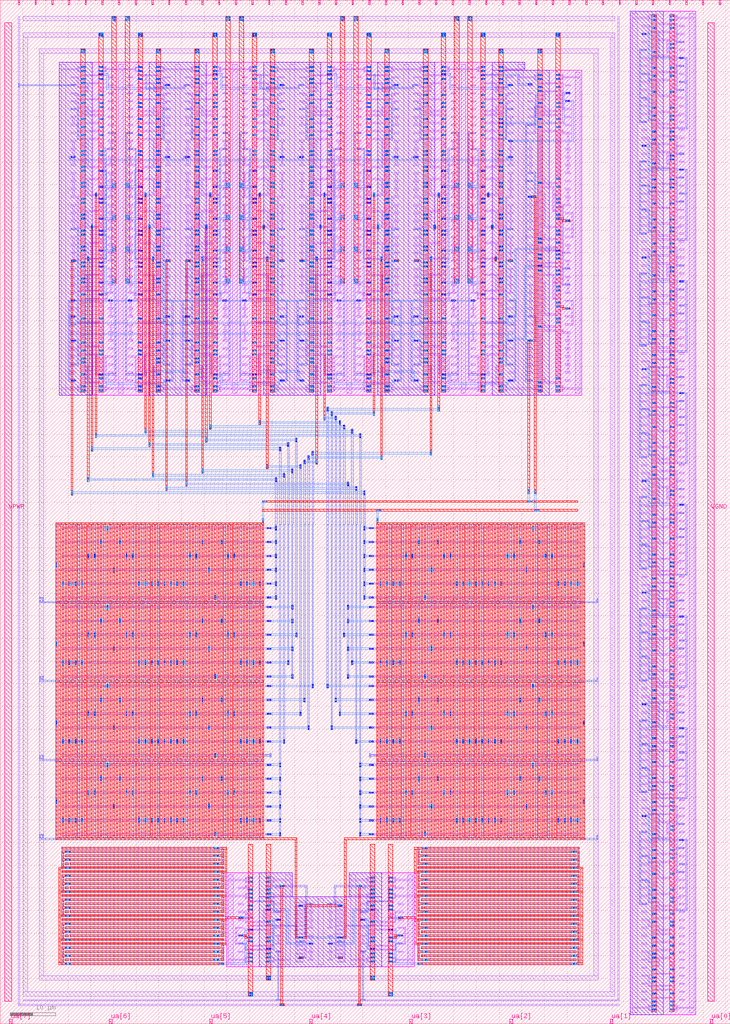
<source format=lef>
MACRO TT06_SAR
  CLASS BLOCK ;
  FOREIGN TT06_SAR ;
  ORIGIN 0.000 0.000 ;
  SIZE 161.000 BY 225.760 ;
  PIN clk
    DIRECTION INPUT ;
    USE SIGNAL ;
    PORT
      LAYER met4 ;
        RECT 154.870 224.760 155.170 225.760 ;
    END
  END clk
  PIN ena
    DIRECTION INPUT ;
    USE SIGNAL ;
    PORT
      LAYER met4 ;
        RECT 158.550 224.760 158.850 225.760 ;
    END
  END ena
  PIN rst_n
    DIRECTION INPUT ;
    USE SIGNAL ;
    PORT
      LAYER met4 ;
        RECT 151.190 224.760 151.490 225.760 ;
    END
  END rst_n
  PIN ua[0]
    DIRECTION INOUT ;
    USE SIGNAL ;
    PORT
      LAYER met4 ;
        RECT 156.560 0.000 157.160 1.000 ;
    END
  END ua[0]
  PIN ua[1]
    DIRECTION INOUT ;
    USE SIGNAL ;
    PORT
      LAYER met4 ;
        RECT 134.480 0.000 135.080 1.000 ;
    END
  END ua[1]
  PIN ua[2]
    DIRECTION INOUT ;
    USE SIGNAL ;
    PORT
      LAYER met4 ;
        RECT 112.400 0.000 113.000 1.000 ;
    END
  END ua[2]
  PIN ua[3]
    DIRECTION INOUT ;
    USE SIGNAL ;
    PORT
      LAYER met4 ;
        RECT 90.320 0.000 90.920 1.000 ;
    END
  END ua[3]
  PIN ua[4]
    DIRECTION INOUT ;
    USE SIGNAL ;
    PORT
      LAYER met4 ;
        RECT 68.240 0.000 68.840 1.000 ;
    END
  END ua[4]
  PIN ua[5]
    DIRECTION INOUT ;
    USE SIGNAL ;
    PORT
      LAYER met4 ;
        RECT 46.160 0.000 46.760 1.000 ;
    END
  END ua[5]
  PIN ua[6]
    DIRECTION INOUT ;
    USE SIGNAL ;
    PORT
      LAYER met4 ;
        RECT 24.080 0.000 24.680 1.000 ;
    END
  END ua[6]
  PIN ua[7]
    DIRECTION INOUT ;
    USE SIGNAL ;
    PORT
      LAYER met4 ;
        RECT 2.000 0.000 2.600 1.000 ;
    END
  END ua[7]
  PIN ui_in[0]
    DIRECTION INPUT ;
    USE SIGNAL ;
    PORT
      LAYER met4 ;
        RECT 147.510 224.760 147.810 225.760 ;
    END
  END ui_in[0]
  PIN ui_in[1]
    DIRECTION INPUT ;
    USE SIGNAL ;
    PORT
      LAYER met4 ;
        RECT 143.830 224.760 144.130 225.760 ;
    END
  END ui_in[1]
  PIN ui_in[2]
    DIRECTION INPUT ;
    USE SIGNAL ;
    PORT
      LAYER met4 ;
        RECT 140.150 224.760 140.450 225.760 ;
    END
  END ui_in[2]
  PIN ui_in[3]
    DIRECTION INPUT ;
    USE SIGNAL ;
    PORT
      LAYER met4 ;
        RECT 136.470 224.760 136.770 225.760 ;
    END
  END ui_in[3]
  PIN ui_in[4]
    DIRECTION INPUT ;
    USE SIGNAL ;
    PORT
      LAYER met4 ;
        RECT 132.790 224.760 133.090 225.760 ;
    END
  END ui_in[4]
  PIN ui_in[5]
    DIRECTION INPUT ;
    USE SIGNAL ;
    PORT
      LAYER met4 ;
        RECT 129.110 224.760 129.410 225.760 ;
    END
  END ui_in[5]
  PIN ui_in[6]
    DIRECTION INPUT ;
    USE SIGNAL ;
    PORT
      LAYER met4 ;
        RECT 125.430 224.760 125.730 225.760 ;
    END
  END ui_in[6]
  PIN ui_in[7]
    DIRECTION INPUT ;
    USE SIGNAL ;
    PORT
      LAYER met4 ;
        RECT 121.750 224.760 122.050 225.760 ;
    END
  END ui_in[7]
  PIN uio_in[0]
    DIRECTION INPUT ;
    USE SIGNAL ;
    PORT
      LAYER met4 ;
        RECT 118.070 224.760 118.370 225.760 ;
    END
  END uio_in[0]
  PIN uio_in[1]
    DIRECTION INPUT ;
    USE SIGNAL ;
    PORT
      LAYER met4 ;
        RECT 114.390 224.760 114.690 225.760 ;
    END
  END uio_in[1]
  PIN uio_in[2]
    DIRECTION INPUT ;
    USE SIGNAL ;
    PORT
      LAYER met4 ;
        RECT 110.710 224.760 111.010 225.760 ;
    END
  END uio_in[2]
  PIN uio_in[3]
    DIRECTION INPUT ;
    USE SIGNAL ;
    PORT
      LAYER met4 ;
        RECT 107.030 224.760 107.330 225.760 ;
    END
  END uio_in[3]
  PIN uio_in[4]
    DIRECTION INPUT ;
    USE SIGNAL ;
    PORT
      LAYER met4 ;
        RECT 103.350 224.760 103.650 225.760 ;
    END
  END uio_in[4]
  PIN uio_in[5]
    DIRECTION INPUT ;
    USE SIGNAL ;
    PORT
      LAYER met4 ;
        RECT 99.670 224.760 99.970 225.760 ;
    END
  END uio_in[5]
  PIN uio_in[6]
    DIRECTION INPUT ;
    USE SIGNAL ;
    PORT
      LAYER met4 ;
        RECT 95.990 224.760 96.290 225.760 ;
    END
  END uio_in[6]
  PIN uio_in[7]
    DIRECTION INPUT ;
    USE SIGNAL ;
    PORT
      LAYER met4 ;
        RECT 92.310 224.760 92.610 225.760 ;
    END
  END uio_in[7]
  PIN uio_oe[0]
    DIRECTION OUTPUT ;
    USE SIGNAL ;
    PORT
      LAYER met4 ;
        RECT 29.750 224.760 30.050 225.760 ;
    END
  END uio_oe[0]
  PIN uio_oe[1]
    DIRECTION OUTPUT ;
    USE SIGNAL ;
    PORT
      LAYER met4 ;
        RECT 26.070 224.760 26.370 225.760 ;
    END
  END uio_oe[1]
  PIN uio_oe[2]
    DIRECTION OUTPUT ;
    USE SIGNAL ;
    PORT
      LAYER met4 ;
        RECT 22.390 224.760 22.690 225.760 ;
    END
  END uio_oe[2]
  PIN uio_oe[3]
    DIRECTION OUTPUT ;
    USE SIGNAL ;
    PORT
      LAYER met4 ;
        RECT 18.710 224.760 19.010 225.760 ;
    END
  END uio_oe[3]
  PIN uio_oe[4]
    DIRECTION OUTPUT ;
    USE SIGNAL ;
    PORT
      LAYER met4 ;
        RECT 15.030 224.760 15.330 225.760 ;
    END
  END uio_oe[4]
  PIN uio_oe[5]
    DIRECTION OUTPUT ;
    USE SIGNAL ;
    PORT
      LAYER met4 ;
        RECT 11.350 224.760 11.650 225.760 ;
    END
  END uio_oe[5]
  PIN uio_oe[6]
    DIRECTION OUTPUT ;
    USE SIGNAL ;
    PORT
      LAYER met4 ;
        RECT 7.670 224.760 7.970 225.760 ;
    END
  END uio_oe[6]
  PIN uio_oe[7]
    DIRECTION OUTPUT ;
    USE SIGNAL ;
    PORT
      LAYER met4 ;
        RECT 3.990 224.760 4.290 225.760 ;
    END
  END uio_oe[7]
  PIN uio_out[0]
    DIRECTION OUTPUT ;
    USE SIGNAL ;
    PORT
      LAYER met4 ;
        RECT 59.190 224.760 59.490 225.760 ;
    END
  END uio_out[0]
  PIN uio_out[1]
    DIRECTION OUTPUT ;
    USE SIGNAL ;
    PORT
      LAYER met4 ;
        RECT 55.510 224.760 55.810 225.760 ;
    END
  END uio_out[1]
  PIN uio_out[2]
    DIRECTION OUTPUT ;
    USE SIGNAL ;
    PORT
      LAYER met4 ;
        RECT 51.830 224.760 52.130 225.760 ;
    END
  END uio_out[2]
  PIN uio_out[3]
    DIRECTION OUTPUT ;
    USE SIGNAL ;
    PORT
      LAYER met4 ;
        RECT 48.150 224.760 48.450 225.760 ;
    END
  END uio_out[3]
  PIN uio_out[4]
    DIRECTION OUTPUT ;
    USE SIGNAL ;
    PORT
      LAYER met4 ;
        RECT 44.470 224.760 44.770 225.760 ;
    END
  END uio_out[4]
  PIN uio_out[5]
    DIRECTION OUTPUT ;
    USE SIGNAL ;
    PORT
      LAYER met4 ;
        RECT 40.790 224.760 41.090 225.760 ;
    END
  END uio_out[5]
  PIN uio_out[6]
    DIRECTION OUTPUT ;
    USE SIGNAL ;
    PORT
      LAYER met4 ;
        RECT 37.110 224.760 37.410 225.760 ;
    END
  END uio_out[6]
  PIN uio_out[7]
    DIRECTION OUTPUT ;
    USE SIGNAL ;
    PORT
      LAYER met4 ;
        RECT 33.430 224.760 33.730 225.760 ;
    END
  END uio_out[7]
  PIN uo_out[0]
    DIRECTION OUTPUT ;
    USE SIGNAL ;
    PORT
      LAYER met4 ;
        RECT 88.630 224.760 88.930 225.760 ;
    END
  END uo_out[0]
  PIN uo_out[1]
    DIRECTION OUTPUT ;
    USE SIGNAL ;
    PORT
      LAYER met4 ;
        RECT 84.950 224.760 85.250 225.760 ;
    END
  END uo_out[1]
  PIN uo_out[2]
    DIRECTION OUTPUT ;
    USE SIGNAL ;
    PORT
      LAYER met4 ;
        RECT 81.270 224.760 81.570 225.760 ;
    END
  END uo_out[2]
  PIN uo_out[3]
    DIRECTION OUTPUT ;
    USE SIGNAL ;
    PORT
      LAYER met4 ;
        RECT 77.590 224.760 77.890 225.760 ;
    END
  END uo_out[3]
  PIN uo_out[4]
    DIRECTION OUTPUT ;
    USE SIGNAL ;
    PORT
      LAYER met4 ;
        RECT 73.910 224.760 74.210 225.760 ;
    END
  END uo_out[4]
  PIN uo_out[5]
    DIRECTION OUTPUT ;
    USE SIGNAL ;
    PORT
      LAYER met4 ;
        RECT 70.230 224.760 70.530 225.760 ;
    END
  END uo_out[5]
  PIN uo_out[6]
    DIRECTION OUTPUT ;
    USE SIGNAL ;
    PORT
      LAYER met4 ;
        RECT 66.550 224.760 66.850 225.760 ;
    END
  END uo_out[6]
  PIN uo_out[7]
    DIRECTION OUTPUT ;
    USE SIGNAL ;
    PORT
      LAYER met4 ;
        RECT 62.870 224.760 63.170 225.760 ;
    END
  END uo_out[7]
  PIN VPWR
    DIRECTION INOUT ;
    USE POWER ;
    PORT
      LAYER met4 ;
        RECT 1.000 5.000 2.500 220.760 ;
    END
  END VPWR
  PIN VGND
    DIRECTION INOUT ;
    USE GROUND ;
    PORT
      LAYER met4 ;
        RECT 156.000 5.000 157.500 220.760 ;
    END
  END VGND
  OBS
      LAYER pwell ;
        RECT 13.060 138.570 20.260 212.050 ;
      LAYER nwell ;
        RECT 20.260 138.570 32.860 212.050 ;
      LAYER pwell ;
        RECT 32.860 138.570 45.460 212.050 ;
      LAYER nwell ;
        RECT 45.460 138.570 58.060 212.050 ;
      LAYER pwell ;
        RECT 58.060 138.570 70.660 212.050 ;
      LAYER nwell ;
        RECT 70.660 138.570 83.260 212.050 ;
      LAYER pwell ;
        RECT 83.260 138.570 95.860 212.050 ;
      LAYER nwell ;
        RECT 95.860 138.570 108.460 212.050 ;
      LAYER pwell ;
        RECT 108.460 210.290 115.660 212.050 ;
        RECT 108.460 138.570 121.060 210.290 ;
      LAYER nwell ;
        RECT 121.060 138.570 128.260 210.290 ;
        RECT 49.960 12.580 57.160 33.260 ;
      LAYER pwell ;
        RECT 57.160 27.980 64.360 33.260 ;
        RECT 76.960 27.980 84.160 33.260 ;
        RECT 57.160 12.580 84.160 27.980 ;
      LAYER nwell ;
        RECT 84.160 12.580 91.360 33.260 ;
      LAYER pwell ;
        RECT 139.000 2.000 146.200 223.320 ;
      LAYER nwell ;
        RECT 146.200 2.000 153.400 223.320 ;
      LAYER li1 ;
        RECT 4.020 207.450 4.320 222.190 ;
        RECT 5.040 221.190 135.520 222.190 ;
        RECT 5.040 217.590 135.520 218.590 ;
        RECT 4.000 206.530 4.340 207.450 ;
        RECT 4.020 4.300 4.320 206.530 ;
        RECT 5.040 7.040 6.040 217.590 ;
        RECT 8.640 213.990 131.920 214.990 ;
        RECT 8.640 10.640 9.640 213.990 ;
        RECT 13.420 210.660 14.500 211.610 ;
        RECT 17.740 211.100 18.660 211.140 ;
        RECT 21.700 211.100 22.620 211.140 ;
        RECT 16.960 210.800 18.820 211.100 ;
        RECT 21.700 210.800 23.380 211.100 ;
        RECT 16.960 210.660 17.260 210.800 ;
        RECT 13.420 210.360 17.260 210.660 ;
        RECT 13.420 140.260 14.500 210.360 ;
        RECT 16.960 210.220 17.260 210.360 ;
        RECT 23.080 210.660 23.380 210.800 ;
        RECT 26.020 210.660 27.100 211.610 ;
        RECT 30.500 211.100 31.420 211.140 ;
        RECT 34.460 211.100 35.380 211.140 ;
        RECT 29.740 210.800 31.420 211.100 ;
        RECT 34.300 210.800 36.160 211.100 ;
        RECT 29.740 210.660 30.040 210.800 ;
        RECT 23.080 210.360 30.040 210.660 ;
        RECT 17.740 210.220 18.660 210.260 ;
        RECT 21.700 210.220 22.620 210.260 ;
        RECT 23.080 210.220 23.380 210.360 ;
        RECT 16.960 209.920 18.820 210.220 ;
        RECT 21.700 209.920 23.380 210.220 ;
        RECT 21.700 209.340 22.620 209.570 ;
        RECT 17.740 209.040 22.780 209.340 ;
        RECT 15.580 208.600 17.260 208.900 ;
        RECT 23.860 208.600 24.940 208.900 ;
        RECT 15.580 207.140 16.500 207.180 ;
        RECT 15.580 206.840 16.660 207.140 ;
        RECT 16.960 206.700 17.260 208.600 ;
        RECT 17.740 208.460 18.660 208.500 ;
        RECT 21.700 208.460 22.620 208.500 ;
        RECT 17.740 208.160 18.820 208.460 ;
        RECT 21.700 208.160 22.780 208.460 ;
        RECT 17.740 207.580 18.660 207.620 ;
        RECT 17.740 207.280 18.820 207.580 ;
        RECT 19.120 207.280 22.780 207.580 ;
        RECT 19.120 206.700 19.420 207.280 ;
        RECT 23.860 206.840 24.940 207.140 ;
        RECT 16.960 206.400 19.420 206.700 ;
        RECT 21.700 206.400 22.780 206.700 ;
        RECT 19.120 205.820 19.420 206.400 ;
        RECT 22.090 205.820 22.390 206.400 ;
        RECT 17.740 205.520 19.420 205.820 ;
        RECT 21.700 205.520 22.780 205.820 ;
        RECT 15.580 205.080 16.660 205.380 ;
        RECT 23.860 205.080 24.940 205.380 ;
        RECT 16.360 204.780 17.260 205.080 ;
        RECT 16.960 204.060 17.260 204.780 ;
        RECT 17.740 204.940 18.660 204.980 ;
        RECT 21.700 204.940 22.620 204.980 ;
        RECT 17.740 204.640 18.820 204.940 ;
        RECT 21.700 204.640 22.780 204.940 ;
        RECT 16.960 203.760 22.780 204.060 ;
        RECT 15.580 203.320 16.660 203.620 ;
        RECT 23.860 203.320 24.940 203.620 ;
        RECT 16.360 203.020 17.260 203.320 ;
        RECT 16.960 202.300 17.260 203.020 ;
        RECT 17.740 203.180 18.660 203.220 ;
        RECT 21.700 203.180 22.620 203.220 ;
        RECT 17.740 202.880 18.820 203.180 ;
        RECT 21.700 202.880 22.780 203.180 ;
        RECT 21.700 202.300 22.620 202.340 ;
        RECT 16.960 202.000 19.420 202.300 ;
        RECT 21.700 202.000 22.780 202.300 ;
        RECT 15.580 201.860 16.500 201.900 ;
        RECT 15.580 201.560 16.660 201.860 ;
        RECT 19.120 201.420 19.420 202.000 ;
        RECT 23.860 201.560 24.940 201.860 ;
        RECT 17.740 201.120 18.820 201.420 ;
        RECT 19.120 201.120 22.780 201.420 ;
        RECT 18.130 200.540 18.430 201.120 ;
        RECT 19.120 200.540 19.420 201.120 ;
        RECT 17.740 200.240 18.820 200.540 ;
        RECT 19.120 200.240 22.780 200.540 ;
        RECT 15.580 199.800 16.660 200.100 ;
        RECT 23.860 199.800 24.940 200.100 ;
        RECT 15.970 198.340 16.270 199.800 ;
        RECT 17.740 199.660 18.660 199.700 ;
        RECT 21.700 199.660 22.620 199.700 ;
        RECT 17.740 199.360 18.820 199.660 ;
        RECT 21.700 199.360 22.780 199.660 ;
        RECT 17.740 198.480 22.780 198.780 ;
        RECT 15.580 198.040 17.260 198.340 ;
        RECT 23.860 198.040 24.940 198.340 ;
        RECT 16.960 197.020 17.260 198.040 ;
        RECT 17.740 197.900 18.660 197.940 ;
        RECT 21.700 197.900 22.620 197.940 ;
        RECT 17.740 197.600 18.820 197.900 ;
        RECT 21.700 197.600 22.780 197.900 ;
        RECT 16.960 196.720 22.780 197.020 ;
        RECT 23.860 196.580 24.780 196.620 ;
        RECT 15.580 196.280 16.660 196.580 ;
        RECT 23.860 196.280 24.940 196.580 ;
        RECT 17.740 196.140 18.660 196.180 ;
        RECT 21.700 196.140 22.620 196.180 ;
        RECT 17.740 195.840 18.820 196.140 ;
        RECT 21.700 195.840 22.780 196.140 ;
        RECT 17.740 195.260 18.660 195.300 ;
        RECT 17.740 194.960 22.780 195.260 ;
        RECT 15.580 194.520 16.660 194.820 ;
        RECT 15.970 193.060 16.270 194.520 ;
        RECT 17.740 194.080 18.820 194.380 ;
        RECT 18.130 193.500 18.430 194.080 ;
        RECT 17.740 193.200 18.820 193.500 ;
        RECT 15.580 192.760 16.660 193.060 ;
        RECT 15.970 191.340 16.270 192.760 ;
        RECT 17.740 192.620 18.660 192.660 ;
        RECT 17.740 192.320 18.820 192.620 ;
        RECT 18.130 191.780 18.430 192.320 ;
        RECT 17.740 191.740 18.660 191.780 ;
        RECT 17.740 191.440 18.820 191.740 ;
        RECT 15.580 191.300 16.500 191.340 ;
        RECT 15.580 191.000 16.660 191.300 ;
        RECT 15.970 189.540 16.270 191.000 ;
        RECT 17.740 190.560 18.820 190.860 ;
        RECT 18.130 189.980 18.430 190.560 ;
        RECT 17.740 189.680 18.820 189.980 ;
        RECT 15.580 189.240 16.660 189.540 ;
        RECT 17.740 189.100 18.660 189.140 ;
        RECT 19.120 189.100 19.420 194.960 ;
        RECT 23.860 194.520 24.940 194.820 ;
        RECT 21.700 194.080 22.780 194.380 ;
        RECT 22.090 193.500 22.390 194.080 ;
        RECT 21.700 193.200 22.780 193.500 ;
        RECT 24.250 193.100 24.550 194.520 ;
        RECT 23.860 193.060 24.780 193.100 ;
        RECT 23.860 192.760 24.940 193.060 ;
        RECT 21.700 192.620 22.620 192.660 ;
        RECT 21.700 192.320 22.780 192.620 ;
        RECT 22.090 191.780 22.390 192.320 ;
        RECT 21.700 191.740 22.620 191.780 ;
        RECT 21.700 191.440 22.780 191.740 ;
        RECT 23.860 191.000 24.940 191.300 ;
        RECT 21.700 190.560 22.780 190.860 ;
        RECT 22.090 189.980 22.390 190.560 ;
        RECT 21.700 189.680 22.780 189.980 ;
        RECT 24.250 189.540 24.550 191.000 ;
        RECT 23.080 189.240 24.940 189.540 ;
        RECT 17.740 188.800 18.820 189.100 ;
        RECT 19.120 188.800 22.780 189.100 ;
        RECT 17.740 188.220 18.660 188.260 ;
        RECT 21.700 188.220 22.620 188.260 ;
        RECT 17.740 187.920 18.820 188.220 ;
        RECT 21.700 187.920 22.780 188.220 ;
        RECT 15.580 187.480 16.660 187.780 ;
        RECT 15.970 186.020 16.270 187.480 ;
        RECT 17.740 187.040 18.820 187.340 ;
        RECT 21.700 187.040 22.780 187.340 ;
        RECT 18.130 186.460 18.430 187.040 ;
        RECT 22.090 186.460 22.390 187.040 ;
        RECT 17.740 186.160 22.780 186.460 ;
        RECT 15.580 185.720 16.660 186.020 ;
        RECT 15.970 184.260 16.270 185.720 ;
        RECT 17.740 185.580 18.660 185.620 ;
        RECT 17.740 185.280 18.820 185.580 ;
        RECT 18.130 184.740 18.430 185.280 ;
        RECT 17.740 184.700 18.660 184.740 ;
        RECT 17.740 184.400 18.820 184.700 ;
        RECT 15.580 183.960 16.660 184.260 ;
        RECT 15.970 182.500 16.270 183.960 ;
        RECT 17.740 183.520 18.820 183.820 ;
        RECT 18.130 182.940 18.430 183.520 ;
        RECT 19.120 182.940 19.420 186.160 ;
        RECT 21.700 185.280 22.780 185.580 ;
        RECT 22.090 184.740 22.390 185.280 ;
        RECT 21.700 184.700 22.620 184.740 ;
        RECT 21.700 184.400 22.780 184.700 ;
        RECT 21.700 183.520 22.780 183.820 ;
        RECT 20.910 182.940 21.250 183.210 ;
        RECT 22.090 182.940 22.390 183.520 ;
        RECT 23.080 182.940 23.380 189.240 ;
        RECT 23.860 187.480 24.940 187.780 ;
        RECT 24.250 186.020 24.550 187.480 ;
        RECT 23.860 185.720 24.940 186.020 ;
        RECT 24.250 184.260 24.550 185.720 ;
        RECT 23.860 183.960 24.940 184.260 ;
        RECT 17.740 182.640 23.380 182.940 ;
        RECT 15.580 182.200 17.260 182.500 ;
        RECT 20.910 182.290 21.250 182.640 ;
        RECT 24.250 182.500 24.550 183.960 ;
        RECT 23.860 182.200 24.940 182.500 ;
        RECT 15.580 180.440 16.660 180.740 ;
        RECT 15.970 178.980 16.270 180.440 ;
        RECT 15.580 178.680 16.660 178.980 ;
        RECT 15.970 177.220 16.270 178.680 ;
        RECT 15.580 176.920 16.660 177.220 ;
        RECT 15.970 175.500 16.270 176.920 ;
        RECT 16.960 175.900 17.260 182.200 ;
        RECT 17.740 182.060 18.660 182.100 ;
        RECT 21.700 182.060 22.620 182.100 ;
        RECT 17.740 181.760 18.820 182.060 ;
        RECT 21.700 181.760 22.780 182.060 ;
        RECT 17.740 181.180 18.660 181.220 ;
        RECT 21.700 181.180 22.620 181.220 ;
        RECT 17.740 180.880 18.820 181.180 ;
        RECT 21.700 180.880 22.780 181.180 ;
        RECT 23.860 180.440 24.940 180.740 ;
        RECT 17.740 180.000 18.820 180.300 ;
        RECT 21.700 180.000 22.780 180.300 ;
        RECT 18.130 179.420 18.430 180.000 ;
        RECT 22.090 179.420 22.390 180.000 ;
        RECT 17.740 179.120 22.780 179.420 ;
        RECT 17.740 178.540 18.660 178.580 ;
        RECT 17.740 178.240 18.820 178.540 ;
        RECT 18.130 177.700 18.430 178.240 ;
        RECT 17.740 177.660 18.660 177.700 ;
        RECT 17.740 177.360 18.820 177.660 ;
        RECT 17.740 176.480 18.820 176.780 ;
        RECT 18.130 175.900 18.430 176.480 ;
        RECT 19.120 175.900 19.420 179.120 ;
        RECT 24.250 178.980 24.550 180.440 ;
        RECT 23.860 178.680 24.940 178.980 ;
        RECT 21.700 178.240 22.780 178.540 ;
        RECT 22.090 177.700 22.390 178.240 ;
        RECT 21.700 177.660 22.620 177.700 ;
        RECT 21.700 177.360 22.780 177.660 ;
        RECT 24.250 177.220 24.550 178.680 ;
        RECT 23.860 176.920 24.940 177.220 ;
        RECT 21.700 176.480 22.780 176.780 ;
        RECT 20.035 175.900 20.375 176.170 ;
        RECT 22.090 175.900 22.390 176.480 ;
        RECT 16.960 175.600 22.780 175.900 ;
        RECT 15.580 175.460 16.500 175.500 ;
        RECT 15.580 175.160 16.660 175.460 ;
        RECT 20.035 175.250 20.375 175.600 ;
        RECT 24.250 175.460 24.550 176.920 ;
        RECT 23.860 175.160 24.940 175.460 ;
        RECT 17.740 175.020 18.660 175.060 ;
        RECT 21.700 175.020 22.620 175.060 ;
        RECT 17.740 174.720 18.820 175.020 ;
        RECT 21.700 174.720 22.780 175.020 ;
        RECT 17.740 174.140 18.660 174.180 ;
        RECT 21.700 174.140 22.620 174.180 ;
        RECT 17.740 173.840 18.820 174.140 ;
        RECT 21.700 173.840 22.780 174.140 ;
        RECT 15.580 173.400 16.660 173.700 ;
        RECT 23.860 173.400 24.940 173.700 ;
        RECT 15.970 171.940 16.270 173.400 ;
        RECT 17.740 172.960 18.820 173.260 ;
        RECT 21.700 172.960 22.780 173.260 ;
        RECT 18.130 172.380 18.430 172.960 ;
        RECT 22.090 172.380 22.390 172.960 ;
        RECT 17.740 172.080 22.780 172.380 ;
        RECT 15.580 171.640 16.660 171.940 ;
        RECT 15.970 170.180 16.270 171.640 ;
        RECT 17.740 171.500 18.660 171.540 ;
        RECT 17.740 171.200 18.820 171.500 ;
        RECT 18.130 170.660 18.430 171.200 ;
        RECT 17.740 170.620 18.660 170.660 ;
        RECT 17.740 170.320 18.820 170.620 ;
        RECT 15.580 169.880 16.660 170.180 ;
        RECT 15.970 168.420 16.270 169.880 ;
        RECT 17.740 169.440 18.820 169.740 ;
        RECT 18.130 168.860 18.430 169.440 ;
        RECT 19.120 169.130 19.420 172.080 ;
        RECT 24.250 171.940 24.550 173.400 ;
        RECT 23.860 171.640 24.940 171.940 ;
        RECT 21.700 171.200 22.780 171.500 ;
        RECT 22.090 170.660 22.390 171.200 ;
        RECT 21.700 170.620 22.620 170.660 ;
        RECT 21.700 170.320 22.780 170.620 ;
        RECT 24.250 170.180 24.550 171.640 ;
        RECT 23.860 169.880 24.940 170.180 ;
        RECT 21.700 169.440 22.780 169.740 ;
        RECT 19.120 168.860 19.575 169.130 ;
        RECT 22.090 168.900 22.390 169.440 ;
        RECT 21.700 168.860 22.620 168.900 ;
        RECT 17.740 168.560 22.780 168.860 ;
        RECT 15.580 168.120 17.260 168.420 ;
        RECT 19.235 168.210 19.575 168.560 ;
        RECT 24.250 168.420 24.550 169.880 ;
        RECT 23.860 168.120 24.940 168.420 ;
        RECT 15.660 168.080 16.580 168.120 ;
        RECT 15.580 166.360 16.660 166.660 ;
        RECT 15.970 164.900 16.270 166.360 ;
        RECT 15.580 164.600 16.660 164.900 ;
        RECT 15.970 163.140 16.270 164.600 ;
        RECT 15.580 162.840 16.660 163.140 ;
        RECT 15.970 161.380 16.270 162.840 ;
        RECT 16.960 161.820 17.260 168.120 ;
        RECT 17.740 167.980 18.660 168.020 ;
        RECT 21.700 167.980 22.620 168.020 ;
        RECT 17.740 167.680 18.820 167.980 ;
        RECT 21.700 167.680 22.780 167.980 ;
        RECT 17.740 167.100 18.660 167.140 ;
        RECT 21.700 167.100 22.620 167.140 ;
        RECT 17.740 166.800 18.820 167.100 ;
        RECT 21.700 166.800 22.780 167.100 ;
        RECT 23.860 166.360 24.940 166.660 ;
        RECT 17.740 165.920 18.820 166.220 ;
        RECT 21.700 165.920 22.780 166.220 ;
        RECT 18.130 165.340 18.430 165.920 ;
        RECT 22.090 165.340 22.390 165.920 ;
        RECT 17.740 165.040 22.780 165.340 ;
        RECT 17.740 164.460 18.660 164.500 ;
        RECT 17.740 164.160 18.820 164.460 ;
        RECT 18.130 163.620 18.430 164.160 ;
        RECT 17.740 163.580 18.660 163.620 ;
        RECT 17.740 163.280 18.820 163.580 ;
        RECT 17.740 162.400 18.820 162.700 ;
        RECT 18.130 161.820 18.430 162.400 ;
        RECT 19.120 161.820 19.420 165.040 ;
        RECT 24.250 164.900 24.550 166.360 ;
        RECT 23.860 164.600 24.940 164.900 ;
        RECT 21.700 164.160 22.780 164.460 ;
        RECT 22.090 163.620 22.390 164.160 ;
        RECT 21.700 163.580 22.620 163.620 ;
        RECT 21.700 163.280 22.780 163.580 ;
        RECT 24.250 163.140 24.550 164.600 ;
        RECT 23.860 162.840 24.940 163.140 ;
        RECT 21.700 162.400 22.780 162.700 ;
        RECT 22.090 161.820 22.390 162.400 ;
        RECT 16.960 161.520 22.780 161.820 ;
        RECT 24.250 161.380 24.550 162.840 ;
        RECT 15.580 161.080 16.660 161.380 ;
        RECT 23.260 161.080 24.940 161.380 ;
        RECT 17.740 160.940 18.660 160.980 ;
        RECT 21.700 160.940 22.620 160.980 ;
        RECT 17.740 160.640 18.820 160.940 ;
        RECT 21.700 160.640 22.780 160.940 ;
        RECT 23.260 160.060 23.560 161.080 ;
        RECT 17.740 159.760 23.560 160.060 ;
        RECT 15.580 159.620 16.500 159.660 ;
        RECT 23.860 159.620 24.780 159.660 ;
        RECT 15.580 159.320 16.660 159.620 ;
        RECT 23.860 159.320 25.540 159.620 ;
        RECT 17.740 158.880 18.820 159.180 ;
        RECT 21.700 158.880 22.780 159.180 ;
        RECT 18.130 158.300 18.430 158.880 ;
        RECT 22.090 158.300 22.390 158.880 ;
        RECT 17.740 158.000 18.820 158.300 ;
        RECT 21.700 158.000 22.780 158.300 ;
        RECT 24.250 157.860 24.550 159.320 ;
        RECT 15.580 157.560 17.260 157.860 ;
        RECT 23.860 157.560 24.940 157.860 ;
        RECT 15.580 156.100 16.500 156.140 ;
        RECT 14.980 155.800 16.660 156.100 ;
        RECT 14.980 143.780 15.280 155.800 ;
        RECT 15.580 154.340 16.500 154.380 ;
        RECT 15.580 154.040 16.660 154.340 ;
        RECT 16.960 152.580 17.260 157.560 ;
        RECT 17.740 157.120 18.820 157.420 ;
        RECT 21.700 157.120 22.780 157.420 ;
        RECT 18.130 156.540 18.430 157.120 ;
        RECT 22.090 156.540 22.390 157.120 ;
        RECT 17.740 156.240 18.820 156.540 ;
        RECT 21.700 156.240 22.780 156.540 ;
        RECT 24.250 156.100 24.550 157.560 ;
        RECT 23.860 155.800 24.940 156.100 ;
        RECT 17.740 155.660 18.660 155.700 ;
        RECT 21.700 155.660 22.620 155.700 ;
        RECT 17.740 155.360 18.820 155.660 ;
        RECT 21.700 155.360 22.780 155.660 ;
        RECT 17.740 154.780 18.660 154.820 ;
        RECT 17.740 154.480 22.780 154.780 ;
        RECT 25.240 154.340 25.540 159.320 ;
        RECT 23.860 154.040 25.540 154.340 ;
        RECT 17.740 153.600 18.820 153.900 ;
        RECT 21.700 153.600 22.780 153.900 ;
        RECT 18.130 153.020 18.430 153.600 ;
        RECT 22.090 153.020 22.390 153.600 ;
        RECT 17.740 152.720 18.820 153.020 ;
        RECT 21.700 152.720 22.780 153.020 ;
        RECT 24.250 152.580 24.550 154.040 ;
        RECT 15.580 152.280 17.260 152.580 ;
        RECT 23.860 152.280 24.940 152.580 ;
        RECT 15.740 150.820 16.660 150.860 ;
        RECT 15.580 150.520 16.660 150.820 ;
        RECT 16.960 149.500 17.260 152.280 ;
        RECT 17.740 151.840 18.820 152.140 ;
        RECT 21.700 151.840 22.780 152.140 ;
        RECT 18.130 151.260 18.430 151.840 ;
        RECT 22.090 151.260 22.390 151.840 ;
        RECT 17.740 150.960 18.820 151.260 ;
        RECT 21.700 150.960 22.780 151.260 ;
        RECT 24.250 150.820 24.550 152.280 ;
        RECT 23.860 150.520 24.940 150.820 ;
        RECT 17.740 150.380 18.660 150.420 ;
        RECT 21.700 150.380 22.620 150.420 ;
        RECT 17.740 150.080 18.820 150.380 ;
        RECT 21.700 150.080 22.780 150.380 ;
        RECT 16.960 149.200 22.780 149.500 ;
        RECT 15.580 148.760 16.660 149.060 ;
        RECT 23.860 148.760 24.940 149.060 ;
        RECT 16.360 148.460 17.260 148.760 ;
        RECT 16.960 147.740 17.260 148.460 ;
        RECT 17.740 148.620 18.660 148.660 ;
        RECT 21.700 148.620 22.620 148.660 ;
        RECT 17.740 148.320 18.820 148.620 ;
        RECT 21.700 148.320 22.780 148.620 ;
        RECT 21.700 147.740 22.620 147.780 ;
        RECT 16.960 147.440 21.400 147.740 ;
        RECT 21.700 147.440 22.780 147.740 ;
        RECT 15.580 147.000 16.660 147.300 ;
        RECT 17.740 146.860 18.660 146.900 ;
        RECT 17.740 146.560 18.820 146.860 ;
        RECT 17.740 145.980 18.660 146.020 ;
        RECT 17.740 145.680 18.820 145.980 ;
        RECT 15.740 145.540 16.660 145.580 ;
        RECT 15.580 145.240 16.660 145.540 ;
        RECT 17.740 144.800 19.420 145.100 ;
        RECT 19.120 144.220 19.420 144.800 ;
        RECT 17.740 143.920 19.420 144.220 ;
        RECT 14.980 143.480 16.660 143.780 ;
        RECT 17.740 143.340 18.660 143.380 ;
        RECT 17.740 143.040 18.820 143.340 ;
        RECT 19.120 142.460 19.420 143.920 ;
        RECT 21.100 143.340 21.400 147.440 ;
        RECT 23.080 147.000 24.940 147.300 ;
        RECT 21.700 146.560 22.780 146.860 ;
        RECT 22.090 145.980 22.390 146.560 ;
        RECT 21.700 145.680 22.780 145.980 ;
        RECT 21.700 144.800 22.780 145.100 ;
        RECT 22.090 144.220 22.390 144.800 ;
        RECT 21.700 143.920 22.780 144.220 ;
        RECT 21.700 143.340 22.620 143.380 ;
        RECT 21.100 143.040 22.780 143.340 ;
        RECT 17.740 142.160 19.420 142.460 ;
        RECT 21.700 142.460 22.620 142.500 ;
        RECT 21.700 142.160 22.780 142.460 ;
        RECT 15.580 142.020 16.500 142.060 ;
        RECT 15.580 141.720 16.660 142.020 ;
        RECT 23.080 141.580 23.380 147.000 ;
        RECT 23.860 145.240 24.940 145.540 ;
        RECT 23.860 143.480 24.940 143.780 ;
        RECT 25.240 142.020 25.540 154.040 ;
        RECT 23.860 141.720 25.540 142.020 ;
        RECT 17.740 141.280 23.380 141.580 ;
        RECT 17.740 140.700 18.660 140.740 ;
        RECT 21.700 140.700 22.620 140.740 ;
        RECT 16.960 140.400 18.820 140.700 ;
        RECT 21.700 140.400 23.380 140.700 ;
        RECT 16.960 140.260 17.260 140.400 ;
        RECT 13.420 139.960 17.260 140.260 ;
        RECT 13.420 139.010 14.500 139.960 ;
        RECT 16.960 139.820 17.260 139.960 ;
        RECT 23.080 140.260 23.380 140.400 ;
        RECT 26.020 140.260 27.100 210.360 ;
        RECT 29.740 210.220 30.040 210.360 ;
        RECT 35.860 210.660 36.160 210.800 ;
        RECT 38.620 210.660 39.700 211.610 ;
        RECT 42.940 211.100 43.860 211.140 ;
        RECT 46.900 211.100 47.820 211.140 ;
        RECT 42.160 210.800 44.020 211.100 ;
        RECT 46.900 210.800 48.580 211.100 ;
        RECT 42.160 210.660 42.460 210.800 ;
        RECT 35.860 210.360 42.460 210.660 ;
        RECT 30.500 210.220 31.420 210.260 ;
        RECT 34.460 210.220 35.380 210.260 ;
        RECT 35.860 210.220 36.160 210.360 ;
        RECT 29.740 209.920 31.420 210.220 ;
        RECT 34.300 209.920 36.160 210.220 ;
        RECT 30.340 209.340 31.260 209.380 ;
        RECT 30.340 209.040 35.380 209.340 ;
        RECT 28.180 208.600 29.260 208.900 ;
        RECT 35.860 208.600 37.540 208.900 ;
        RECT 30.500 208.460 31.420 208.500 ;
        RECT 34.460 208.460 35.380 208.500 ;
        RECT 30.340 208.160 31.420 208.460 ;
        RECT 34.300 208.160 35.380 208.460 ;
        RECT 34.460 207.580 35.380 207.620 ;
        RECT 30.340 207.280 34.000 207.580 ;
        RECT 34.300 207.280 35.380 207.580 ;
        RECT 28.180 206.840 29.260 207.140 ;
        RECT 33.700 206.700 34.000 207.280 ;
        RECT 35.860 206.700 36.160 208.600 ;
        RECT 36.460 207.140 37.380 207.180 ;
        RECT 36.460 206.840 37.540 207.140 ;
        RECT 30.340 206.400 31.420 206.700 ;
        RECT 33.700 206.400 36.160 206.700 ;
        RECT 30.730 205.820 31.030 206.400 ;
        RECT 33.700 205.820 34.000 206.400 ;
        RECT 30.340 205.520 31.420 205.820 ;
        RECT 33.700 205.520 35.380 205.820 ;
        RECT 28.180 205.080 29.260 205.380 ;
        RECT 36.460 205.080 37.540 205.380 ;
        RECT 30.500 204.940 31.420 204.980 ;
        RECT 34.460 204.940 35.380 204.980 ;
        RECT 30.340 204.640 31.420 204.940 ;
        RECT 34.300 204.640 35.380 204.940 ;
        RECT 35.860 204.780 36.760 205.080 ;
        RECT 35.860 204.060 36.160 204.780 ;
        RECT 30.340 203.760 36.160 204.060 ;
        RECT 28.180 203.320 29.260 203.620 ;
        RECT 36.460 203.320 37.540 203.620 ;
        RECT 30.500 203.180 31.420 203.220 ;
        RECT 34.460 203.180 35.380 203.220 ;
        RECT 30.340 202.880 31.420 203.180 ;
        RECT 34.300 202.880 35.380 203.180 ;
        RECT 35.860 203.020 36.760 203.320 ;
        RECT 30.500 202.300 31.420 202.340 ;
        RECT 35.860 202.300 36.160 203.020 ;
        RECT 30.340 202.000 31.420 202.300 ;
        RECT 33.700 202.000 36.160 202.300 ;
        RECT 28.180 201.560 29.260 201.860 ;
        RECT 33.700 201.420 34.000 202.000 ;
        RECT 36.620 201.860 37.540 201.900 ;
        RECT 36.460 201.560 37.540 201.860 ;
        RECT 30.340 201.120 34.000 201.420 ;
        RECT 34.300 201.120 35.380 201.420 ;
        RECT 33.700 200.540 34.000 201.120 ;
        RECT 34.690 200.540 34.990 201.120 ;
        RECT 30.340 200.240 34.000 200.540 ;
        RECT 34.300 200.240 35.380 200.540 ;
        RECT 28.180 199.800 29.260 200.100 ;
        RECT 36.460 199.800 37.540 200.100 ;
        RECT 30.500 199.660 31.420 199.700 ;
        RECT 34.460 199.660 35.380 199.700 ;
        RECT 30.340 199.360 31.420 199.660 ;
        RECT 34.300 199.360 35.380 199.660 ;
        RECT 30.340 198.480 35.380 198.780 ;
        RECT 36.850 198.340 37.150 199.800 ;
        RECT 28.180 198.040 29.260 198.340 ;
        RECT 35.860 198.040 37.540 198.340 ;
        RECT 30.500 197.900 31.420 197.940 ;
        RECT 34.460 197.900 35.380 197.940 ;
        RECT 30.340 197.600 31.420 197.900 ;
        RECT 34.300 197.600 35.380 197.900 ;
        RECT 35.860 197.020 36.160 198.040 ;
        RECT 30.340 196.720 36.160 197.020 ;
        RECT 28.340 196.580 29.260 196.620 ;
        RECT 28.180 196.280 29.260 196.580 ;
        RECT 36.460 196.280 37.540 196.580 ;
        RECT 30.500 196.140 31.420 196.180 ;
        RECT 34.460 196.140 35.380 196.180 ;
        RECT 30.340 195.840 31.420 196.140 ;
        RECT 34.300 195.840 35.380 196.140 ;
        RECT 34.460 195.260 35.380 195.300 ;
        RECT 30.340 194.960 35.380 195.260 ;
        RECT 28.180 194.520 29.260 194.820 ;
        RECT 28.570 193.100 28.870 194.520 ;
        RECT 30.340 194.080 31.420 194.380 ;
        RECT 30.730 193.500 31.030 194.080 ;
        RECT 30.340 193.200 31.420 193.500 ;
        RECT 28.340 193.060 29.260 193.100 ;
        RECT 28.180 192.760 29.260 193.060 ;
        RECT 30.500 192.620 31.420 192.660 ;
        RECT 30.340 192.320 31.420 192.620 ;
        RECT 30.730 191.780 31.030 192.320 ;
        RECT 30.500 191.740 31.420 191.780 ;
        RECT 30.340 191.440 31.420 191.740 ;
        RECT 28.180 191.000 29.260 191.300 ;
        RECT 28.570 189.540 28.870 191.000 ;
        RECT 30.340 190.560 31.420 190.860 ;
        RECT 30.730 189.980 31.030 190.560 ;
        RECT 30.340 189.680 31.420 189.980 ;
        RECT 28.180 189.240 30.040 189.540 ;
        RECT 28.180 187.480 29.260 187.780 ;
        RECT 28.570 186.020 28.870 187.480 ;
        RECT 28.180 185.720 29.260 186.020 ;
        RECT 28.570 184.260 28.870 185.720 ;
        RECT 28.180 183.960 29.260 184.260 ;
        RECT 28.570 182.500 28.870 183.960 ;
        RECT 29.740 182.940 30.040 189.240 ;
        RECT 33.700 189.100 34.000 194.960 ;
        RECT 36.460 194.520 37.540 194.820 ;
        RECT 34.300 194.080 35.380 194.380 ;
        RECT 34.690 193.500 34.990 194.080 ;
        RECT 34.300 193.200 35.380 193.500 ;
        RECT 36.850 193.060 37.150 194.520 ;
        RECT 36.460 192.760 37.540 193.060 ;
        RECT 34.460 192.620 35.380 192.660 ;
        RECT 34.300 192.320 35.380 192.620 ;
        RECT 34.690 191.780 34.990 192.320 ;
        RECT 34.460 191.740 35.380 191.780 ;
        RECT 34.300 191.440 35.380 191.740 ;
        RECT 36.850 191.340 37.150 192.760 ;
        RECT 36.460 191.300 37.380 191.340 ;
        RECT 36.460 191.000 37.540 191.300 ;
        RECT 34.300 190.560 35.380 190.860 ;
        RECT 34.690 189.980 34.990 190.560 ;
        RECT 34.300 189.680 35.380 189.980 ;
        RECT 36.850 189.540 37.150 191.000 ;
        RECT 36.460 189.240 37.540 189.540 ;
        RECT 34.460 189.100 35.380 189.140 ;
        RECT 30.340 188.800 34.000 189.100 ;
        RECT 34.300 188.800 35.380 189.100 ;
        RECT 30.500 188.220 31.420 188.260 ;
        RECT 34.460 188.220 35.380 188.260 ;
        RECT 30.340 187.920 31.420 188.220 ;
        RECT 34.300 187.920 35.380 188.220 ;
        RECT 36.460 187.480 37.540 187.780 ;
        RECT 30.340 187.040 31.420 187.340 ;
        RECT 34.300 187.040 35.380 187.340 ;
        RECT 30.730 186.460 31.030 187.040 ;
        RECT 34.690 186.460 34.990 187.040 ;
        RECT 30.340 186.160 35.380 186.460 ;
        RECT 30.340 185.280 31.420 185.580 ;
        RECT 30.730 184.740 31.030 185.280 ;
        RECT 30.500 184.700 31.420 184.740 ;
        RECT 30.340 184.400 31.420 184.700 ;
        RECT 30.340 183.520 31.420 183.820 ;
        RECT 30.730 182.940 31.030 183.520 ;
        RECT 31.870 182.940 32.210 183.210 ;
        RECT 33.700 182.940 34.000 186.160 ;
        RECT 36.850 186.020 37.150 187.480 ;
        RECT 36.460 185.720 37.540 186.020 ;
        RECT 34.460 185.580 35.380 185.620 ;
        RECT 34.300 185.280 35.380 185.580 ;
        RECT 34.690 184.740 34.990 185.280 ;
        RECT 34.460 184.700 35.380 184.740 ;
        RECT 34.300 184.400 35.380 184.700 ;
        RECT 36.850 184.260 37.150 185.720 ;
        RECT 36.460 183.960 37.540 184.260 ;
        RECT 34.300 183.520 35.380 183.820 ;
        RECT 34.690 182.940 34.990 183.520 ;
        RECT 29.740 182.640 35.380 182.940 ;
        RECT 28.180 182.200 29.260 182.500 ;
        RECT 31.870 182.290 32.210 182.640 ;
        RECT 36.850 182.500 37.150 183.960 ;
        RECT 35.860 182.200 37.540 182.500 ;
        RECT 30.500 182.060 31.420 182.100 ;
        RECT 34.460 182.060 35.380 182.100 ;
        RECT 30.340 181.760 31.420 182.060 ;
        RECT 34.300 181.760 35.380 182.060 ;
        RECT 30.500 181.180 31.420 181.220 ;
        RECT 34.460 181.180 35.380 181.220 ;
        RECT 30.340 180.880 31.420 181.180 ;
        RECT 34.300 180.880 35.380 181.180 ;
        RECT 28.180 180.440 29.260 180.740 ;
        RECT 28.570 178.980 28.870 180.440 ;
        RECT 30.340 180.000 31.420 180.300 ;
        RECT 34.300 180.000 35.380 180.300 ;
        RECT 30.730 179.420 31.030 180.000 ;
        RECT 34.690 179.420 34.990 180.000 ;
        RECT 30.340 179.120 35.380 179.420 ;
        RECT 28.180 178.680 29.260 178.980 ;
        RECT 28.570 177.220 28.870 178.680 ;
        RECT 30.340 178.240 31.420 178.540 ;
        RECT 30.730 177.700 31.030 178.240 ;
        RECT 30.500 177.660 31.420 177.700 ;
        RECT 30.340 177.360 31.420 177.660 ;
        RECT 28.180 176.920 29.260 177.220 ;
        RECT 28.570 175.460 28.870 176.920 ;
        RECT 30.340 176.480 31.420 176.780 ;
        RECT 30.730 175.900 31.030 176.480 ;
        RECT 32.745 175.900 33.085 176.170 ;
        RECT 33.700 175.900 34.000 179.120 ;
        RECT 34.460 178.540 35.380 178.580 ;
        RECT 34.300 178.240 35.380 178.540 ;
        RECT 34.690 177.700 34.990 178.240 ;
        RECT 34.460 177.660 35.380 177.700 ;
        RECT 34.300 177.360 35.380 177.660 ;
        RECT 34.300 176.480 35.380 176.780 ;
        RECT 34.690 175.900 34.990 176.480 ;
        RECT 35.860 175.900 36.160 182.200 ;
        RECT 36.460 180.440 37.540 180.740 ;
        RECT 36.850 178.980 37.150 180.440 ;
        RECT 36.460 178.680 37.540 178.980 ;
        RECT 36.850 177.220 37.150 178.680 ;
        RECT 36.460 176.920 37.540 177.220 ;
        RECT 30.340 175.600 36.160 175.900 ;
        RECT 28.180 175.160 29.260 175.460 ;
        RECT 32.745 175.250 33.085 175.600 ;
        RECT 36.850 175.500 37.150 176.920 ;
        RECT 36.620 175.460 37.540 175.500 ;
        RECT 36.460 175.160 37.540 175.460 ;
        RECT 30.500 175.020 31.420 175.060 ;
        RECT 34.460 175.020 35.380 175.060 ;
        RECT 30.340 174.720 31.420 175.020 ;
        RECT 34.300 174.720 35.380 175.020 ;
        RECT 30.500 174.140 31.420 174.180 ;
        RECT 34.460 174.140 35.380 174.180 ;
        RECT 30.340 173.840 31.420 174.140 ;
        RECT 34.300 173.840 35.380 174.140 ;
        RECT 28.180 173.400 29.260 173.700 ;
        RECT 36.460 173.400 37.540 173.700 ;
        RECT 28.570 171.940 28.870 173.400 ;
        RECT 30.340 172.960 31.420 173.260 ;
        RECT 34.300 172.960 35.380 173.260 ;
        RECT 30.730 172.380 31.030 172.960 ;
        RECT 34.690 172.380 34.990 172.960 ;
        RECT 30.340 172.080 35.380 172.380 ;
        RECT 28.180 171.640 29.260 171.940 ;
        RECT 28.570 170.180 28.870 171.640 ;
        RECT 30.340 171.200 31.420 171.500 ;
        RECT 30.730 170.660 31.030 171.200 ;
        RECT 30.500 170.620 31.420 170.660 ;
        RECT 30.340 170.320 31.420 170.620 ;
        RECT 28.180 169.880 29.260 170.180 ;
        RECT 28.570 168.420 28.870 169.880 ;
        RECT 30.340 169.440 31.420 169.740 ;
        RECT 30.730 168.900 31.030 169.440 ;
        RECT 33.700 169.130 34.000 172.080 ;
        RECT 36.850 171.940 37.150 173.400 ;
        RECT 36.460 171.640 37.540 171.940 ;
        RECT 34.460 171.500 35.380 171.540 ;
        RECT 34.300 171.200 35.380 171.500 ;
        RECT 34.690 170.660 34.990 171.200 ;
        RECT 34.460 170.620 35.380 170.660 ;
        RECT 34.300 170.320 35.380 170.620 ;
        RECT 36.850 170.180 37.150 171.640 ;
        RECT 36.460 169.880 37.540 170.180 ;
        RECT 34.300 169.440 35.380 169.740 ;
        RECT 30.500 168.860 31.420 168.900 ;
        RECT 33.545 168.860 34.000 169.130 ;
        RECT 34.690 168.860 34.990 169.440 ;
        RECT 30.340 168.560 35.380 168.860 ;
        RECT 28.180 168.120 29.260 168.420 ;
        RECT 33.545 168.210 33.885 168.560 ;
        RECT 36.850 168.420 37.150 169.880 ;
        RECT 35.860 168.120 37.540 168.420 ;
        RECT 30.500 167.980 31.420 168.020 ;
        RECT 34.460 167.980 35.380 168.020 ;
        RECT 30.340 167.680 31.420 167.980 ;
        RECT 34.300 167.680 35.380 167.980 ;
        RECT 30.500 167.100 31.420 167.140 ;
        RECT 34.460 167.100 35.380 167.140 ;
        RECT 30.340 166.800 31.420 167.100 ;
        RECT 34.300 166.800 35.380 167.100 ;
        RECT 28.180 166.360 29.260 166.660 ;
        RECT 28.570 164.900 28.870 166.360 ;
        RECT 30.340 165.920 31.420 166.220 ;
        RECT 34.300 165.920 35.380 166.220 ;
        RECT 30.730 165.340 31.030 165.920 ;
        RECT 34.690 165.340 34.990 165.920 ;
        RECT 30.340 165.040 35.380 165.340 ;
        RECT 28.180 164.600 29.260 164.900 ;
        RECT 28.570 163.140 28.870 164.600 ;
        RECT 30.340 164.160 31.420 164.460 ;
        RECT 30.730 163.620 31.030 164.160 ;
        RECT 30.500 163.580 31.420 163.620 ;
        RECT 30.340 163.280 31.420 163.580 ;
        RECT 28.180 162.840 29.260 163.140 ;
        RECT 28.570 161.380 28.870 162.840 ;
        RECT 30.340 162.400 31.420 162.700 ;
        RECT 30.730 161.820 31.030 162.400 ;
        RECT 33.700 161.820 34.000 165.040 ;
        RECT 34.460 164.460 35.380 164.500 ;
        RECT 34.300 164.160 35.380 164.460 ;
        RECT 34.690 163.620 34.990 164.160 ;
        RECT 34.460 163.580 35.380 163.620 ;
        RECT 34.300 163.280 35.380 163.580 ;
        RECT 34.300 162.400 35.380 162.700 ;
        RECT 34.690 161.820 34.990 162.400 ;
        RECT 35.860 161.820 36.160 168.120 ;
        RECT 36.540 168.080 37.460 168.120 ;
        RECT 36.460 166.360 37.540 166.660 ;
        RECT 36.850 164.900 37.150 166.360 ;
        RECT 36.460 164.600 37.540 164.900 ;
        RECT 36.850 163.140 37.150 164.600 ;
        RECT 36.460 162.840 37.540 163.140 ;
        RECT 30.340 161.520 36.160 161.820 ;
        RECT 36.850 161.380 37.150 162.840 ;
        RECT 28.180 161.080 29.860 161.380 ;
        RECT 36.460 161.080 37.540 161.380 ;
        RECT 29.560 160.060 29.860 161.080 ;
        RECT 30.500 160.940 31.420 160.980 ;
        RECT 34.460 160.940 35.380 160.980 ;
        RECT 30.340 160.640 31.420 160.940 ;
        RECT 34.300 160.640 35.380 160.940 ;
        RECT 29.560 159.760 35.380 160.060 ;
        RECT 28.180 159.620 29.100 159.660 ;
        RECT 36.620 159.620 37.540 159.660 ;
        RECT 27.580 159.320 29.260 159.620 ;
        RECT 36.460 159.320 37.540 159.620 ;
        RECT 27.580 154.340 27.880 159.320 ;
        RECT 28.570 157.860 28.870 159.320 ;
        RECT 30.340 158.880 31.420 159.180 ;
        RECT 34.300 158.880 35.380 159.180 ;
        RECT 30.730 158.300 31.030 158.880 ;
        RECT 34.690 158.300 34.990 158.880 ;
        RECT 30.340 158.000 31.420 158.300 ;
        RECT 34.300 158.000 35.380 158.300 ;
        RECT 28.180 157.560 29.260 157.860 ;
        RECT 35.860 157.560 37.540 157.860 ;
        RECT 28.570 156.100 28.870 157.560 ;
        RECT 30.340 157.120 31.420 157.420 ;
        RECT 34.300 157.120 35.380 157.420 ;
        RECT 30.730 156.540 31.030 157.120 ;
        RECT 34.690 156.540 34.990 157.120 ;
        RECT 30.340 156.240 31.420 156.540 ;
        RECT 34.300 156.240 35.380 156.540 ;
        RECT 28.180 155.800 29.260 156.100 ;
        RECT 30.500 155.660 31.420 155.700 ;
        RECT 34.460 155.660 35.380 155.700 ;
        RECT 30.340 155.360 31.420 155.660 ;
        RECT 34.300 155.360 35.380 155.660 ;
        RECT 34.460 154.780 35.380 154.820 ;
        RECT 30.340 154.480 35.380 154.780 ;
        RECT 27.580 154.040 29.260 154.340 ;
        RECT 27.580 142.020 27.880 154.040 ;
        RECT 28.570 152.580 28.870 154.040 ;
        RECT 30.340 153.600 31.420 153.900 ;
        RECT 34.300 153.600 35.380 153.900 ;
        RECT 30.730 153.020 31.030 153.600 ;
        RECT 34.690 153.020 34.990 153.600 ;
        RECT 30.340 152.720 31.420 153.020 ;
        RECT 34.300 152.720 35.380 153.020 ;
        RECT 35.860 152.580 36.160 157.560 ;
        RECT 36.460 156.100 37.380 156.140 ;
        RECT 36.460 155.800 38.140 156.100 ;
        RECT 36.620 154.340 37.540 154.380 ;
        RECT 36.460 154.040 37.540 154.340 ;
        RECT 28.180 152.280 29.260 152.580 ;
        RECT 35.860 152.280 37.540 152.580 ;
        RECT 28.570 150.820 28.870 152.280 ;
        RECT 30.340 151.840 31.420 152.140 ;
        RECT 34.300 151.840 35.380 152.140 ;
        RECT 30.730 151.260 31.030 151.840 ;
        RECT 34.690 151.260 34.990 151.840 ;
        RECT 30.340 150.960 31.420 151.260 ;
        RECT 34.300 150.960 35.380 151.260 ;
        RECT 28.180 150.520 29.260 150.820 ;
        RECT 30.500 150.380 31.420 150.420 ;
        RECT 34.460 150.380 35.380 150.420 ;
        RECT 30.340 150.080 31.420 150.380 ;
        RECT 34.300 150.080 35.380 150.380 ;
        RECT 35.860 149.500 36.160 152.280 ;
        RECT 36.460 150.820 37.380 150.860 ;
        RECT 36.460 150.520 37.540 150.820 ;
        RECT 30.340 149.200 36.160 149.500 ;
        RECT 28.180 148.760 29.260 149.060 ;
        RECT 36.460 148.760 37.540 149.060 ;
        RECT 30.500 148.620 31.420 148.660 ;
        RECT 34.460 148.620 35.380 148.660 ;
        RECT 30.340 148.320 31.420 148.620 ;
        RECT 34.300 148.320 35.380 148.620 ;
        RECT 35.860 148.460 36.760 148.760 ;
        RECT 30.500 147.740 31.420 147.780 ;
        RECT 35.860 147.740 36.160 148.460 ;
        RECT 30.340 147.440 31.420 147.740 ;
        RECT 31.720 147.440 36.160 147.740 ;
        RECT 28.180 147.000 30.040 147.300 ;
        RECT 28.180 145.240 29.260 145.540 ;
        RECT 28.180 143.480 29.260 143.780 ;
        RECT 27.580 141.720 29.260 142.020 ;
        RECT 29.740 141.580 30.040 147.000 ;
        RECT 30.340 146.560 31.420 146.860 ;
        RECT 30.730 145.980 31.030 146.560 ;
        RECT 30.340 145.680 31.420 145.980 ;
        RECT 30.340 144.800 31.420 145.100 ;
        RECT 30.730 144.220 31.030 144.800 ;
        RECT 30.340 143.920 31.420 144.220 ;
        RECT 30.500 143.340 31.420 143.380 ;
        RECT 31.720 143.340 32.020 147.440 ;
        RECT 36.460 147.000 37.540 147.300 ;
        RECT 34.460 146.860 35.380 146.900 ;
        RECT 34.300 146.560 35.380 146.860 ;
        RECT 34.460 145.980 35.380 146.020 ;
        RECT 34.300 145.680 35.380 145.980 ;
        RECT 36.460 145.540 37.380 145.580 ;
        RECT 36.460 145.240 37.540 145.540 ;
        RECT 30.340 143.040 32.020 143.340 ;
        RECT 33.700 144.800 35.380 145.100 ;
        RECT 33.700 144.220 34.000 144.800 ;
        RECT 33.700 143.920 35.380 144.220 ;
        RECT 30.500 142.460 31.420 142.500 ;
        RECT 30.340 142.160 31.420 142.460 ;
        RECT 33.700 142.460 34.000 143.920 ;
        RECT 37.840 143.780 38.140 155.800 ;
        RECT 36.460 143.480 38.140 143.780 ;
        RECT 34.460 143.340 35.380 143.380 ;
        RECT 34.300 143.040 35.380 143.340 ;
        RECT 33.700 142.160 35.380 142.460 ;
        RECT 36.620 142.020 37.540 142.060 ;
        RECT 36.460 141.720 37.540 142.020 ;
        RECT 29.740 141.280 35.380 141.580 ;
        RECT 30.500 140.700 31.420 140.740 ;
        RECT 34.460 140.700 35.380 140.740 ;
        RECT 29.740 140.400 31.420 140.700 ;
        RECT 34.300 140.400 36.160 140.700 ;
        RECT 29.740 140.260 30.040 140.400 ;
        RECT 23.080 139.960 30.040 140.260 ;
        RECT 17.740 139.820 18.660 139.860 ;
        RECT 21.700 139.820 22.620 139.860 ;
        RECT 23.080 139.820 23.380 139.960 ;
        RECT 16.960 139.520 18.820 139.820 ;
        RECT 21.700 139.520 23.380 139.820 ;
        RECT 26.020 139.010 27.100 139.960 ;
        RECT 29.740 139.820 30.040 139.960 ;
        RECT 35.860 140.260 36.160 140.400 ;
        RECT 38.620 140.260 39.700 210.360 ;
        RECT 42.160 210.220 42.460 210.360 ;
        RECT 48.280 210.660 48.580 210.800 ;
        RECT 51.220 210.660 52.300 211.610 ;
        RECT 55.700 211.100 56.620 211.140 ;
        RECT 59.660 211.100 60.580 211.140 ;
        RECT 54.940 210.800 56.620 211.100 ;
        RECT 59.500 210.800 61.360 211.100 ;
        RECT 54.940 210.660 55.240 210.800 ;
        RECT 48.280 210.360 55.240 210.660 ;
        RECT 42.940 210.220 43.860 210.260 ;
        RECT 46.900 210.220 47.820 210.260 ;
        RECT 48.280 210.220 48.580 210.360 ;
        RECT 42.160 209.920 44.020 210.220 ;
        RECT 46.900 209.920 48.580 210.220 ;
        RECT 46.900 209.340 47.820 209.570 ;
        RECT 42.940 209.040 47.980 209.340 ;
        RECT 40.780 208.600 42.460 208.900 ;
        RECT 49.060 208.600 50.140 208.900 ;
        RECT 40.780 207.140 41.700 207.180 ;
        RECT 40.780 206.840 41.860 207.140 ;
        RECT 42.160 206.700 42.460 208.600 ;
        RECT 42.940 208.460 43.860 208.500 ;
        RECT 46.900 208.460 47.820 208.500 ;
        RECT 42.940 208.160 44.020 208.460 ;
        RECT 46.900 208.160 47.980 208.460 ;
        RECT 42.940 207.580 43.860 207.620 ;
        RECT 42.940 207.280 44.020 207.580 ;
        RECT 44.320 207.280 47.980 207.580 ;
        RECT 44.320 206.700 44.620 207.280 ;
        RECT 49.060 206.840 50.140 207.140 ;
        RECT 42.160 206.400 44.620 206.700 ;
        RECT 46.900 206.400 47.980 206.700 ;
        RECT 44.320 205.820 44.620 206.400 ;
        RECT 47.290 205.820 47.590 206.400 ;
        RECT 42.940 205.520 44.620 205.820 ;
        RECT 46.900 205.520 47.980 205.820 ;
        RECT 40.780 205.080 41.860 205.380 ;
        RECT 49.060 205.080 50.140 205.380 ;
        RECT 41.560 204.780 42.460 205.080 ;
        RECT 42.160 204.060 42.460 204.780 ;
        RECT 42.940 204.940 43.860 204.980 ;
        RECT 46.900 204.940 47.820 204.980 ;
        RECT 42.940 204.640 44.020 204.940 ;
        RECT 46.900 204.640 47.980 204.940 ;
        RECT 42.160 203.760 47.980 204.060 ;
        RECT 40.780 203.320 41.860 203.620 ;
        RECT 49.060 203.320 50.140 203.620 ;
        RECT 41.560 203.020 42.460 203.320 ;
        RECT 42.160 202.300 42.460 203.020 ;
        RECT 42.940 203.180 43.860 203.220 ;
        RECT 46.900 203.180 47.820 203.220 ;
        RECT 42.940 202.880 44.020 203.180 ;
        RECT 46.900 202.880 47.980 203.180 ;
        RECT 46.900 202.300 47.820 202.340 ;
        RECT 42.160 202.000 44.620 202.300 ;
        RECT 46.900 202.000 47.980 202.300 ;
        RECT 40.780 201.860 41.700 201.900 ;
        RECT 40.780 201.560 41.860 201.860 ;
        RECT 44.320 201.420 44.620 202.000 ;
        RECT 49.060 201.560 50.140 201.860 ;
        RECT 42.940 201.120 44.020 201.420 ;
        RECT 44.320 201.120 47.980 201.420 ;
        RECT 43.330 200.540 43.630 201.120 ;
        RECT 44.320 200.540 44.620 201.120 ;
        RECT 42.940 200.240 44.020 200.540 ;
        RECT 44.320 200.240 47.980 200.540 ;
        RECT 40.780 199.800 41.860 200.100 ;
        RECT 49.060 199.800 50.140 200.100 ;
        RECT 41.170 198.340 41.470 199.800 ;
        RECT 42.940 199.660 43.860 199.700 ;
        RECT 46.900 199.660 47.820 199.700 ;
        RECT 42.940 199.360 44.020 199.660 ;
        RECT 46.900 199.360 47.980 199.660 ;
        RECT 42.940 198.480 47.980 198.780 ;
        RECT 40.780 198.040 42.460 198.340 ;
        RECT 49.060 198.040 50.140 198.340 ;
        RECT 42.160 197.020 42.460 198.040 ;
        RECT 42.940 197.900 43.860 197.940 ;
        RECT 46.900 197.900 47.820 197.940 ;
        RECT 42.940 197.600 44.020 197.900 ;
        RECT 46.900 197.600 47.980 197.900 ;
        RECT 42.160 196.720 47.980 197.020 ;
        RECT 49.060 196.580 49.980 196.620 ;
        RECT 40.780 196.280 41.860 196.580 ;
        RECT 49.060 196.280 50.140 196.580 ;
        RECT 42.940 196.140 43.860 196.180 ;
        RECT 46.900 196.140 47.820 196.180 ;
        RECT 42.940 195.840 44.020 196.140 ;
        RECT 46.900 195.840 47.980 196.140 ;
        RECT 42.940 195.260 43.860 195.300 ;
        RECT 42.940 194.960 47.980 195.260 ;
        RECT 40.780 194.520 41.860 194.820 ;
        RECT 41.170 193.060 41.470 194.520 ;
        RECT 42.940 194.080 44.020 194.380 ;
        RECT 43.330 193.500 43.630 194.080 ;
        RECT 42.940 193.200 44.020 193.500 ;
        RECT 40.780 192.760 41.860 193.060 ;
        RECT 41.170 191.340 41.470 192.760 ;
        RECT 42.940 192.620 43.860 192.660 ;
        RECT 42.940 192.320 44.020 192.620 ;
        RECT 43.330 191.780 43.630 192.320 ;
        RECT 42.940 191.740 43.860 191.780 ;
        RECT 42.940 191.440 44.020 191.740 ;
        RECT 40.780 191.300 41.700 191.340 ;
        RECT 40.780 191.000 41.860 191.300 ;
        RECT 41.170 189.540 41.470 191.000 ;
        RECT 42.940 190.560 44.020 190.860 ;
        RECT 43.330 189.980 43.630 190.560 ;
        RECT 42.940 189.680 44.020 189.980 ;
        RECT 40.780 189.240 41.860 189.540 ;
        RECT 42.940 189.100 43.860 189.140 ;
        RECT 44.320 189.100 44.620 194.960 ;
        RECT 49.060 194.520 50.140 194.820 ;
        RECT 46.900 194.080 47.980 194.380 ;
        RECT 47.290 193.500 47.590 194.080 ;
        RECT 46.900 193.200 47.980 193.500 ;
        RECT 49.450 193.100 49.750 194.520 ;
        RECT 49.060 193.060 49.980 193.100 ;
        RECT 49.060 192.760 50.140 193.060 ;
        RECT 46.900 192.620 47.820 192.660 ;
        RECT 46.900 192.320 47.980 192.620 ;
        RECT 47.290 191.780 47.590 192.320 ;
        RECT 46.900 191.740 47.820 191.780 ;
        RECT 46.900 191.440 47.980 191.740 ;
        RECT 49.060 191.000 50.140 191.300 ;
        RECT 46.900 190.560 47.980 190.860 ;
        RECT 47.290 189.980 47.590 190.560 ;
        RECT 46.900 189.680 47.980 189.980 ;
        RECT 49.450 189.540 49.750 191.000 ;
        RECT 48.280 189.240 50.140 189.540 ;
        RECT 42.940 188.800 44.020 189.100 ;
        RECT 44.320 188.800 47.980 189.100 ;
        RECT 42.940 188.220 43.860 188.260 ;
        RECT 46.900 188.220 47.820 188.260 ;
        RECT 42.940 187.920 44.020 188.220 ;
        RECT 46.900 187.920 47.980 188.220 ;
        RECT 40.780 187.480 41.860 187.780 ;
        RECT 41.170 186.020 41.470 187.480 ;
        RECT 42.940 187.040 44.020 187.340 ;
        RECT 46.900 187.040 47.980 187.340 ;
        RECT 43.330 186.460 43.630 187.040 ;
        RECT 47.290 186.460 47.590 187.040 ;
        RECT 42.940 186.160 47.980 186.460 ;
        RECT 40.780 185.720 41.860 186.020 ;
        RECT 41.170 184.260 41.470 185.720 ;
        RECT 42.940 185.580 43.860 185.620 ;
        RECT 42.940 185.280 44.020 185.580 ;
        RECT 43.330 184.740 43.630 185.280 ;
        RECT 42.940 184.700 43.860 184.740 ;
        RECT 42.940 184.400 44.020 184.700 ;
        RECT 40.780 183.960 41.860 184.260 ;
        RECT 41.170 182.500 41.470 183.960 ;
        RECT 42.940 183.520 44.020 183.820 ;
        RECT 43.330 182.940 43.630 183.520 ;
        RECT 44.320 182.940 44.620 186.160 ;
        RECT 46.900 185.280 47.980 185.580 ;
        RECT 47.290 184.740 47.590 185.280 ;
        RECT 46.900 184.700 47.820 184.740 ;
        RECT 46.900 184.400 47.980 184.700 ;
        RECT 46.900 183.520 47.980 183.820 ;
        RECT 46.110 182.940 46.450 183.210 ;
        RECT 47.290 182.940 47.590 183.520 ;
        RECT 48.280 182.940 48.580 189.240 ;
        RECT 49.060 187.480 50.140 187.780 ;
        RECT 49.450 186.020 49.750 187.480 ;
        RECT 49.060 185.720 50.140 186.020 ;
        RECT 49.450 184.260 49.750 185.720 ;
        RECT 49.060 183.960 50.140 184.260 ;
        RECT 42.940 182.640 48.580 182.940 ;
        RECT 40.780 182.200 42.460 182.500 ;
        RECT 46.110 182.290 46.450 182.640 ;
        RECT 49.450 182.500 49.750 183.960 ;
        RECT 49.060 182.200 50.140 182.500 ;
        RECT 40.780 180.440 41.860 180.740 ;
        RECT 41.170 178.980 41.470 180.440 ;
        RECT 40.780 178.680 41.860 178.980 ;
        RECT 41.170 177.220 41.470 178.680 ;
        RECT 40.780 176.920 41.860 177.220 ;
        RECT 41.170 175.500 41.470 176.920 ;
        RECT 42.160 175.900 42.460 182.200 ;
        RECT 42.940 182.060 43.860 182.100 ;
        RECT 46.900 182.060 47.820 182.100 ;
        RECT 42.940 181.760 44.020 182.060 ;
        RECT 46.900 181.760 47.980 182.060 ;
        RECT 42.940 181.180 43.860 181.220 ;
        RECT 46.900 181.180 47.820 181.220 ;
        RECT 42.940 180.880 44.020 181.180 ;
        RECT 46.900 180.880 47.980 181.180 ;
        RECT 49.060 180.440 50.140 180.740 ;
        RECT 42.940 180.000 44.020 180.300 ;
        RECT 46.900 180.000 47.980 180.300 ;
        RECT 43.330 179.420 43.630 180.000 ;
        RECT 47.290 179.420 47.590 180.000 ;
        RECT 42.940 179.120 47.980 179.420 ;
        RECT 42.940 178.540 43.860 178.580 ;
        RECT 42.940 178.240 44.020 178.540 ;
        RECT 43.330 177.700 43.630 178.240 ;
        RECT 42.940 177.660 43.860 177.700 ;
        RECT 42.940 177.360 44.020 177.660 ;
        RECT 42.940 176.480 44.020 176.780 ;
        RECT 43.330 175.900 43.630 176.480 ;
        RECT 44.320 175.900 44.620 179.120 ;
        RECT 49.450 178.980 49.750 180.440 ;
        RECT 49.060 178.680 50.140 178.980 ;
        RECT 46.900 178.240 47.980 178.540 ;
        RECT 47.290 177.700 47.590 178.240 ;
        RECT 46.900 177.660 47.820 177.700 ;
        RECT 46.900 177.360 47.980 177.660 ;
        RECT 49.450 177.220 49.750 178.680 ;
        RECT 49.060 176.920 50.140 177.220 ;
        RECT 46.900 176.480 47.980 176.780 ;
        RECT 45.235 175.900 45.575 176.170 ;
        RECT 47.290 175.900 47.590 176.480 ;
        RECT 42.160 175.600 47.980 175.900 ;
        RECT 40.780 175.460 41.700 175.500 ;
        RECT 40.780 175.160 41.860 175.460 ;
        RECT 45.235 175.250 45.575 175.600 ;
        RECT 49.450 175.460 49.750 176.920 ;
        RECT 49.060 175.160 50.140 175.460 ;
        RECT 42.940 175.020 43.860 175.060 ;
        RECT 46.900 175.020 47.820 175.060 ;
        RECT 42.940 174.720 44.020 175.020 ;
        RECT 46.900 174.720 47.980 175.020 ;
        RECT 42.940 174.140 43.860 174.180 ;
        RECT 46.900 174.140 47.820 174.180 ;
        RECT 42.940 173.840 44.020 174.140 ;
        RECT 46.900 173.840 47.980 174.140 ;
        RECT 40.780 173.400 41.860 173.700 ;
        RECT 49.060 173.400 50.140 173.700 ;
        RECT 41.170 171.940 41.470 173.400 ;
        RECT 42.940 172.960 44.020 173.260 ;
        RECT 46.900 172.960 47.980 173.260 ;
        RECT 43.330 172.380 43.630 172.960 ;
        RECT 47.290 172.380 47.590 172.960 ;
        RECT 42.940 172.080 47.980 172.380 ;
        RECT 40.780 171.640 41.860 171.940 ;
        RECT 41.170 170.180 41.470 171.640 ;
        RECT 42.940 171.500 43.860 171.540 ;
        RECT 42.940 171.200 44.020 171.500 ;
        RECT 43.330 170.660 43.630 171.200 ;
        RECT 42.940 170.620 43.860 170.660 ;
        RECT 42.940 170.320 44.020 170.620 ;
        RECT 40.780 169.880 41.860 170.180 ;
        RECT 41.170 168.420 41.470 169.880 ;
        RECT 42.940 169.440 44.020 169.740 ;
        RECT 43.330 168.860 43.630 169.440 ;
        RECT 44.320 169.130 44.620 172.080 ;
        RECT 49.450 171.940 49.750 173.400 ;
        RECT 49.060 171.640 50.140 171.940 ;
        RECT 46.900 171.200 47.980 171.500 ;
        RECT 47.290 170.660 47.590 171.200 ;
        RECT 46.900 170.620 47.820 170.660 ;
        RECT 46.900 170.320 47.980 170.620 ;
        RECT 49.450 170.180 49.750 171.640 ;
        RECT 49.060 169.880 50.140 170.180 ;
        RECT 46.900 169.440 47.980 169.740 ;
        RECT 44.320 168.860 44.775 169.130 ;
        RECT 47.290 168.900 47.590 169.440 ;
        RECT 46.900 168.860 47.820 168.900 ;
        RECT 42.940 168.560 47.980 168.860 ;
        RECT 40.780 168.120 42.460 168.420 ;
        RECT 44.435 168.210 44.775 168.560 ;
        RECT 49.450 168.420 49.750 169.880 ;
        RECT 49.060 168.120 50.140 168.420 ;
        RECT 40.860 168.080 41.780 168.120 ;
        RECT 40.780 166.360 41.860 166.660 ;
        RECT 41.170 164.900 41.470 166.360 ;
        RECT 40.780 164.600 41.860 164.900 ;
        RECT 41.170 163.140 41.470 164.600 ;
        RECT 40.780 162.840 41.860 163.140 ;
        RECT 41.170 161.380 41.470 162.840 ;
        RECT 42.160 161.820 42.460 168.120 ;
        RECT 42.940 167.980 43.860 168.020 ;
        RECT 46.900 167.980 47.820 168.020 ;
        RECT 42.940 167.680 44.020 167.980 ;
        RECT 46.900 167.680 47.980 167.980 ;
        RECT 42.940 167.100 43.860 167.140 ;
        RECT 46.900 167.100 47.820 167.140 ;
        RECT 42.940 166.800 44.020 167.100 ;
        RECT 46.900 166.800 47.980 167.100 ;
        RECT 49.060 166.360 50.140 166.660 ;
        RECT 42.940 165.920 44.020 166.220 ;
        RECT 46.900 165.920 47.980 166.220 ;
        RECT 43.330 165.340 43.630 165.920 ;
        RECT 47.290 165.340 47.590 165.920 ;
        RECT 42.940 165.040 47.980 165.340 ;
        RECT 42.940 164.460 43.860 164.500 ;
        RECT 42.940 164.160 44.020 164.460 ;
        RECT 43.330 163.620 43.630 164.160 ;
        RECT 42.940 163.580 43.860 163.620 ;
        RECT 42.940 163.280 44.020 163.580 ;
        RECT 42.940 162.400 44.020 162.700 ;
        RECT 43.330 161.820 43.630 162.400 ;
        RECT 44.320 161.820 44.620 165.040 ;
        RECT 49.450 164.900 49.750 166.360 ;
        RECT 49.060 164.600 50.140 164.900 ;
        RECT 46.900 164.160 47.980 164.460 ;
        RECT 47.290 163.620 47.590 164.160 ;
        RECT 46.900 163.580 47.820 163.620 ;
        RECT 46.900 163.280 47.980 163.580 ;
        RECT 49.450 163.140 49.750 164.600 ;
        RECT 49.060 162.840 50.140 163.140 ;
        RECT 46.900 162.400 47.980 162.700 ;
        RECT 47.290 161.820 47.590 162.400 ;
        RECT 42.160 161.520 47.980 161.820 ;
        RECT 49.450 161.380 49.750 162.840 ;
        RECT 40.780 161.080 41.860 161.380 ;
        RECT 48.460 161.080 50.140 161.380 ;
        RECT 42.940 160.940 43.860 160.980 ;
        RECT 46.900 160.940 47.820 160.980 ;
        RECT 42.940 160.640 44.020 160.940 ;
        RECT 46.900 160.640 47.980 160.940 ;
        RECT 48.460 160.060 48.760 161.080 ;
        RECT 42.940 159.760 48.760 160.060 ;
        RECT 40.780 159.620 41.700 159.660 ;
        RECT 49.060 159.620 49.980 159.660 ;
        RECT 40.780 159.320 41.860 159.620 ;
        RECT 49.060 159.320 50.740 159.620 ;
        RECT 42.940 158.880 44.020 159.180 ;
        RECT 46.900 158.880 47.980 159.180 ;
        RECT 43.330 158.300 43.630 158.880 ;
        RECT 47.290 158.300 47.590 158.880 ;
        RECT 42.940 158.000 44.020 158.300 ;
        RECT 46.900 158.000 47.980 158.300 ;
        RECT 49.450 157.860 49.750 159.320 ;
        RECT 40.780 157.560 42.460 157.860 ;
        RECT 49.060 157.560 50.140 157.860 ;
        RECT 40.780 156.100 41.700 156.140 ;
        RECT 40.180 155.800 41.860 156.100 ;
        RECT 40.180 143.780 40.480 155.800 ;
        RECT 40.780 154.340 41.700 154.380 ;
        RECT 40.780 154.040 41.860 154.340 ;
        RECT 42.160 152.580 42.460 157.560 ;
        RECT 42.940 157.120 44.020 157.420 ;
        RECT 46.900 157.120 47.980 157.420 ;
        RECT 43.330 156.540 43.630 157.120 ;
        RECT 47.290 156.540 47.590 157.120 ;
        RECT 42.940 156.240 44.020 156.540 ;
        RECT 46.900 156.240 47.980 156.540 ;
        RECT 49.450 156.100 49.750 157.560 ;
        RECT 49.060 155.800 50.140 156.100 ;
        RECT 42.940 155.660 43.860 155.700 ;
        RECT 46.900 155.660 47.820 155.700 ;
        RECT 42.940 155.360 44.020 155.660 ;
        RECT 46.900 155.360 47.980 155.660 ;
        RECT 42.940 154.780 43.860 154.820 ;
        RECT 42.940 154.480 47.980 154.780 ;
        RECT 50.440 154.340 50.740 159.320 ;
        RECT 49.060 154.040 50.740 154.340 ;
        RECT 42.940 153.600 44.020 153.900 ;
        RECT 46.900 153.600 47.980 153.900 ;
        RECT 43.330 153.020 43.630 153.600 ;
        RECT 47.290 153.020 47.590 153.600 ;
        RECT 42.940 152.720 44.020 153.020 ;
        RECT 46.900 152.720 47.980 153.020 ;
        RECT 49.450 152.580 49.750 154.040 ;
        RECT 40.780 152.280 42.460 152.580 ;
        RECT 49.060 152.280 50.140 152.580 ;
        RECT 40.940 150.820 41.860 150.860 ;
        RECT 40.780 150.520 41.860 150.820 ;
        RECT 42.160 149.500 42.460 152.280 ;
        RECT 42.940 151.840 44.020 152.140 ;
        RECT 46.900 151.840 47.980 152.140 ;
        RECT 43.330 151.260 43.630 151.840 ;
        RECT 47.290 151.260 47.590 151.840 ;
        RECT 42.940 150.960 44.020 151.260 ;
        RECT 46.900 150.960 47.980 151.260 ;
        RECT 49.450 150.820 49.750 152.280 ;
        RECT 49.060 150.520 50.140 150.820 ;
        RECT 42.940 150.380 43.860 150.420 ;
        RECT 46.900 150.380 47.820 150.420 ;
        RECT 42.940 150.080 44.020 150.380 ;
        RECT 46.900 150.080 47.980 150.380 ;
        RECT 42.160 149.200 47.980 149.500 ;
        RECT 40.780 148.760 41.860 149.060 ;
        RECT 49.060 148.760 50.140 149.060 ;
        RECT 41.560 148.460 42.460 148.760 ;
        RECT 42.160 147.740 42.460 148.460 ;
        RECT 42.940 148.620 43.860 148.660 ;
        RECT 46.900 148.620 47.820 148.660 ;
        RECT 42.940 148.320 44.020 148.620 ;
        RECT 46.900 148.320 47.980 148.620 ;
        RECT 46.900 147.740 47.820 147.780 ;
        RECT 42.160 147.440 46.600 147.740 ;
        RECT 46.900 147.440 47.980 147.740 ;
        RECT 40.780 147.000 41.860 147.300 ;
        RECT 42.940 146.860 43.860 146.900 ;
        RECT 42.940 146.560 44.020 146.860 ;
        RECT 42.940 145.980 43.860 146.020 ;
        RECT 42.940 145.680 44.020 145.980 ;
        RECT 40.940 145.540 41.860 145.580 ;
        RECT 40.780 145.240 41.860 145.540 ;
        RECT 42.940 144.800 44.620 145.100 ;
        RECT 44.320 144.220 44.620 144.800 ;
        RECT 42.940 143.920 44.620 144.220 ;
        RECT 40.180 143.480 41.860 143.780 ;
        RECT 42.940 143.340 43.860 143.380 ;
        RECT 42.940 143.040 44.020 143.340 ;
        RECT 44.320 142.460 44.620 143.920 ;
        RECT 46.300 143.340 46.600 147.440 ;
        RECT 48.280 147.000 50.140 147.300 ;
        RECT 46.900 146.560 47.980 146.860 ;
        RECT 47.290 145.980 47.590 146.560 ;
        RECT 46.900 145.680 47.980 145.980 ;
        RECT 46.900 144.800 47.980 145.100 ;
        RECT 47.290 144.220 47.590 144.800 ;
        RECT 46.900 143.920 47.980 144.220 ;
        RECT 46.900 143.340 47.820 143.380 ;
        RECT 46.300 143.040 47.980 143.340 ;
        RECT 42.940 142.160 44.620 142.460 ;
        RECT 46.900 142.460 47.820 142.500 ;
        RECT 46.900 142.160 47.980 142.460 ;
        RECT 40.780 142.020 41.700 142.060 ;
        RECT 40.780 141.720 41.860 142.020 ;
        RECT 48.280 141.580 48.580 147.000 ;
        RECT 49.060 145.240 50.140 145.540 ;
        RECT 49.060 143.480 50.140 143.780 ;
        RECT 50.440 142.020 50.740 154.040 ;
        RECT 49.060 141.720 50.740 142.020 ;
        RECT 42.940 141.280 48.580 141.580 ;
        RECT 42.940 140.700 43.860 140.740 ;
        RECT 46.900 140.700 47.820 140.740 ;
        RECT 42.160 140.400 44.020 140.700 ;
        RECT 46.900 140.400 48.580 140.700 ;
        RECT 42.160 140.260 42.460 140.400 ;
        RECT 35.860 139.960 42.460 140.260 ;
        RECT 30.500 139.820 31.420 139.860 ;
        RECT 34.460 139.820 35.380 139.860 ;
        RECT 35.860 139.820 36.160 139.960 ;
        RECT 29.740 139.520 31.420 139.820 ;
        RECT 34.300 139.520 36.160 139.820 ;
        RECT 38.620 139.010 39.700 139.960 ;
        RECT 42.160 139.820 42.460 139.960 ;
        RECT 48.280 140.260 48.580 140.400 ;
        RECT 51.220 140.260 52.300 210.360 ;
        RECT 54.940 210.220 55.240 210.360 ;
        RECT 61.060 210.660 61.360 210.800 ;
        RECT 63.820 210.660 64.900 211.610 ;
        RECT 68.140 211.100 69.060 211.140 ;
        RECT 72.100 211.100 73.020 211.140 ;
        RECT 67.360 210.800 69.220 211.100 ;
        RECT 72.100 210.800 73.780 211.100 ;
        RECT 67.360 210.660 67.660 210.800 ;
        RECT 61.060 210.360 67.660 210.660 ;
        RECT 55.700 210.220 56.620 210.260 ;
        RECT 59.660 210.220 60.580 210.260 ;
        RECT 61.060 210.220 61.360 210.360 ;
        RECT 54.940 209.920 56.620 210.220 ;
        RECT 59.500 209.920 61.360 210.220 ;
        RECT 55.540 209.340 56.460 209.380 ;
        RECT 55.540 209.040 60.580 209.340 ;
        RECT 53.380 208.600 54.460 208.900 ;
        RECT 61.060 208.600 62.740 208.900 ;
        RECT 55.700 208.460 56.620 208.500 ;
        RECT 59.660 208.460 60.580 208.500 ;
        RECT 55.540 208.160 56.620 208.460 ;
        RECT 59.500 208.160 60.580 208.460 ;
        RECT 59.660 207.580 60.580 207.620 ;
        RECT 55.540 207.280 59.200 207.580 ;
        RECT 59.500 207.280 60.580 207.580 ;
        RECT 53.380 206.840 54.460 207.140 ;
        RECT 58.900 206.700 59.200 207.280 ;
        RECT 61.060 206.700 61.360 208.600 ;
        RECT 61.660 207.140 62.580 207.180 ;
        RECT 61.660 206.840 62.740 207.140 ;
        RECT 55.540 206.400 56.620 206.700 ;
        RECT 58.900 206.400 61.360 206.700 ;
        RECT 55.930 205.820 56.230 206.400 ;
        RECT 58.900 205.820 59.200 206.400 ;
        RECT 55.540 205.520 56.620 205.820 ;
        RECT 58.900 205.520 60.580 205.820 ;
        RECT 53.380 205.080 54.460 205.380 ;
        RECT 61.660 205.080 62.740 205.380 ;
        RECT 55.700 204.940 56.620 204.980 ;
        RECT 59.660 204.940 60.580 204.980 ;
        RECT 55.540 204.640 56.620 204.940 ;
        RECT 59.500 204.640 60.580 204.940 ;
        RECT 61.060 204.780 61.960 205.080 ;
        RECT 61.060 204.060 61.360 204.780 ;
        RECT 55.540 203.760 61.360 204.060 ;
        RECT 53.380 203.320 54.460 203.620 ;
        RECT 61.660 203.320 62.740 203.620 ;
        RECT 55.700 203.180 56.620 203.220 ;
        RECT 59.660 203.180 60.580 203.220 ;
        RECT 55.540 202.880 56.620 203.180 ;
        RECT 59.500 202.880 60.580 203.180 ;
        RECT 61.060 203.020 61.960 203.320 ;
        RECT 55.700 202.300 56.620 202.340 ;
        RECT 61.060 202.300 61.360 203.020 ;
        RECT 55.540 202.000 56.620 202.300 ;
        RECT 58.900 202.000 61.360 202.300 ;
        RECT 53.380 201.560 54.460 201.860 ;
        RECT 58.900 201.420 59.200 202.000 ;
        RECT 61.820 201.860 62.740 201.900 ;
        RECT 61.660 201.560 62.740 201.860 ;
        RECT 55.540 201.120 59.200 201.420 ;
        RECT 59.500 201.120 60.580 201.420 ;
        RECT 58.900 200.540 59.200 201.120 ;
        RECT 59.890 200.540 60.190 201.120 ;
        RECT 55.540 200.240 59.200 200.540 ;
        RECT 59.500 200.240 60.580 200.540 ;
        RECT 53.380 199.800 54.460 200.100 ;
        RECT 61.660 199.800 62.740 200.100 ;
        RECT 55.700 199.660 56.620 199.700 ;
        RECT 59.660 199.660 60.580 199.700 ;
        RECT 55.540 199.360 56.620 199.660 ;
        RECT 59.500 199.360 60.580 199.660 ;
        RECT 55.540 198.480 60.580 198.780 ;
        RECT 62.050 198.340 62.350 199.800 ;
        RECT 53.380 198.040 54.460 198.340 ;
        RECT 61.060 198.040 62.740 198.340 ;
        RECT 55.700 197.900 56.620 197.940 ;
        RECT 59.660 197.900 60.580 197.940 ;
        RECT 55.540 197.600 56.620 197.900 ;
        RECT 59.500 197.600 60.580 197.900 ;
        RECT 61.060 197.020 61.360 198.040 ;
        RECT 55.540 196.720 61.360 197.020 ;
        RECT 53.540 196.580 54.460 196.620 ;
        RECT 53.380 196.280 54.460 196.580 ;
        RECT 61.660 196.280 62.740 196.580 ;
        RECT 55.700 196.140 56.620 196.180 ;
        RECT 59.660 196.140 60.580 196.180 ;
        RECT 55.540 195.840 56.620 196.140 ;
        RECT 59.500 195.840 60.580 196.140 ;
        RECT 59.660 195.260 60.580 195.300 ;
        RECT 55.540 194.960 60.580 195.260 ;
        RECT 53.380 194.520 54.460 194.820 ;
        RECT 53.770 193.100 54.070 194.520 ;
        RECT 55.540 194.080 56.620 194.380 ;
        RECT 55.930 193.500 56.230 194.080 ;
        RECT 55.540 193.200 56.620 193.500 ;
        RECT 53.540 193.060 54.460 193.100 ;
        RECT 53.380 192.760 54.460 193.060 ;
        RECT 55.700 192.620 56.620 192.660 ;
        RECT 55.540 192.320 56.620 192.620 ;
        RECT 55.930 191.780 56.230 192.320 ;
        RECT 55.700 191.740 56.620 191.780 ;
        RECT 55.540 191.440 56.620 191.740 ;
        RECT 53.380 191.000 54.460 191.300 ;
        RECT 53.770 189.540 54.070 191.000 ;
        RECT 55.540 190.560 56.620 190.860 ;
        RECT 55.930 189.980 56.230 190.560 ;
        RECT 55.540 189.680 56.620 189.980 ;
        RECT 53.380 189.240 55.240 189.540 ;
        RECT 53.380 187.480 54.460 187.780 ;
        RECT 53.770 186.020 54.070 187.480 ;
        RECT 53.380 185.720 54.460 186.020 ;
        RECT 53.770 184.260 54.070 185.720 ;
        RECT 53.380 183.960 54.460 184.260 ;
        RECT 53.770 182.500 54.070 183.960 ;
        RECT 54.940 182.940 55.240 189.240 ;
        RECT 58.900 189.100 59.200 194.960 ;
        RECT 61.660 194.520 62.740 194.820 ;
        RECT 59.500 194.080 60.580 194.380 ;
        RECT 59.890 193.500 60.190 194.080 ;
        RECT 59.500 193.200 60.580 193.500 ;
        RECT 62.050 193.060 62.350 194.520 ;
        RECT 61.660 192.760 62.740 193.060 ;
        RECT 59.660 192.620 60.580 192.660 ;
        RECT 59.500 192.320 60.580 192.620 ;
        RECT 59.890 191.780 60.190 192.320 ;
        RECT 59.660 191.740 60.580 191.780 ;
        RECT 59.500 191.440 60.580 191.740 ;
        RECT 62.050 191.340 62.350 192.760 ;
        RECT 61.660 191.300 62.580 191.340 ;
        RECT 61.660 191.000 62.740 191.300 ;
        RECT 59.500 190.560 60.580 190.860 ;
        RECT 59.890 189.980 60.190 190.560 ;
        RECT 59.500 189.680 60.580 189.980 ;
        RECT 62.050 189.540 62.350 191.000 ;
        RECT 61.660 189.240 62.740 189.540 ;
        RECT 59.660 189.100 60.580 189.140 ;
        RECT 55.540 188.800 59.200 189.100 ;
        RECT 59.500 188.800 60.580 189.100 ;
        RECT 55.700 188.220 56.620 188.260 ;
        RECT 59.660 188.220 60.580 188.260 ;
        RECT 55.540 187.920 56.620 188.220 ;
        RECT 59.500 187.920 60.580 188.220 ;
        RECT 61.660 187.480 62.740 187.780 ;
        RECT 55.540 187.040 56.620 187.340 ;
        RECT 59.500 187.040 60.580 187.340 ;
        RECT 55.930 186.460 56.230 187.040 ;
        RECT 59.890 186.460 60.190 187.040 ;
        RECT 55.540 186.160 60.580 186.460 ;
        RECT 55.540 185.280 56.620 185.580 ;
        RECT 55.930 184.740 56.230 185.280 ;
        RECT 55.700 184.700 56.620 184.740 ;
        RECT 55.540 184.400 56.620 184.700 ;
        RECT 55.540 183.520 56.620 183.820 ;
        RECT 55.930 182.940 56.230 183.520 ;
        RECT 57.070 182.940 57.410 183.210 ;
        RECT 58.900 182.940 59.200 186.160 ;
        RECT 62.050 186.020 62.350 187.480 ;
        RECT 61.660 185.720 62.740 186.020 ;
        RECT 59.660 185.580 60.580 185.620 ;
        RECT 59.500 185.280 60.580 185.580 ;
        RECT 59.890 184.740 60.190 185.280 ;
        RECT 59.660 184.700 60.580 184.740 ;
        RECT 59.500 184.400 60.580 184.700 ;
        RECT 62.050 184.260 62.350 185.720 ;
        RECT 61.660 183.960 62.740 184.260 ;
        RECT 59.500 183.520 60.580 183.820 ;
        RECT 59.890 182.940 60.190 183.520 ;
        RECT 54.940 182.640 60.580 182.940 ;
        RECT 53.380 182.200 54.460 182.500 ;
        RECT 57.070 182.290 57.410 182.640 ;
        RECT 62.050 182.500 62.350 183.960 ;
        RECT 61.060 182.200 62.740 182.500 ;
        RECT 55.700 182.060 56.620 182.100 ;
        RECT 59.660 182.060 60.580 182.100 ;
        RECT 55.540 181.760 56.620 182.060 ;
        RECT 59.500 181.760 60.580 182.060 ;
        RECT 55.700 181.180 56.620 181.220 ;
        RECT 59.660 181.180 60.580 181.220 ;
        RECT 55.540 180.880 56.620 181.180 ;
        RECT 59.500 180.880 60.580 181.180 ;
        RECT 53.380 180.440 54.460 180.740 ;
        RECT 53.770 178.980 54.070 180.440 ;
        RECT 55.540 180.000 56.620 180.300 ;
        RECT 59.500 180.000 60.580 180.300 ;
        RECT 55.930 179.420 56.230 180.000 ;
        RECT 59.890 179.420 60.190 180.000 ;
        RECT 55.540 179.120 60.580 179.420 ;
        RECT 53.380 178.680 54.460 178.980 ;
        RECT 53.770 177.220 54.070 178.680 ;
        RECT 55.540 178.240 56.620 178.540 ;
        RECT 55.930 177.700 56.230 178.240 ;
        RECT 55.700 177.660 56.620 177.700 ;
        RECT 55.540 177.360 56.620 177.660 ;
        RECT 53.380 176.920 54.460 177.220 ;
        RECT 53.770 175.460 54.070 176.920 ;
        RECT 55.540 176.480 56.620 176.780 ;
        RECT 55.930 175.900 56.230 176.480 ;
        RECT 57.945 175.900 58.285 176.170 ;
        RECT 58.900 175.900 59.200 179.120 ;
        RECT 59.660 178.540 60.580 178.580 ;
        RECT 59.500 178.240 60.580 178.540 ;
        RECT 59.890 177.700 60.190 178.240 ;
        RECT 59.660 177.660 60.580 177.700 ;
        RECT 59.500 177.360 60.580 177.660 ;
        RECT 59.500 176.480 60.580 176.780 ;
        RECT 59.890 175.900 60.190 176.480 ;
        RECT 61.060 175.900 61.360 182.200 ;
        RECT 61.660 180.440 62.740 180.740 ;
        RECT 62.050 178.980 62.350 180.440 ;
        RECT 61.660 178.680 62.740 178.980 ;
        RECT 62.050 177.220 62.350 178.680 ;
        RECT 61.660 176.920 62.740 177.220 ;
        RECT 55.540 175.600 61.360 175.900 ;
        RECT 53.380 175.160 54.460 175.460 ;
        RECT 57.945 175.250 58.285 175.600 ;
        RECT 62.050 175.500 62.350 176.920 ;
        RECT 61.820 175.460 62.740 175.500 ;
        RECT 61.660 175.160 62.740 175.460 ;
        RECT 55.700 175.020 56.620 175.060 ;
        RECT 59.660 175.020 60.580 175.060 ;
        RECT 55.540 174.720 56.620 175.020 ;
        RECT 59.500 174.720 60.580 175.020 ;
        RECT 55.700 174.140 56.620 174.180 ;
        RECT 59.660 174.140 60.580 174.180 ;
        RECT 55.540 173.840 56.620 174.140 ;
        RECT 59.500 173.840 60.580 174.140 ;
        RECT 53.380 173.400 54.460 173.700 ;
        RECT 61.660 173.400 62.740 173.700 ;
        RECT 53.770 171.940 54.070 173.400 ;
        RECT 55.540 172.960 56.620 173.260 ;
        RECT 59.500 172.960 60.580 173.260 ;
        RECT 55.930 172.380 56.230 172.960 ;
        RECT 59.890 172.380 60.190 172.960 ;
        RECT 55.540 172.080 60.580 172.380 ;
        RECT 53.380 171.640 54.460 171.940 ;
        RECT 53.770 170.180 54.070 171.640 ;
        RECT 55.540 171.200 56.620 171.500 ;
        RECT 55.930 170.660 56.230 171.200 ;
        RECT 55.700 170.620 56.620 170.660 ;
        RECT 55.540 170.320 56.620 170.620 ;
        RECT 53.380 169.880 54.460 170.180 ;
        RECT 53.770 168.420 54.070 169.880 ;
        RECT 55.540 169.440 56.620 169.740 ;
        RECT 55.930 168.900 56.230 169.440 ;
        RECT 58.900 169.130 59.200 172.080 ;
        RECT 62.050 171.940 62.350 173.400 ;
        RECT 61.660 171.640 62.740 171.940 ;
        RECT 59.660 171.500 60.580 171.540 ;
        RECT 59.500 171.200 60.580 171.500 ;
        RECT 59.890 170.660 60.190 171.200 ;
        RECT 59.660 170.620 60.580 170.660 ;
        RECT 59.500 170.320 60.580 170.620 ;
        RECT 62.050 170.180 62.350 171.640 ;
        RECT 61.660 169.880 62.740 170.180 ;
        RECT 59.500 169.440 60.580 169.740 ;
        RECT 55.700 168.860 56.620 168.900 ;
        RECT 58.745 168.860 59.200 169.130 ;
        RECT 59.890 168.860 60.190 169.440 ;
        RECT 55.540 168.560 60.580 168.860 ;
        RECT 53.380 168.120 54.460 168.420 ;
        RECT 58.745 168.210 59.085 168.560 ;
        RECT 62.050 168.420 62.350 169.880 ;
        RECT 61.060 168.120 62.740 168.420 ;
        RECT 55.700 167.980 56.620 168.020 ;
        RECT 59.660 167.980 60.580 168.020 ;
        RECT 55.540 167.680 56.620 167.980 ;
        RECT 59.500 167.680 60.580 167.980 ;
        RECT 55.700 167.100 56.620 167.140 ;
        RECT 59.660 167.100 60.580 167.140 ;
        RECT 55.540 166.800 56.620 167.100 ;
        RECT 59.500 166.800 60.580 167.100 ;
        RECT 53.380 166.360 54.460 166.660 ;
        RECT 53.770 164.900 54.070 166.360 ;
        RECT 55.540 165.920 56.620 166.220 ;
        RECT 59.500 165.920 60.580 166.220 ;
        RECT 55.930 165.340 56.230 165.920 ;
        RECT 59.890 165.340 60.190 165.920 ;
        RECT 55.540 165.040 60.580 165.340 ;
        RECT 53.380 164.600 54.460 164.900 ;
        RECT 53.770 163.140 54.070 164.600 ;
        RECT 55.540 164.160 56.620 164.460 ;
        RECT 55.930 163.620 56.230 164.160 ;
        RECT 55.700 163.580 56.620 163.620 ;
        RECT 55.540 163.280 56.620 163.580 ;
        RECT 53.380 162.840 54.460 163.140 ;
        RECT 53.770 161.380 54.070 162.840 ;
        RECT 55.540 162.400 56.620 162.700 ;
        RECT 55.930 161.820 56.230 162.400 ;
        RECT 58.900 161.820 59.200 165.040 ;
        RECT 59.660 164.460 60.580 164.500 ;
        RECT 59.500 164.160 60.580 164.460 ;
        RECT 59.890 163.620 60.190 164.160 ;
        RECT 59.660 163.580 60.580 163.620 ;
        RECT 59.500 163.280 60.580 163.580 ;
        RECT 59.500 162.400 60.580 162.700 ;
        RECT 59.890 161.820 60.190 162.400 ;
        RECT 61.060 161.820 61.360 168.120 ;
        RECT 61.740 168.080 62.660 168.120 ;
        RECT 61.660 166.360 62.740 166.660 ;
        RECT 62.050 164.900 62.350 166.360 ;
        RECT 61.660 164.600 62.740 164.900 ;
        RECT 62.050 163.140 62.350 164.600 ;
        RECT 61.660 162.840 62.740 163.140 ;
        RECT 55.540 161.520 61.360 161.820 ;
        RECT 62.050 161.380 62.350 162.840 ;
        RECT 53.380 161.080 55.060 161.380 ;
        RECT 61.660 161.080 62.740 161.380 ;
        RECT 54.760 160.060 55.060 161.080 ;
        RECT 55.700 160.940 56.620 160.980 ;
        RECT 59.660 160.940 60.580 160.980 ;
        RECT 55.540 160.640 56.620 160.940 ;
        RECT 59.500 160.640 60.580 160.940 ;
        RECT 54.760 159.760 60.580 160.060 ;
        RECT 53.380 159.620 54.300 159.660 ;
        RECT 61.820 159.620 62.740 159.660 ;
        RECT 52.780 159.320 54.460 159.620 ;
        RECT 61.660 159.320 62.740 159.620 ;
        RECT 52.780 154.340 53.080 159.320 ;
        RECT 53.770 157.860 54.070 159.320 ;
        RECT 55.540 158.880 56.620 159.180 ;
        RECT 59.500 158.880 60.580 159.180 ;
        RECT 55.930 158.300 56.230 158.880 ;
        RECT 59.890 158.300 60.190 158.880 ;
        RECT 55.540 158.000 56.620 158.300 ;
        RECT 59.500 158.000 60.580 158.300 ;
        RECT 53.380 157.560 54.460 157.860 ;
        RECT 61.060 157.560 62.740 157.860 ;
        RECT 53.770 156.100 54.070 157.560 ;
        RECT 55.540 157.120 56.620 157.420 ;
        RECT 59.500 157.120 60.580 157.420 ;
        RECT 55.930 156.540 56.230 157.120 ;
        RECT 59.890 156.540 60.190 157.120 ;
        RECT 55.540 156.240 56.620 156.540 ;
        RECT 59.500 156.240 60.580 156.540 ;
        RECT 53.380 155.800 54.460 156.100 ;
        RECT 55.700 155.660 56.620 155.700 ;
        RECT 59.660 155.660 60.580 155.700 ;
        RECT 55.540 155.360 56.620 155.660 ;
        RECT 59.500 155.360 60.580 155.660 ;
        RECT 59.660 154.780 60.580 154.820 ;
        RECT 55.540 154.480 60.580 154.780 ;
        RECT 52.780 154.040 54.460 154.340 ;
        RECT 52.780 142.020 53.080 154.040 ;
        RECT 53.770 152.580 54.070 154.040 ;
        RECT 55.540 153.600 56.620 153.900 ;
        RECT 59.500 153.600 60.580 153.900 ;
        RECT 55.930 153.020 56.230 153.600 ;
        RECT 59.890 153.020 60.190 153.600 ;
        RECT 55.540 152.720 56.620 153.020 ;
        RECT 59.500 152.720 60.580 153.020 ;
        RECT 61.060 152.580 61.360 157.560 ;
        RECT 61.660 156.100 62.580 156.140 ;
        RECT 61.660 155.800 63.340 156.100 ;
        RECT 61.820 154.340 62.740 154.380 ;
        RECT 61.660 154.040 62.740 154.340 ;
        RECT 53.380 152.280 54.460 152.580 ;
        RECT 61.060 152.280 62.740 152.580 ;
        RECT 53.770 150.820 54.070 152.280 ;
        RECT 55.540 151.840 56.620 152.140 ;
        RECT 59.500 151.840 60.580 152.140 ;
        RECT 55.930 151.260 56.230 151.840 ;
        RECT 59.890 151.260 60.190 151.840 ;
        RECT 55.540 150.960 56.620 151.260 ;
        RECT 59.500 150.960 60.580 151.260 ;
        RECT 53.380 150.520 54.460 150.820 ;
        RECT 55.700 150.380 56.620 150.420 ;
        RECT 59.660 150.380 60.580 150.420 ;
        RECT 55.540 150.080 56.620 150.380 ;
        RECT 59.500 150.080 60.580 150.380 ;
        RECT 61.060 149.500 61.360 152.280 ;
        RECT 61.660 150.820 62.580 150.860 ;
        RECT 61.660 150.520 62.740 150.820 ;
        RECT 55.540 149.200 61.360 149.500 ;
        RECT 53.380 148.760 54.460 149.060 ;
        RECT 61.660 148.760 62.740 149.060 ;
        RECT 55.700 148.620 56.620 148.660 ;
        RECT 59.660 148.620 60.580 148.660 ;
        RECT 55.540 148.320 56.620 148.620 ;
        RECT 59.500 148.320 60.580 148.620 ;
        RECT 61.060 148.460 61.960 148.760 ;
        RECT 55.700 147.740 56.620 147.780 ;
        RECT 61.060 147.740 61.360 148.460 ;
        RECT 55.540 147.440 56.620 147.740 ;
        RECT 56.920 147.440 61.360 147.740 ;
        RECT 53.380 147.000 55.240 147.300 ;
        RECT 53.380 145.240 54.460 145.540 ;
        RECT 53.380 143.480 54.460 143.780 ;
        RECT 52.780 141.720 54.460 142.020 ;
        RECT 54.940 141.580 55.240 147.000 ;
        RECT 55.540 146.560 56.620 146.860 ;
        RECT 55.930 145.980 56.230 146.560 ;
        RECT 55.540 145.680 56.620 145.980 ;
        RECT 55.540 144.800 56.620 145.100 ;
        RECT 55.930 144.220 56.230 144.800 ;
        RECT 55.540 143.920 56.620 144.220 ;
        RECT 55.700 143.340 56.620 143.380 ;
        RECT 56.920 143.340 57.220 147.440 ;
        RECT 61.660 147.000 62.740 147.300 ;
        RECT 59.660 146.860 60.580 146.900 ;
        RECT 59.500 146.560 60.580 146.860 ;
        RECT 59.660 145.980 60.580 146.020 ;
        RECT 59.500 145.680 60.580 145.980 ;
        RECT 61.660 145.540 62.580 145.580 ;
        RECT 61.660 145.240 62.740 145.540 ;
        RECT 55.540 143.040 57.220 143.340 ;
        RECT 58.900 144.800 60.580 145.100 ;
        RECT 58.900 144.220 59.200 144.800 ;
        RECT 58.900 143.920 60.580 144.220 ;
        RECT 55.700 142.460 56.620 142.500 ;
        RECT 55.540 142.160 56.620 142.460 ;
        RECT 58.900 142.460 59.200 143.920 ;
        RECT 63.040 143.780 63.340 155.800 ;
        RECT 61.660 143.480 63.340 143.780 ;
        RECT 59.660 143.340 60.580 143.380 ;
        RECT 59.500 143.040 60.580 143.340 ;
        RECT 58.900 142.160 60.580 142.460 ;
        RECT 61.820 142.020 62.740 142.060 ;
        RECT 61.660 141.720 62.740 142.020 ;
        RECT 54.940 141.280 60.580 141.580 ;
        RECT 55.700 140.700 56.620 140.740 ;
        RECT 59.660 140.700 60.580 140.740 ;
        RECT 54.940 140.400 56.620 140.700 ;
        RECT 59.500 140.400 61.360 140.700 ;
        RECT 54.940 140.260 55.240 140.400 ;
        RECT 48.280 139.960 55.240 140.260 ;
        RECT 42.940 139.820 43.860 139.860 ;
        RECT 46.900 139.820 47.820 139.860 ;
        RECT 48.280 139.820 48.580 139.960 ;
        RECT 42.160 139.520 44.020 139.820 ;
        RECT 46.900 139.520 48.580 139.820 ;
        RECT 51.220 139.010 52.300 139.960 ;
        RECT 54.940 139.820 55.240 139.960 ;
        RECT 61.060 140.260 61.360 140.400 ;
        RECT 63.820 140.260 64.900 210.360 ;
        RECT 67.360 210.220 67.660 210.360 ;
        RECT 73.480 210.660 73.780 210.800 ;
        RECT 76.420 210.660 77.500 211.610 ;
        RECT 80.900 211.100 81.820 211.140 ;
        RECT 84.860 211.100 85.780 211.140 ;
        RECT 80.140 210.800 81.820 211.100 ;
        RECT 84.700 210.800 86.560 211.100 ;
        RECT 80.140 210.660 80.440 210.800 ;
        RECT 73.480 210.360 80.440 210.660 ;
        RECT 68.140 210.220 69.060 210.260 ;
        RECT 72.100 210.220 73.020 210.260 ;
        RECT 73.480 210.220 73.780 210.360 ;
        RECT 67.360 209.920 69.220 210.220 ;
        RECT 72.100 209.920 73.780 210.220 ;
        RECT 72.100 209.340 73.020 209.570 ;
        RECT 68.140 209.040 73.180 209.340 ;
        RECT 65.980 208.600 67.660 208.900 ;
        RECT 74.260 208.600 75.340 208.900 ;
        RECT 65.980 207.140 66.900 207.180 ;
        RECT 65.980 206.840 67.060 207.140 ;
        RECT 67.360 206.700 67.660 208.600 ;
        RECT 68.140 208.460 69.060 208.500 ;
        RECT 72.100 208.460 73.020 208.500 ;
        RECT 68.140 208.160 69.220 208.460 ;
        RECT 72.100 208.160 73.180 208.460 ;
        RECT 68.140 207.580 69.060 207.620 ;
        RECT 68.140 207.280 69.220 207.580 ;
        RECT 69.520 207.280 73.180 207.580 ;
        RECT 69.520 206.700 69.820 207.280 ;
        RECT 74.260 206.840 75.340 207.140 ;
        RECT 67.360 206.400 69.820 206.700 ;
        RECT 72.100 206.400 73.180 206.700 ;
        RECT 69.520 205.820 69.820 206.400 ;
        RECT 72.490 205.820 72.790 206.400 ;
        RECT 68.140 205.520 69.820 205.820 ;
        RECT 72.100 205.520 73.180 205.820 ;
        RECT 65.980 205.080 67.060 205.380 ;
        RECT 74.260 205.080 75.340 205.380 ;
        RECT 66.760 204.780 67.660 205.080 ;
        RECT 67.360 204.060 67.660 204.780 ;
        RECT 68.140 204.940 69.060 204.980 ;
        RECT 72.100 204.940 73.020 204.980 ;
        RECT 68.140 204.640 69.220 204.940 ;
        RECT 72.100 204.640 73.180 204.940 ;
        RECT 67.360 203.760 73.180 204.060 ;
        RECT 65.980 203.320 67.060 203.620 ;
        RECT 74.260 203.320 75.340 203.620 ;
        RECT 66.760 203.020 67.660 203.320 ;
        RECT 67.360 202.300 67.660 203.020 ;
        RECT 68.140 203.180 69.060 203.220 ;
        RECT 72.100 203.180 73.020 203.220 ;
        RECT 68.140 202.880 69.220 203.180 ;
        RECT 72.100 202.880 73.180 203.180 ;
        RECT 72.100 202.300 73.020 202.340 ;
        RECT 67.360 202.000 69.820 202.300 ;
        RECT 72.100 202.000 73.180 202.300 ;
        RECT 65.980 201.860 66.900 201.900 ;
        RECT 65.980 201.560 67.060 201.860 ;
        RECT 69.520 201.420 69.820 202.000 ;
        RECT 74.260 201.560 75.340 201.860 ;
        RECT 68.140 201.120 69.220 201.420 ;
        RECT 69.520 201.120 73.180 201.420 ;
        RECT 68.530 200.540 68.830 201.120 ;
        RECT 69.520 200.540 69.820 201.120 ;
        RECT 68.140 200.240 69.220 200.540 ;
        RECT 69.520 200.240 73.180 200.540 ;
        RECT 65.980 199.800 67.060 200.100 ;
        RECT 74.260 199.800 75.340 200.100 ;
        RECT 66.370 198.340 66.670 199.800 ;
        RECT 68.140 199.660 69.060 199.700 ;
        RECT 72.100 199.660 73.020 199.700 ;
        RECT 68.140 199.360 69.220 199.660 ;
        RECT 72.100 199.360 73.180 199.660 ;
        RECT 68.140 198.480 73.180 198.780 ;
        RECT 65.980 198.040 67.660 198.340 ;
        RECT 74.260 198.040 75.340 198.340 ;
        RECT 67.360 197.020 67.660 198.040 ;
        RECT 68.140 197.900 69.060 197.940 ;
        RECT 72.100 197.900 73.020 197.940 ;
        RECT 68.140 197.600 69.220 197.900 ;
        RECT 72.100 197.600 73.180 197.900 ;
        RECT 67.360 196.720 73.180 197.020 ;
        RECT 74.260 196.580 75.180 196.620 ;
        RECT 65.980 196.280 67.060 196.580 ;
        RECT 74.260 196.280 75.340 196.580 ;
        RECT 68.140 196.140 69.060 196.180 ;
        RECT 72.100 196.140 73.020 196.180 ;
        RECT 68.140 195.840 69.220 196.140 ;
        RECT 72.100 195.840 73.180 196.140 ;
        RECT 68.140 195.260 69.060 195.300 ;
        RECT 68.140 194.960 73.180 195.260 ;
        RECT 65.980 194.520 67.060 194.820 ;
        RECT 66.370 193.060 66.670 194.520 ;
        RECT 68.140 194.080 69.220 194.380 ;
        RECT 68.530 193.500 68.830 194.080 ;
        RECT 68.140 193.200 69.220 193.500 ;
        RECT 65.980 192.760 67.060 193.060 ;
        RECT 66.370 191.340 66.670 192.760 ;
        RECT 68.140 192.620 69.060 192.660 ;
        RECT 68.140 192.320 69.220 192.620 ;
        RECT 68.530 191.780 68.830 192.320 ;
        RECT 68.140 191.740 69.060 191.780 ;
        RECT 68.140 191.440 69.220 191.740 ;
        RECT 65.980 191.300 66.900 191.340 ;
        RECT 65.980 191.000 67.060 191.300 ;
        RECT 66.370 189.540 66.670 191.000 ;
        RECT 68.140 190.560 69.220 190.860 ;
        RECT 68.530 189.980 68.830 190.560 ;
        RECT 68.140 189.680 69.220 189.980 ;
        RECT 65.980 189.240 67.060 189.540 ;
        RECT 68.140 189.100 69.060 189.140 ;
        RECT 69.520 189.100 69.820 194.960 ;
        RECT 74.260 194.520 75.340 194.820 ;
        RECT 72.100 194.080 73.180 194.380 ;
        RECT 72.490 193.500 72.790 194.080 ;
        RECT 72.100 193.200 73.180 193.500 ;
        RECT 74.650 193.100 74.950 194.520 ;
        RECT 74.260 193.060 75.180 193.100 ;
        RECT 74.260 192.760 75.340 193.060 ;
        RECT 72.100 192.620 73.020 192.660 ;
        RECT 72.100 192.320 73.180 192.620 ;
        RECT 72.490 191.780 72.790 192.320 ;
        RECT 72.100 191.740 73.020 191.780 ;
        RECT 72.100 191.440 73.180 191.740 ;
        RECT 74.260 191.000 75.340 191.300 ;
        RECT 72.100 190.560 73.180 190.860 ;
        RECT 72.490 189.980 72.790 190.560 ;
        RECT 72.100 189.680 73.180 189.980 ;
        RECT 74.650 189.540 74.950 191.000 ;
        RECT 73.480 189.240 75.340 189.540 ;
        RECT 68.140 188.800 69.220 189.100 ;
        RECT 69.520 188.800 73.180 189.100 ;
        RECT 68.140 188.220 69.060 188.260 ;
        RECT 72.100 188.220 73.020 188.260 ;
        RECT 68.140 187.920 69.220 188.220 ;
        RECT 72.100 187.920 73.180 188.220 ;
        RECT 65.980 187.480 67.060 187.780 ;
        RECT 66.370 186.020 66.670 187.480 ;
        RECT 68.140 187.040 69.220 187.340 ;
        RECT 72.100 187.040 73.180 187.340 ;
        RECT 68.530 186.460 68.830 187.040 ;
        RECT 72.490 186.460 72.790 187.040 ;
        RECT 68.140 186.160 73.180 186.460 ;
        RECT 65.980 185.720 67.060 186.020 ;
        RECT 66.370 184.260 66.670 185.720 ;
        RECT 68.140 185.580 69.060 185.620 ;
        RECT 68.140 185.280 69.220 185.580 ;
        RECT 68.530 184.740 68.830 185.280 ;
        RECT 68.140 184.700 69.060 184.740 ;
        RECT 68.140 184.400 69.220 184.700 ;
        RECT 65.980 183.960 67.060 184.260 ;
        RECT 66.370 182.500 66.670 183.960 ;
        RECT 68.140 183.520 69.220 183.820 ;
        RECT 68.530 182.940 68.830 183.520 ;
        RECT 69.520 182.940 69.820 186.160 ;
        RECT 72.100 185.280 73.180 185.580 ;
        RECT 72.490 184.740 72.790 185.280 ;
        RECT 72.100 184.700 73.020 184.740 ;
        RECT 72.100 184.400 73.180 184.700 ;
        RECT 72.100 183.520 73.180 183.820 ;
        RECT 71.310 182.940 71.650 183.210 ;
        RECT 72.490 182.940 72.790 183.520 ;
        RECT 73.480 182.940 73.780 189.240 ;
        RECT 74.260 187.480 75.340 187.780 ;
        RECT 74.650 186.020 74.950 187.480 ;
        RECT 74.260 185.720 75.340 186.020 ;
        RECT 74.650 184.260 74.950 185.720 ;
        RECT 74.260 183.960 75.340 184.260 ;
        RECT 68.140 182.640 73.780 182.940 ;
        RECT 65.980 182.200 67.660 182.500 ;
        RECT 71.310 182.290 71.650 182.640 ;
        RECT 74.650 182.500 74.950 183.960 ;
        RECT 74.260 182.200 75.340 182.500 ;
        RECT 65.980 180.440 67.060 180.740 ;
        RECT 66.370 178.980 66.670 180.440 ;
        RECT 65.980 178.680 67.060 178.980 ;
        RECT 66.370 177.220 66.670 178.680 ;
        RECT 65.980 176.920 67.060 177.220 ;
        RECT 66.370 175.500 66.670 176.920 ;
        RECT 67.360 175.900 67.660 182.200 ;
        RECT 68.140 182.060 69.060 182.100 ;
        RECT 72.100 182.060 73.020 182.100 ;
        RECT 68.140 181.760 69.220 182.060 ;
        RECT 72.100 181.760 73.180 182.060 ;
        RECT 68.140 181.180 69.060 181.220 ;
        RECT 72.100 181.180 73.020 181.220 ;
        RECT 68.140 180.880 69.220 181.180 ;
        RECT 72.100 180.880 73.180 181.180 ;
        RECT 74.260 180.440 75.340 180.740 ;
        RECT 68.140 180.000 69.220 180.300 ;
        RECT 72.100 180.000 73.180 180.300 ;
        RECT 68.530 179.420 68.830 180.000 ;
        RECT 72.490 179.420 72.790 180.000 ;
        RECT 68.140 179.120 73.180 179.420 ;
        RECT 68.140 178.540 69.060 178.580 ;
        RECT 68.140 178.240 69.220 178.540 ;
        RECT 68.530 177.700 68.830 178.240 ;
        RECT 68.140 177.660 69.060 177.700 ;
        RECT 68.140 177.360 69.220 177.660 ;
        RECT 68.140 176.480 69.220 176.780 ;
        RECT 68.530 175.900 68.830 176.480 ;
        RECT 69.520 175.900 69.820 179.120 ;
        RECT 74.650 178.980 74.950 180.440 ;
        RECT 74.260 178.680 75.340 178.980 ;
        RECT 72.100 178.240 73.180 178.540 ;
        RECT 72.490 177.700 72.790 178.240 ;
        RECT 72.100 177.660 73.020 177.700 ;
        RECT 72.100 177.360 73.180 177.660 ;
        RECT 74.650 177.220 74.950 178.680 ;
        RECT 74.260 176.920 75.340 177.220 ;
        RECT 72.100 176.480 73.180 176.780 ;
        RECT 70.435 175.900 70.775 176.170 ;
        RECT 72.490 175.900 72.790 176.480 ;
        RECT 67.360 175.600 73.180 175.900 ;
        RECT 65.980 175.460 66.900 175.500 ;
        RECT 65.980 175.160 67.060 175.460 ;
        RECT 70.435 175.250 70.775 175.600 ;
        RECT 74.650 175.460 74.950 176.920 ;
        RECT 74.260 175.160 75.340 175.460 ;
        RECT 68.140 175.020 69.060 175.060 ;
        RECT 72.100 175.020 73.020 175.060 ;
        RECT 68.140 174.720 69.220 175.020 ;
        RECT 72.100 174.720 73.180 175.020 ;
        RECT 68.140 174.140 69.060 174.180 ;
        RECT 72.100 174.140 73.020 174.180 ;
        RECT 68.140 173.840 69.220 174.140 ;
        RECT 72.100 173.840 73.180 174.140 ;
        RECT 65.980 173.400 67.060 173.700 ;
        RECT 74.260 173.400 75.340 173.700 ;
        RECT 66.370 171.940 66.670 173.400 ;
        RECT 68.140 172.960 69.220 173.260 ;
        RECT 72.100 172.960 73.180 173.260 ;
        RECT 68.530 172.380 68.830 172.960 ;
        RECT 72.490 172.380 72.790 172.960 ;
        RECT 68.140 172.080 73.180 172.380 ;
        RECT 65.980 171.640 67.060 171.940 ;
        RECT 66.370 170.180 66.670 171.640 ;
        RECT 68.140 171.500 69.060 171.540 ;
        RECT 68.140 171.200 69.220 171.500 ;
        RECT 68.530 170.660 68.830 171.200 ;
        RECT 68.140 170.620 69.060 170.660 ;
        RECT 68.140 170.320 69.220 170.620 ;
        RECT 65.980 169.880 67.060 170.180 ;
        RECT 66.370 168.420 66.670 169.880 ;
        RECT 68.140 169.440 69.220 169.740 ;
        RECT 68.530 168.860 68.830 169.440 ;
        RECT 69.520 169.130 69.820 172.080 ;
        RECT 74.650 171.940 74.950 173.400 ;
        RECT 74.260 171.640 75.340 171.940 ;
        RECT 72.100 171.200 73.180 171.500 ;
        RECT 72.490 170.660 72.790 171.200 ;
        RECT 72.100 170.620 73.020 170.660 ;
        RECT 72.100 170.320 73.180 170.620 ;
        RECT 74.650 170.180 74.950 171.640 ;
        RECT 74.260 169.880 75.340 170.180 ;
        RECT 72.100 169.440 73.180 169.740 ;
        RECT 69.520 168.860 69.975 169.130 ;
        RECT 72.490 168.900 72.790 169.440 ;
        RECT 72.100 168.860 73.020 168.900 ;
        RECT 68.140 168.560 73.180 168.860 ;
        RECT 65.980 168.120 67.660 168.420 ;
        RECT 69.635 168.210 69.975 168.560 ;
        RECT 74.650 168.420 74.950 169.880 ;
        RECT 74.260 168.120 75.340 168.420 ;
        RECT 66.060 168.080 66.980 168.120 ;
        RECT 65.980 166.360 67.060 166.660 ;
        RECT 66.370 164.900 66.670 166.360 ;
        RECT 65.980 164.600 67.060 164.900 ;
        RECT 66.370 163.140 66.670 164.600 ;
        RECT 65.980 162.840 67.060 163.140 ;
        RECT 66.370 161.380 66.670 162.840 ;
        RECT 67.360 161.820 67.660 168.120 ;
        RECT 68.140 167.980 69.060 168.020 ;
        RECT 72.100 167.980 73.020 168.020 ;
        RECT 68.140 167.680 69.220 167.980 ;
        RECT 72.100 167.680 73.180 167.980 ;
        RECT 68.140 167.100 69.060 167.140 ;
        RECT 72.100 167.100 73.020 167.140 ;
        RECT 68.140 166.800 69.220 167.100 ;
        RECT 72.100 166.800 73.180 167.100 ;
        RECT 74.260 166.360 75.340 166.660 ;
        RECT 68.140 165.920 69.220 166.220 ;
        RECT 72.100 165.920 73.180 166.220 ;
        RECT 68.530 165.340 68.830 165.920 ;
        RECT 72.490 165.340 72.790 165.920 ;
        RECT 68.140 165.040 73.180 165.340 ;
        RECT 68.140 164.460 69.060 164.500 ;
        RECT 68.140 164.160 69.220 164.460 ;
        RECT 68.530 163.620 68.830 164.160 ;
        RECT 68.140 163.580 69.060 163.620 ;
        RECT 68.140 163.280 69.220 163.580 ;
        RECT 68.140 162.400 69.220 162.700 ;
        RECT 68.530 161.820 68.830 162.400 ;
        RECT 69.520 161.820 69.820 165.040 ;
        RECT 74.650 164.900 74.950 166.360 ;
        RECT 74.260 164.600 75.340 164.900 ;
        RECT 72.100 164.160 73.180 164.460 ;
        RECT 72.490 163.620 72.790 164.160 ;
        RECT 72.100 163.580 73.020 163.620 ;
        RECT 72.100 163.280 73.180 163.580 ;
        RECT 74.650 163.140 74.950 164.600 ;
        RECT 74.260 162.840 75.340 163.140 ;
        RECT 72.100 162.400 73.180 162.700 ;
        RECT 72.490 161.820 72.790 162.400 ;
        RECT 67.360 161.520 73.180 161.820 ;
        RECT 74.650 161.380 74.950 162.840 ;
        RECT 65.980 161.080 67.060 161.380 ;
        RECT 73.660 161.080 75.340 161.380 ;
        RECT 68.140 160.940 69.060 160.980 ;
        RECT 72.100 160.940 73.020 160.980 ;
        RECT 68.140 160.640 69.220 160.940 ;
        RECT 72.100 160.640 73.180 160.940 ;
        RECT 73.660 160.060 73.960 161.080 ;
        RECT 68.140 159.760 73.960 160.060 ;
        RECT 65.980 159.620 66.900 159.660 ;
        RECT 74.260 159.620 75.180 159.660 ;
        RECT 65.980 159.320 67.060 159.620 ;
        RECT 74.260 159.320 75.940 159.620 ;
        RECT 68.140 158.880 69.220 159.180 ;
        RECT 72.100 158.880 73.180 159.180 ;
        RECT 68.530 158.300 68.830 158.880 ;
        RECT 72.490 158.300 72.790 158.880 ;
        RECT 68.140 158.000 69.220 158.300 ;
        RECT 72.100 158.000 73.180 158.300 ;
        RECT 74.650 157.860 74.950 159.320 ;
        RECT 65.980 157.560 67.660 157.860 ;
        RECT 74.260 157.560 75.340 157.860 ;
        RECT 65.980 156.100 66.900 156.140 ;
        RECT 65.380 155.800 67.060 156.100 ;
        RECT 65.380 143.780 65.680 155.800 ;
        RECT 65.980 154.340 66.900 154.380 ;
        RECT 65.980 154.040 67.060 154.340 ;
        RECT 67.360 152.580 67.660 157.560 ;
        RECT 68.140 157.120 69.220 157.420 ;
        RECT 72.100 157.120 73.180 157.420 ;
        RECT 68.530 156.540 68.830 157.120 ;
        RECT 72.490 156.540 72.790 157.120 ;
        RECT 68.140 156.240 69.220 156.540 ;
        RECT 72.100 156.240 73.180 156.540 ;
        RECT 74.650 156.100 74.950 157.560 ;
        RECT 74.260 155.800 75.340 156.100 ;
        RECT 68.140 155.660 69.060 155.700 ;
        RECT 72.100 155.660 73.020 155.700 ;
        RECT 68.140 155.360 69.220 155.660 ;
        RECT 72.100 155.360 73.180 155.660 ;
        RECT 68.140 154.780 69.060 154.820 ;
        RECT 68.140 154.480 73.180 154.780 ;
        RECT 75.640 154.340 75.940 159.320 ;
        RECT 74.260 154.040 75.940 154.340 ;
        RECT 68.140 153.600 69.220 153.900 ;
        RECT 72.100 153.600 73.180 153.900 ;
        RECT 68.530 153.020 68.830 153.600 ;
        RECT 72.490 153.020 72.790 153.600 ;
        RECT 68.140 152.720 69.220 153.020 ;
        RECT 72.100 152.720 73.180 153.020 ;
        RECT 74.650 152.580 74.950 154.040 ;
        RECT 65.980 152.280 67.660 152.580 ;
        RECT 74.260 152.280 75.340 152.580 ;
        RECT 66.140 150.820 67.060 150.860 ;
        RECT 65.980 150.520 67.060 150.820 ;
        RECT 67.360 149.500 67.660 152.280 ;
        RECT 68.140 151.840 69.220 152.140 ;
        RECT 72.100 151.840 73.180 152.140 ;
        RECT 68.530 151.260 68.830 151.840 ;
        RECT 72.490 151.260 72.790 151.840 ;
        RECT 68.140 150.960 69.220 151.260 ;
        RECT 72.100 150.960 73.180 151.260 ;
        RECT 74.650 150.820 74.950 152.280 ;
        RECT 74.260 150.520 75.340 150.820 ;
        RECT 68.140 150.380 69.060 150.420 ;
        RECT 72.100 150.380 73.020 150.420 ;
        RECT 68.140 150.080 69.220 150.380 ;
        RECT 72.100 150.080 73.180 150.380 ;
        RECT 67.360 149.200 73.180 149.500 ;
        RECT 65.980 148.760 67.060 149.060 ;
        RECT 74.260 148.760 75.340 149.060 ;
        RECT 66.760 148.460 67.660 148.760 ;
        RECT 67.360 147.740 67.660 148.460 ;
        RECT 68.140 148.620 69.060 148.660 ;
        RECT 72.100 148.620 73.020 148.660 ;
        RECT 68.140 148.320 69.220 148.620 ;
        RECT 72.100 148.320 73.180 148.620 ;
        RECT 72.100 147.740 73.020 147.780 ;
        RECT 67.360 147.440 71.800 147.740 ;
        RECT 72.100 147.440 73.180 147.740 ;
        RECT 65.980 147.000 67.060 147.300 ;
        RECT 68.140 146.860 69.060 146.900 ;
        RECT 68.140 146.560 69.220 146.860 ;
        RECT 68.140 145.980 69.060 146.020 ;
        RECT 68.140 145.680 69.220 145.980 ;
        RECT 66.140 145.540 67.060 145.580 ;
        RECT 65.980 145.240 67.060 145.540 ;
        RECT 68.140 144.800 69.820 145.100 ;
        RECT 69.520 144.220 69.820 144.800 ;
        RECT 68.140 143.920 69.820 144.220 ;
        RECT 65.380 143.480 67.060 143.780 ;
        RECT 68.140 143.340 69.060 143.380 ;
        RECT 68.140 143.040 69.220 143.340 ;
        RECT 69.520 142.460 69.820 143.920 ;
        RECT 71.500 143.340 71.800 147.440 ;
        RECT 73.480 147.000 75.340 147.300 ;
        RECT 72.100 146.560 73.180 146.860 ;
        RECT 72.490 145.980 72.790 146.560 ;
        RECT 72.100 145.680 73.180 145.980 ;
        RECT 72.100 144.800 73.180 145.100 ;
        RECT 72.490 144.220 72.790 144.800 ;
        RECT 72.100 143.920 73.180 144.220 ;
        RECT 72.100 143.340 73.020 143.380 ;
        RECT 71.500 143.040 73.180 143.340 ;
        RECT 68.140 142.160 69.820 142.460 ;
        RECT 72.100 142.460 73.020 142.500 ;
        RECT 72.100 142.160 73.180 142.460 ;
        RECT 65.980 142.020 66.900 142.060 ;
        RECT 65.980 141.720 67.060 142.020 ;
        RECT 73.480 141.580 73.780 147.000 ;
        RECT 74.260 145.240 75.340 145.540 ;
        RECT 74.260 143.480 75.340 143.780 ;
        RECT 75.640 142.020 75.940 154.040 ;
        RECT 74.260 141.720 75.940 142.020 ;
        RECT 68.140 141.280 73.780 141.580 ;
        RECT 68.140 140.700 69.060 140.740 ;
        RECT 72.100 140.700 73.020 140.740 ;
        RECT 67.360 140.400 69.220 140.700 ;
        RECT 72.100 140.400 73.780 140.700 ;
        RECT 67.360 140.260 67.660 140.400 ;
        RECT 61.060 139.960 67.660 140.260 ;
        RECT 55.700 139.820 56.620 139.860 ;
        RECT 59.660 139.820 60.580 139.860 ;
        RECT 61.060 139.820 61.360 139.960 ;
        RECT 54.940 139.520 56.620 139.820 ;
        RECT 59.500 139.520 61.360 139.820 ;
        RECT 63.820 139.010 64.900 139.960 ;
        RECT 67.360 139.820 67.660 139.960 ;
        RECT 73.480 140.260 73.780 140.400 ;
        RECT 76.420 140.260 77.500 210.360 ;
        RECT 80.140 210.220 80.440 210.360 ;
        RECT 86.260 210.660 86.560 210.800 ;
        RECT 89.020 210.660 90.100 211.610 ;
        RECT 93.340 211.100 94.260 211.140 ;
        RECT 97.300 211.100 98.220 211.140 ;
        RECT 92.560 210.800 94.420 211.100 ;
        RECT 97.300 210.800 98.980 211.100 ;
        RECT 92.560 210.660 92.860 210.800 ;
        RECT 86.260 210.360 92.860 210.660 ;
        RECT 80.900 210.220 81.820 210.260 ;
        RECT 84.860 210.220 85.780 210.260 ;
        RECT 86.260 210.220 86.560 210.360 ;
        RECT 80.140 209.920 81.820 210.220 ;
        RECT 84.700 209.920 86.560 210.220 ;
        RECT 80.740 209.340 81.660 209.380 ;
        RECT 80.740 209.040 85.780 209.340 ;
        RECT 78.580 208.600 79.660 208.900 ;
        RECT 86.260 208.600 87.940 208.900 ;
        RECT 80.900 208.460 81.820 208.500 ;
        RECT 84.860 208.460 85.780 208.500 ;
        RECT 80.740 208.160 81.820 208.460 ;
        RECT 84.700 208.160 85.780 208.460 ;
        RECT 84.860 207.580 85.780 207.620 ;
        RECT 80.740 207.280 84.400 207.580 ;
        RECT 84.700 207.280 85.780 207.580 ;
        RECT 78.580 206.840 79.660 207.140 ;
        RECT 84.100 206.700 84.400 207.280 ;
        RECT 86.260 206.700 86.560 208.600 ;
        RECT 86.860 207.140 87.780 207.180 ;
        RECT 86.860 206.840 87.940 207.140 ;
        RECT 80.740 206.400 81.820 206.700 ;
        RECT 84.100 206.400 86.560 206.700 ;
        RECT 81.130 205.820 81.430 206.400 ;
        RECT 84.100 205.820 84.400 206.400 ;
        RECT 80.740 205.520 81.820 205.820 ;
        RECT 84.100 205.520 85.780 205.820 ;
        RECT 78.580 205.080 79.660 205.380 ;
        RECT 86.860 205.080 87.940 205.380 ;
        RECT 80.900 204.940 81.820 204.980 ;
        RECT 84.860 204.940 85.780 204.980 ;
        RECT 80.740 204.640 81.820 204.940 ;
        RECT 84.700 204.640 85.780 204.940 ;
        RECT 86.260 204.780 87.160 205.080 ;
        RECT 86.260 204.060 86.560 204.780 ;
        RECT 80.740 203.760 86.560 204.060 ;
        RECT 78.580 203.320 79.660 203.620 ;
        RECT 86.860 203.320 87.940 203.620 ;
        RECT 80.900 203.180 81.820 203.220 ;
        RECT 84.860 203.180 85.780 203.220 ;
        RECT 80.740 202.880 81.820 203.180 ;
        RECT 84.700 202.880 85.780 203.180 ;
        RECT 86.260 203.020 87.160 203.320 ;
        RECT 80.900 202.300 81.820 202.340 ;
        RECT 86.260 202.300 86.560 203.020 ;
        RECT 80.740 202.000 81.820 202.300 ;
        RECT 84.100 202.000 86.560 202.300 ;
        RECT 78.580 201.560 79.660 201.860 ;
        RECT 84.100 201.420 84.400 202.000 ;
        RECT 87.020 201.860 87.940 201.900 ;
        RECT 86.860 201.560 87.940 201.860 ;
        RECT 80.740 201.120 84.400 201.420 ;
        RECT 84.700 201.120 85.780 201.420 ;
        RECT 84.100 200.540 84.400 201.120 ;
        RECT 85.090 200.540 85.390 201.120 ;
        RECT 80.740 200.240 84.400 200.540 ;
        RECT 84.700 200.240 85.780 200.540 ;
        RECT 78.580 199.800 79.660 200.100 ;
        RECT 86.860 199.800 87.940 200.100 ;
        RECT 80.900 199.660 81.820 199.700 ;
        RECT 84.860 199.660 85.780 199.700 ;
        RECT 80.740 199.360 81.820 199.660 ;
        RECT 84.700 199.360 85.780 199.660 ;
        RECT 80.740 198.480 85.780 198.780 ;
        RECT 87.250 198.340 87.550 199.800 ;
        RECT 78.580 198.040 79.660 198.340 ;
        RECT 86.260 198.040 87.940 198.340 ;
        RECT 80.900 197.900 81.820 197.940 ;
        RECT 84.860 197.900 85.780 197.940 ;
        RECT 80.740 197.600 81.820 197.900 ;
        RECT 84.700 197.600 85.780 197.900 ;
        RECT 86.260 197.020 86.560 198.040 ;
        RECT 80.740 196.720 86.560 197.020 ;
        RECT 78.740 196.580 79.660 196.620 ;
        RECT 78.580 196.280 79.660 196.580 ;
        RECT 86.860 196.280 87.940 196.580 ;
        RECT 80.900 196.140 81.820 196.180 ;
        RECT 84.860 196.140 85.780 196.180 ;
        RECT 80.740 195.840 81.820 196.140 ;
        RECT 84.700 195.840 85.780 196.140 ;
        RECT 84.860 195.260 85.780 195.300 ;
        RECT 80.740 194.960 85.780 195.260 ;
        RECT 78.580 194.520 79.660 194.820 ;
        RECT 78.970 193.100 79.270 194.520 ;
        RECT 80.740 194.080 81.820 194.380 ;
        RECT 81.130 193.500 81.430 194.080 ;
        RECT 80.740 193.200 81.820 193.500 ;
        RECT 78.740 193.060 79.660 193.100 ;
        RECT 78.580 192.760 79.660 193.060 ;
        RECT 80.900 192.620 81.820 192.660 ;
        RECT 80.740 192.320 81.820 192.620 ;
        RECT 81.130 191.780 81.430 192.320 ;
        RECT 80.900 191.740 81.820 191.780 ;
        RECT 80.740 191.440 81.820 191.740 ;
        RECT 78.580 191.000 79.660 191.300 ;
        RECT 78.970 189.540 79.270 191.000 ;
        RECT 80.740 190.560 81.820 190.860 ;
        RECT 81.130 189.980 81.430 190.560 ;
        RECT 80.740 189.680 81.820 189.980 ;
        RECT 78.580 189.240 80.440 189.540 ;
        RECT 78.580 187.480 79.660 187.780 ;
        RECT 78.970 186.020 79.270 187.480 ;
        RECT 78.580 185.720 79.660 186.020 ;
        RECT 78.970 184.260 79.270 185.720 ;
        RECT 78.580 183.960 79.660 184.260 ;
        RECT 78.970 182.500 79.270 183.960 ;
        RECT 80.140 182.940 80.440 189.240 ;
        RECT 84.100 189.100 84.400 194.960 ;
        RECT 86.860 194.520 87.940 194.820 ;
        RECT 84.700 194.080 85.780 194.380 ;
        RECT 85.090 193.500 85.390 194.080 ;
        RECT 84.700 193.200 85.780 193.500 ;
        RECT 87.250 193.060 87.550 194.520 ;
        RECT 86.860 192.760 87.940 193.060 ;
        RECT 84.860 192.620 85.780 192.660 ;
        RECT 84.700 192.320 85.780 192.620 ;
        RECT 85.090 191.780 85.390 192.320 ;
        RECT 84.860 191.740 85.780 191.780 ;
        RECT 84.700 191.440 85.780 191.740 ;
        RECT 87.250 191.340 87.550 192.760 ;
        RECT 86.860 191.300 87.780 191.340 ;
        RECT 86.860 191.000 87.940 191.300 ;
        RECT 84.700 190.560 85.780 190.860 ;
        RECT 85.090 189.980 85.390 190.560 ;
        RECT 84.700 189.680 85.780 189.980 ;
        RECT 87.250 189.540 87.550 191.000 ;
        RECT 86.860 189.240 87.940 189.540 ;
        RECT 84.860 189.100 85.780 189.140 ;
        RECT 80.740 188.800 84.400 189.100 ;
        RECT 84.700 188.800 85.780 189.100 ;
        RECT 80.900 188.220 81.820 188.260 ;
        RECT 84.860 188.220 85.780 188.260 ;
        RECT 80.740 187.920 81.820 188.220 ;
        RECT 84.700 187.920 85.780 188.220 ;
        RECT 86.860 187.480 87.940 187.780 ;
        RECT 80.740 187.040 81.820 187.340 ;
        RECT 84.700 187.040 85.780 187.340 ;
        RECT 81.130 186.460 81.430 187.040 ;
        RECT 85.090 186.460 85.390 187.040 ;
        RECT 80.740 186.160 85.780 186.460 ;
        RECT 80.740 185.280 81.820 185.580 ;
        RECT 81.130 184.740 81.430 185.280 ;
        RECT 80.900 184.700 81.820 184.740 ;
        RECT 80.740 184.400 81.820 184.700 ;
        RECT 80.740 183.520 81.820 183.820 ;
        RECT 81.130 182.940 81.430 183.520 ;
        RECT 82.270 182.940 82.610 183.210 ;
        RECT 84.100 182.940 84.400 186.160 ;
        RECT 87.250 186.020 87.550 187.480 ;
        RECT 86.860 185.720 87.940 186.020 ;
        RECT 84.860 185.580 85.780 185.620 ;
        RECT 84.700 185.280 85.780 185.580 ;
        RECT 85.090 184.740 85.390 185.280 ;
        RECT 84.860 184.700 85.780 184.740 ;
        RECT 84.700 184.400 85.780 184.700 ;
        RECT 87.250 184.260 87.550 185.720 ;
        RECT 86.860 183.960 87.940 184.260 ;
        RECT 84.700 183.520 85.780 183.820 ;
        RECT 85.090 182.940 85.390 183.520 ;
        RECT 80.140 182.640 85.780 182.940 ;
        RECT 78.580 182.200 79.660 182.500 ;
        RECT 82.270 182.290 82.610 182.640 ;
        RECT 87.250 182.500 87.550 183.960 ;
        RECT 86.260 182.200 87.940 182.500 ;
        RECT 80.900 182.060 81.820 182.100 ;
        RECT 84.860 182.060 85.780 182.100 ;
        RECT 80.740 181.760 81.820 182.060 ;
        RECT 84.700 181.760 85.780 182.060 ;
        RECT 80.900 181.180 81.820 181.220 ;
        RECT 84.860 181.180 85.780 181.220 ;
        RECT 80.740 180.880 81.820 181.180 ;
        RECT 84.700 180.880 85.780 181.180 ;
        RECT 78.580 180.440 79.660 180.740 ;
        RECT 78.970 178.980 79.270 180.440 ;
        RECT 80.740 180.000 81.820 180.300 ;
        RECT 84.700 180.000 85.780 180.300 ;
        RECT 81.130 179.420 81.430 180.000 ;
        RECT 85.090 179.420 85.390 180.000 ;
        RECT 80.740 179.120 85.780 179.420 ;
        RECT 78.580 178.680 79.660 178.980 ;
        RECT 78.970 177.220 79.270 178.680 ;
        RECT 80.740 178.240 81.820 178.540 ;
        RECT 81.130 177.700 81.430 178.240 ;
        RECT 80.900 177.660 81.820 177.700 ;
        RECT 80.740 177.360 81.820 177.660 ;
        RECT 78.580 176.920 79.660 177.220 ;
        RECT 78.970 175.460 79.270 176.920 ;
        RECT 80.740 176.480 81.820 176.780 ;
        RECT 81.130 175.900 81.430 176.480 ;
        RECT 83.145 175.900 83.485 176.170 ;
        RECT 84.100 175.900 84.400 179.120 ;
        RECT 84.860 178.540 85.780 178.580 ;
        RECT 84.700 178.240 85.780 178.540 ;
        RECT 85.090 177.700 85.390 178.240 ;
        RECT 84.860 177.660 85.780 177.700 ;
        RECT 84.700 177.360 85.780 177.660 ;
        RECT 84.700 176.480 85.780 176.780 ;
        RECT 85.090 175.900 85.390 176.480 ;
        RECT 86.260 175.900 86.560 182.200 ;
        RECT 86.860 180.440 87.940 180.740 ;
        RECT 87.250 178.980 87.550 180.440 ;
        RECT 86.860 178.680 87.940 178.980 ;
        RECT 87.250 177.220 87.550 178.680 ;
        RECT 86.860 176.920 87.940 177.220 ;
        RECT 80.740 175.600 86.560 175.900 ;
        RECT 78.580 175.160 79.660 175.460 ;
        RECT 83.145 175.250 83.485 175.600 ;
        RECT 87.250 175.500 87.550 176.920 ;
        RECT 87.020 175.460 87.940 175.500 ;
        RECT 86.860 175.160 87.940 175.460 ;
        RECT 80.900 175.020 81.820 175.060 ;
        RECT 84.860 175.020 85.780 175.060 ;
        RECT 80.740 174.720 81.820 175.020 ;
        RECT 84.700 174.720 85.780 175.020 ;
        RECT 80.900 174.140 81.820 174.180 ;
        RECT 84.860 174.140 85.780 174.180 ;
        RECT 80.740 173.840 81.820 174.140 ;
        RECT 84.700 173.840 85.780 174.140 ;
        RECT 78.580 173.400 79.660 173.700 ;
        RECT 86.860 173.400 87.940 173.700 ;
        RECT 78.970 171.940 79.270 173.400 ;
        RECT 80.740 172.960 81.820 173.260 ;
        RECT 84.700 172.960 85.780 173.260 ;
        RECT 81.130 172.380 81.430 172.960 ;
        RECT 85.090 172.380 85.390 172.960 ;
        RECT 80.740 172.080 85.780 172.380 ;
        RECT 78.580 171.640 79.660 171.940 ;
        RECT 78.970 170.180 79.270 171.640 ;
        RECT 80.740 171.200 81.820 171.500 ;
        RECT 81.130 170.660 81.430 171.200 ;
        RECT 80.900 170.620 81.820 170.660 ;
        RECT 80.740 170.320 81.820 170.620 ;
        RECT 78.580 169.880 79.660 170.180 ;
        RECT 78.970 168.420 79.270 169.880 ;
        RECT 80.740 169.440 81.820 169.740 ;
        RECT 81.130 168.900 81.430 169.440 ;
        RECT 84.100 169.130 84.400 172.080 ;
        RECT 87.250 171.940 87.550 173.400 ;
        RECT 86.860 171.640 87.940 171.940 ;
        RECT 84.860 171.500 85.780 171.540 ;
        RECT 84.700 171.200 85.780 171.500 ;
        RECT 85.090 170.660 85.390 171.200 ;
        RECT 84.860 170.620 85.780 170.660 ;
        RECT 84.700 170.320 85.780 170.620 ;
        RECT 87.250 170.180 87.550 171.640 ;
        RECT 86.860 169.880 87.940 170.180 ;
        RECT 84.700 169.440 85.780 169.740 ;
        RECT 80.900 168.860 81.820 168.900 ;
        RECT 83.945 168.860 84.400 169.130 ;
        RECT 85.090 168.860 85.390 169.440 ;
        RECT 80.740 168.560 85.780 168.860 ;
        RECT 78.580 168.120 79.660 168.420 ;
        RECT 83.945 168.210 84.285 168.560 ;
        RECT 87.250 168.420 87.550 169.880 ;
        RECT 86.260 168.120 87.940 168.420 ;
        RECT 80.900 167.980 81.820 168.020 ;
        RECT 84.860 167.980 85.780 168.020 ;
        RECT 80.740 167.680 81.820 167.980 ;
        RECT 84.700 167.680 85.780 167.980 ;
        RECT 80.900 167.100 81.820 167.140 ;
        RECT 84.860 167.100 85.780 167.140 ;
        RECT 80.740 166.800 81.820 167.100 ;
        RECT 84.700 166.800 85.780 167.100 ;
        RECT 78.580 166.360 79.660 166.660 ;
        RECT 78.970 164.900 79.270 166.360 ;
        RECT 80.740 165.920 81.820 166.220 ;
        RECT 84.700 165.920 85.780 166.220 ;
        RECT 81.130 165.340 81.430 165.920 ;
        RECT 85.090 165.340 85.390 165.920 ;
        RECT 80.740 165.040 85.780 165.340 ;
        RECT 78.580 164.600 79.660 164.900 ;
        RECT 78.970 163.140 79.270 164.600 ;
        RECT 80.740 164.160 81.820 164.460 ;
        RECT 81.130 163.620 81.430 164.160 ;
        RECT 80.900 163.580 81.820 163.620 ;
        RECT 80.740 163.280 81.820 163.580 ;
        RECT 78.580 162.840 79.660 163.140 ;
        RECT 78.970 161.380 79.270 162.840 ;
        RECT 80.740 162.400 81.820 162.700 ;
        RECT 81.130 161.820 81.430 162.400 ;
        RECT 84.100 161.820 84.400 165.040 ;
        RECT 84.860 164.460 85.780 164.500 ;
        RECT 84.700 164.160 85.780 164.460 ;
        RECT 85.090 163.620 85.390 164.160 ;
        RECT 84.860 163.580 85.780 163.620 ;
        RECT 84.700 163.280 85.780 163.580 ;
        RECT 84.700 162.400 85.780 162.700 ;
        RECT 85.090 161.820 85.390 162.400 ;
        RECT 86.260 161.820 86.560 168.120 ;
        RECT 86.940 168.080 87.860 168.120 ;
        RECT 86.860 166.360 87.940 166.660 ;
        RECT 87.250 164.900 87.550 166.360 ;
        RECT 86.860 164.600 87.940 164.900 ;
        RECT 87.250 163.140 87.550 164.600 ;
        RECT 86.860 162.840 87.940 163.140 ;
        RECT 80.740 161.520 86.560 161.820 ;
        RECT 87.250 161.380 87.550 162.840 ;
        RECT 78.580 161.080 80.260 161.380 ;
        RECT 86.860 161.080 87.940 161.380 ;
        RECT 79.960 160.060 80.260 161.080 ;
        RECT 80.900 160.940 81.820 160.980 ;
        RECT 84.860 160.940 85.780 160.980 ;
        RECT 80.740 160.640 81.820 160.940 ;
        RECT 84.700 160.640 85.780 160.940 ;
        RECT 79.960 159.760 85.780 160.060 ;
        RECT 78.580 159.620 79.500 159.660 ;
        RECT 87.020 159.620 87.940 159.660 ;
        RECT 77.980 159.320 79.660 159.620 ;
        RECT 86.860 159.320 87.940 159.620 ;
        RECT 77.980 154.340 78.280 159.320 ;
        RECT 78.970 157.860 79.270 159.320 ;
        RECT 80.740 158.880 81.820 159.180 ;
        RECT 84.700 158.880 85.780 159.180 ;
        RECT 81.130 158.300 81.430 158.880 ;
        RECT 85.090 158.300 85.390 158.880 ;
        RECT 80.740 158.000 81.820 158.300 ;
        RECT 84.700 158.000 85.780 158.300 ;
        RECT 78.580 157.560 79.660 157.860 ;
        RECT 86.260 157.560 87.940 157.860 ;
        RECT 78.970 156.100 79.270 157.560 ;
        RECT 80.740 157.120 81.820 157.420 ;
        RECT 84.700 157.120 85.780 157.420 ;
        RECT 81.130 156.540 81.430 157.120 ;
        RECT 85.090 156.540 85.390 157.120 ;
        RECT 80.740 156.240 81.820 156.540 ;
        RECT 84.700 156.240 85.780 156.540 ;
        RECT 78.580 155.800 79.660 156.100 ;
        RECT 80.900 155.660 81.820 155.700 ;
        RECT 84.860 155.660 85.780 155.700 ;
        RECT 80.740 155.360 81.820 155.660 ;
        RECT 84.700 155.360 85.780 155.660 ;
        RECT 84.860 154.780 85.780 154.820 ;
        RECT 80.740 154.480 85.780 154.780 ;
        RECT 77.980 154.040 79.660 154.340 ;
        RECT 77.980 142.020 78.280 154.040 ;
        RECT 78.970 152.580 79.270 154.040 ;
        RECT 80.740 153.600 81.820 153.900 ;
        RECT 84.700 153.600 85.780 153.900 ;
        RECT 81.130 153.020 81.430 153.600 ;
        RECT 85.090 153.020 85.390 153.600 ;
        RECT 80.740 152.720 81.820 153.020 ;
        RECT 84.700 152.720 85.780 153.020 ;
        RECT 86.260 152.580 86.560 157.560 ;
        RECT 86.860 156.100 87.780 156.140 ;
        RECT 86.860 155.800 88.540 156.100 ;
        RECT 87.020 154.340 87.940 154.380 ;
        RECT 86.860 154.040 87.940 154.340 ;
        RECT 78.580 152.280 79.660 152.580 ;
        RECT 86.260 152.280 87.940 152.580 ;
        RECT 78.970 150.820 79.270 152.280 ;
        RECT 80.740 151.840 81.820 152.140 ;
        RECT 84.700 151.840 85.780 152.140 ;
        RECT 81.130 151.260 81.430 151.840 ;
        RECT 85.090 151.260 85.390 151.840 ;
        RECT 80.740 150.960 81.820 151.260 ;
        RECT 84.700 150.960 85.780 151.260 ;
        RECT 78.580 150.520 79.660 150.820 ;
        RECT 80.900 150.380 81.820 150.420 ;
        RECT 84.860 150.380 85.780 150.420 ;
        RECT 80.740 150.080 81.820 150.380 ;
        RECT 84.700 150.080 85.780 150.380 ;
        RECT 86.260 149.500 86.560 152.280 ;
        RECT 86.860 150.820 87.780 150.860 ;
        RECT 86.860 150.520 87.940 150.820 ;
        RECT 80.740 149.200 86.560 149.500 ;
        RECT 78.580 148.760 79.660 149.060 ;
        RECT 86.860 148.760 87.940 149.060 ;
        RECT 80.900 148.620 81.820 148.660 ;
        RECT 84.860 148.620 85.780 148.660 ;
        RECT 80.740 148.320 81.820 148.620 ;
        RECT 84.700 148.320 85.780 148.620 ;
        RECT 86.260 148.460 87.160 148.760 ;
        RECT 80.900 147.740 81.820 147.780 ;
        RECT 86.260 147.740 86.560 148.460 ;
        RECT 80.740 147.440 81.820 147.740 ;
        RECT 82.120 147.440 86.560 147.740 ;
        RECT 78.580 147.000 80.440 147.300 ;
        RECT 78.580 145.240 79.660 145.540 ;
        RECT 78.580 143.480 79.660 143.780 ;
        RECT 77.980 141.720 79.660 142.020 ;
        RECT 80.140 141.580 80.440 147.000 ;
        RECT 80.740 146.560 81.820 146.860 ;
        RECT 81.130 145.980 81.430 146.560 ;
        RECT 80.740 145.680 81.820 145.980 ;
        RECT 80.740 144.800 81.820 145.100 ;
        RECT 81.130 144.220 81.430 144.800 ;
        RECT 80.740 143.920 81.820 144.220 ;
        RECT 80.900 143.340 81.820 143.380 ;
        RECT 82.120 143.340 82.420 147.440 ;
        RECT 86.860 147.000 87.940 147.300 ;
        RECT 84.860 146.860 85.780 146.900 ;
        RECT 84.700 146.560 85.780 146.860 ;
        RECT 84.860 145.980 85.780 146.020 ;
        RECT 84.700 145.680 85.780 145.980 ;
        RECT 86.860 145.540 87.780 145.580 ;
        RECT 86.860 145.240 87.940 145.540 ;
        RECT 80.740 143.040 82.420 143.340 ;
        RECT 84.100 144.800 85.780 145.100 ;
        RECT 84.100 144.220 84.400 144.800 ;
        RECT 84.100 143.920 85.780 144.220 ;
        RECT 80.900 142.460 81.820 142.500 ;
        RECT 80.740 142.160 81.820 142.460 ;
        RECT 84.100 142.460 84.400 143.920 ;
        RECT 88.240 143.780 88.540 155.800 ;
        RECT 86.860 143.480 88.540 143.780 ;
        RECT 84.860 143.340 85.780 143.380 ;
        RECT 84.700 143.040 85.780 143.340 ;
        RECT 84.100 142.160 85.780 142.460 ;
        RECT 87.020 142.020 87.940 142.060 ;
        RECT 86.860 141.720 87.940 142.020 ;
        RECT 80.140 141.280 85.780 141.580 ;
        RECT 80.900 140.700 81.820 140.740 ;
        RECT 84.860 140.700 85.780 140.740 ;
        RECT 80.140 140.400 81.820 140.700 ;
        RECT 84.700 140.400 86.560 140.700 ;
        RECT 80.140 140.260 80.440 140.400 ;
        RECT 73.480 139.960 80.440 140.260 ;
        RECT 68.140 139.820 69.060 139.860 ;
        RECT 72.100 139.820 73.020 139.860 ;
        RECT 73.480 139.820 73.780 139.960 ;
        RECT 67.360 139.520 69.220 139.820 ;
        RECT 72.100 139.520 73.780 139.820 ;
        RECT 76.420 139.010 77.500 139.960 ;
        RECT 80.140 139.820 80.440 139.960 ;
        RECT 86.260 140.260 86.560 140.400 ;
        RECT 89.020 140.260 90.100 210.360 ;
        RECT 92.560 210.220 92.860 210.360 ;
        RECT 98.680 210.660 98.980 210.800 ;
        RECT 101.620 210.660 102.700 211.610 ;
        RECT 106.100 211.100 107.020 211.140 ;
        RECT 110.060 211.100 110.980 211.140 ;
        RECT 105.340 210.800 107.020 211.100 ;
        RECT 109.900 210.800 111.760 211.100 ;
        RECT 105.340 210.660 105.640 210.800 ;
        RECT 98.680 210.360 105.640 210.660 ;
        RECT 93.340 210.220 94.260 210.260 ;
        RECT 97.300 210.220 98.220 210.260 ;
        RECT 98.680 210.220 98.980 210.360 ;
        RECT 92.560 209.920 94.420 210.220 ;
        RECT 97.300 209.920 98.980 210.220 ;
        RECT 97.300 209.340 98.220 209.570 ;
        RECT 93.340 209.040 98.380 209.340 ;
        RECT 91.180 208.600 92.860 208.900 ;
        RECT 99.460 208.600 100.540 208.900 ;
        RECT 91.180 207.140 92.100 207.180 ;
        RECT 91.180 206.840 92.260 207.140 ;
        RECT 92.560 206.700 92.860 208.600 ;
        RECT 93.340 208.460 94.260 208.500 ;
        RECT 97.300 208.460 98.220 208.500 ;
        RECT 93.340 208.160 94.420 208.460 ;
        RECT 97.300 208.160 98.380 208.460 ;
        RECT 93.340 207.580 94.260 207.620 ;
        RECT 93.340 207.280 94.420 207.580 ;
        RECT 94.720 207.280 98.380 207.580 ;
        RECT 94.720 206.700 95.020 207.280 ;
        RECT 99.460 206.840 100.540 207.140 ;
        RECT 92.560 206.400 95.020 206.700 ;
        RECT 97.300 206.400 98.380 206.700 ;
        RECT 94.720 205.820 95.020 206.400 ;
        RECT 97.690 205.820 97.990 206.400 ;
        RECT 93.340 205.520 95.020 205.820 ;
        RECT 97.300 205.520 98.380 205.820 ;
        RECT 91.180 205.080 92.260 205.380 ;
        RECT 99.460 205.080 100.540 205.380 ;
        RECT 91.960 204.780 92.860 205.080 ;
        RECT 92.560 204.060 92.860 204.780 ;
        RECT 93.340 204.940 94.260 204.980 ;
        RECT 97.300 204.940 98.220 204.980 ;
        RECT 93.340 204.640 94.420 204.940 ;
        RECT 97.300 204.640 98.380 204.940 ;
        RECT 92.560 203.760 98.380 204.060 ;
        RECT 91.180 203.320 92.260 203.620 ;
        RECT 99.460 203.320 100.540 203.620 ;
        RECT 91.960 203.020 92.860 203.320 ;
        RECT 92.560 202.300 92.860 203.020 ;
        RECT 93.340 203.180 94.260 203.220 ;
        RECT 97.300 203.180 98.220 203.220 ;
        RECT 93.340 202.880 94.420 203.180 ;
        RECT 97.300 202.880 98.380 203.180 ;
        RECT 97.300 202.300 98.220 202.340 ;
        RECT 92.560 202.000 95.020 202.300 ;
        RECT 97.300 202.000 98.380 202.300 ;
        RECT 91.180 201.860 92.100 201.900 ;
        RECT 91.180 201.560 92.260 201.860 ;
        RECT 94.720 201.420 95.020 202.000 ;
        RECT 99.460 201.560 100.540 201.860 ;
        RECT 93.340 201.120 94.420 201.420 ;
        RECT 94.720 201.120 98.380 201.420 ;
        RECT 93.730 200.540 94.030 201.120 ;
        RECT 94.720 200.540 95.020 201.120 ;
        RECT 93.340 200.240 94.420 200.540 ;
        RECT 94.720 200.240 98.380 200.540 ;
        RECT 91.180 199.800 92.260 200.100 ;
        RECT 99.460 199.800 100.540 200.100 ;
        RECT 91.570 198.340 91.870 199.800 ;
        RECT 93.340 199.660 94.260 199.700 ;
        RECT 97.300 199.660 98.220 199.700 ;
        RECT 93.340 199.360 94.420 199.660 ;
        RECT 97.300 199.360 98.380 199.660 ;
        RECT 93.340 198.480 98.380 198.780 ;
        RECT 91.180 198.040 92.860 198.340 ;
        RECT 99.460 198.040 100.540 198.340 ;
        RECT 92.560 197.020 92.860 198.040 ;
        RECT 93.340 197.900 94.260 197.940 ;
        RECT 97.300 197.900 98.220 197.940 ;
        RECT 93.340 197.600 94.420 197.900 ;
        RECT 97.300 197.600 98.380 197.900 ;
        RECT 92.560 196.720 98.380 197.020 ;
        RECT 99.460 196.580 100.380 196.620 ;
        RECT 91.180 196.280 92.260 196.580 ;
        RECT 99.460 196.280 100.540 196.580 ;
        RECT 93.340 196.140 94.260 196.180 ;
        RECT 97.300 196.140 98.220 196.180 ;
        RECT 93.340 195.840 94.420 196.140 ;
        RECT 97.300 195.840 98.380 196.140 ;
        RECT 93.340 195.260 94.260 195.300 ;
        RECT 93.340 194.960 98.380 195.260 ;
        RECT 91.180 194.520 92.260 194.820 ;
        RECT 91.570 193.060 91.870 194.520 ;
        RECT 93.340 194.080 94.420 194.380 ;
        RECT 93.730 193.500 94.030 194.080 ;
        RECT 93.340 193.200 94.420 193.500 ;
        RECT 91.180 192.760 92.260 193.060 ;
        RECT 91.570 191.340 91.870 192.760 ;
        RECT 93.340 192.620 94.260 192.660 ;
        RECT 93.340 192.320 94.420 192.620 ;
        RECT 93.730 191.780 94.030 192.320 ;
        RECT 93.340 191.740 94.260 191.780 ;
        RECT 93.340 191.440 94.420 191.740 ;
        RECT 91.180 191.300 92.100 191.340 ;
        RECT 91.180 191.000 92.260 191.300 ;
        RECT 91.570 189.540 91.870 191.000 ;
        RECT 93.340 190.560 94.420 190.860 ;
        RECT 93.730 189.980 94.030 190.560 ;
        RECT 93.340 189.680 94.420 189.980 ;
        RECT 91.180 189.240 92.260 189.540 ;
        RECT 93.340 189.100 94.260 189.140 ;
        RECT 94.720 189.100 95.020 194.960 ;
        RECT 99.460 194.520 100.540 194.820 ;
        RECT 97.300 194.080 98.380 194.380 ;
        RECT 97.690 193.500 97.990 194.080 ;
        RECT 97.300 193.200 98.380 193.500 ;
        RECT 99.850 193.100 100.150 194.520 ;
        RECT 99.460 193.060 100.380 193.100 ;
        RECT 99.460 192.760 100.540 193.060 ;
        RECT 97.300 192.620 98.220 192.660 ;
        RECT 97.300 192.320 98.380 192.620 ;
        RECT 97.690 191.780 97.990 192.320 ;
        RECT 97.300 191.740 98.220 191.780 ;
        RECT 97.300 191.440 98.380 191.740 ;
        RECT 99.460 191.000 100.540 191.300 ;
        RECT 97.300 190.560 98.380 190.860 ;
        RECT 97.690 189.980 97.990 190.560 ;
        RECT 97.300 189.680 98.380 189.980 ;
        RECT 99.850 189.540 100.150 191.000 ;
        RECT 98.680 189.240 100.540 189.540 ;
        RECT 93.340 188.800 94.420 189.100 ;
        RECT 94.720 188.800 98.380 189.100 ;
        RECT 93.340 188.220 94.260 188.260 ;
        RECT 97.300 188.220 98.220 188.260 ;
        RECT 93.340 187.920 94.420 188.220 ;
        RECT 97.300 187.920 98.380 188.220 ;
        RECT 91.180 187.480 92.260 187.780 ;
        RECT 91.570 186.020 91.870 187.480 ;
        RECT 93.340 187.040 94.420 187.340 ;
        RECT 97.300 187.040 98.380 187.340 ;
        RECT 93.730 186.460 94.030 187.040 ;
        RECT 97.690 186.460 97.990 187.040 ;
        RECT 93.340 186.160 98.380 186.460 ;
        RECT 91.180 185.720 92.260 186.020 ;
        RECT 91.570 184.260 91.870 185.720 ;
        RECT 93.340 185.580 94.260 185.620 ;
        RECT 93.340 185.280 94.420 185.580 ;
        RECT 93.730 184.740 94.030 185.280 ;
        RECT 93.340 184.700 94.260 184.740 ;
        RECT 93.340 184.400 94.420 184.700 ;
        RECT 91.180 183.960 92.260 184.260 ;
        RECT 91.570 182.500 91.870 183.960 ;
        RECT 93.340 183.520 94.420 183.820 ;
        RECT 93.730 182.940 94.030 183.520 ;
        RECT 94.720 182.940 95.020 186.160 ;
        RECT 97.300 185.280 98.380 185.580 ;
        RECT 97.690 184.740 97.990 185.280 ;
        RECT 97.300 184.700 98.220 184.740 ;
        RECT 97.300 184.400 98.380 184.700 ;
        RECT 97.300 183.520 98.380 183.820 ;
        RECT 96.510 182.940 96.850 183.210 ;
        RECT 97.690 182.940 97.990 183.520 ;
        RECT 98.680 182.940 98.980 189.240 ;
        RECT 99.460 187.480 100.540 187.780 ;
        RECT 99.850 186.020 100.150 187.480 ;
        RECT 99.460 185.720 100.540 186.020 ;
        RECT 99.850 184.260 100.150 185.720 ;
        RECT 99.460 183.960 100.540 184.260 ;
        RECT 93.340 182.640 98.980 182.940 ;
        RECT 91.180 182.200 92.860 182.500 ;
        RECT 96.510 182.290 96.850 182.640 ;
        RECT 99.850 182.500 100.150 183.960 ;
        RECT 99.460 182.200 100.540 182.500 ;
        RECT 91.180 180.440 92.260 180.740 ;
        RECT 91.570 178.980 91.870 180.440 ;
        RECT 91.180 178.680 92.260 178.980 ;
        RECT 91.570 177.220 91.870 178.680 ;
        RECT 91.180 176.920 92.260 177.220 ;
        RECT 91.570 175.500 91.870 176.920 ;
        RECT 92.560 175.900 92.860 182.200 ;
        RECT 93.340 182.060 94.260 182.100 ;
        RECT 97.300 182.060 98.220 182.100 ;
        RECT 93.340 181.760 94.420 182.060 ;
        RECT 97.300 181.760 98.380 182.060 ;
        RECT 93.340 181.180 94.260 181.220 ;
        RECT 97.300 181.180 98.220 181.220 ;
        RECT 93.340 180.880 94.420 181.180 ;
        RECT 97.300 180.880 98.380 181.180 ;
        RECT 99.460 180.440 100.540 180.740 ;
        RECT 93.340 180.000 94.420 180.300 ;
        RECT 97.300 180.000 98.380 180.300 ;
        RECT 93.730 179.420 94.030 180.000 ;
        RECT 97.690 179.420 97.990 180.000 ;
        RECT 93.340 179.120 98.380 179.420 ;
        RECT 93.340 178.540 94.260 178.580 ;
        RECT 93.340 178.240 94.420 178.540 ;
        RECT 93.730 177.700 94.030 178.240 ;
        RECT 93.340 177.660 94.260 177.700 ;
        RECT 93.340 177.360 94.420 177.660 ;
        RECT 93.340 176.480 94.420 176.780 ;
        RECT 93.730 175.900 94.030 176.480 ;
        RECT 94.720 175.900 95.020 179.120 ;
        RECT 99.850 178.980 100.150 180.440 ;
        RECT 99.460 178.680 100.540 178.980 ;
        RECT 97.300 178.240 98.380 178.540 ;
        RECT 97.690 177.700 97.990 178.240 ;
        RECT 97.300 177.660 98.220 177.700 ;
        RECT 97.300 177.360 98.380 177.660 ;
        RECT 99.850 177.220 100.150 178.680 ;
        RECT 99.460 176.920 100.540 177.220 ;
        RECT 97.300 176.480 98.380 176.780 ;
        RECT 95.635 175.900 95.975 176.170 ;
        RECT 97.690 175.900 97.990 176.480 ;
        RECT 92.560 175.600 98.380 175.900 ;
        RECT 91.180 175.460 92.100 175.500 ;
        RECT 91.180 175.160 92.260 175.460 ;
        RECT 95.635 175.250 95.975 175.600 ;
        RECT 99.850 175.460 100.150 176.920 ;
        RECT 99.460 175.160 100.540 175.460 ;
        RECT 93.340 175.020 94.260 175.060 ;
        RECT 97.300 175.020 98.220 175.060 ;
        RECT 93.340 174.720 94.420 175.020 ;
        RECT 97.300 174.720 98.380 175.020 ;
        RECT 93.340 174.140 94.260 174.180 ;
        RECT 97.300 174.140 98.220 174.180 ;
        RECT 93.340 173.840 94.420 174.140 ;
        RECT 97.300 173.840 98.380 174.140 ;
        RECT 91.180 173.400 92.260 173.700 ;
        RECT 99.460 173.400 100.540 173.700 ;
        RECT 91.570 171.940 91.870 173.400 ;
        RECT 93.340 172.960 94.420 173.260 ;
        RECT 97.300 172.960 98.380 173.260 ;
        RECT 93.730 172.380 94.030 172.960 ;
        RECT 97.690 172.380 97.990 172.960 ;
        RECT 93.340 172.080 98.380 172.380 ;
        RECT 91.180 171.640 92.260 171.940 ;
        RECT 91.570 170.180 91.870 171.640 ;
        RECT 93.340 171.500 94.260 171.540 ;
        RECT 93.340 171.200 94.420 171.500 ;
        RECT 93.730 170.660 94.030 171.200 ;
        RECT 93.340 170.620 94.260 170.660 ;
        RECT 93.340 170.320 94.420 170.620 ;
        RECT 91.180 169.880 92.260 170.180 ;
        RECT 91.570 168.420 91.870 169.880 ;
        RECT 93.340 169.440 94.420 169.740 ;
        RECT 93.730 168.860 94.030 169.440 ;
        RECT 94.720 169.130 95.020 172.080 ;
        RECT 99.850 171.940 100.150 173.400 ;
        RECT 99.460 171.640 100.540 171.940 ;
        RECT 97.300 171.200 98.380 171.500 ;
        RECT 97.690 170.660 97.990 171.200 ;
        RECT 97.300 170.620 98.220 170.660 ;
        RECT 97.300 170.320 98.380 170.620 ;
        RECT 99.850 170.180 100.150 171.640 ;
        RECT 99.460 169.880 100.540 170.180 ;
        RECT 97.300 169.440 98.380 169.740 ;
        RECT 94.720 168.860 95.175 169.130 ;
        RECT 97.690 168.900 97.990 169.440 ;
        RECT 97.300 168.860 98.220 168.900 ;
        RECT 93.340 168.560 98.380 168.860 ;
        RECT 91.180 168.120 92.860 168.420 ;
        RECT 94.835 168.210 95.175 168.560 ;
        RECT 99.850 168.420 100.150 169.880 ;
        RECT 99.460 168.120 100.540 168.420 ;
        RECT 91.260 168.080 92.180 168.120 ;
        RECT 91.180 166.360 92.260 166.660 ;
        RECT 91.570 164.900 91.870 166.360 ;
        RECT 91.180 164.600 92.260 164.900 ;
        RECT 91.570 163.140 91.870 164.600 ;
        RECT 91.180 162.840 92.260 163.140 ;
        RECT 91.570 161.380 91.870 162.840 ;
        RECT 92.560 161.820 92.860 168.120 ;
        RECT 93.340 167.980 94.260 168.020 ;
        RECT 97.300 167.980 98.220 168.020 ;
        RECT 93.340 167.680 94.420 167.980 ;
        RECT 97.300 167.680 98.380 167.980 ;
        RECT 93.340 167.100 94.260 167.140 ;
        RECT 97.300 167.100 98.220 167.140 ;
        RECT 93.340 166.800 94.420 167.100 ;
        RECT 97.300 166.800 98.380 167.100 ;
        RECT 99.460 166.360 100.540 166.660 ;
        RECT 93.340 165.920 94.420 166.220 ;
        RECT 97.300 165.920 98.380 166.220 ;
        RECT 93.730 165.340 94.030 165.920 ;
        RECT 97.690 165.340 97.990 165.920 ;
        RECT 93.340 165.040 98.380 165.340 ;
        RECT 93.340 164.460 94.260 164.500 ;
        RECT 93.340 164.160 94.420 164.460 ;
        RECT 93.730 163.620 94.030 164.160 ;
        RECT 93.340 163.580 94.260 163.620 ;
        RECT 93.340 163.280 94.420 163.580 ;
        RECT 93.340 162.400 94.420 162.700 ;
        RECT 93.730 161.820 94.030 162.400 ;
        RECT 94.720 161.820 95.020 165.040 ;
        RECT 99.850 164.900 100.150 166.360 ;
        RECT 99.460 164.600 100.540 164.900 ;
        RECT 97.300 164.160 98.380 164.460 ;
        RECT 97.690 163.620 97.990 164.160 ;
        RECT 97.300 163.580 98.220 163.620 ;
        RECT 97.300 163.280 98.380 163.580 ;
        RECT 99.850 163.140 100.150 164.600 ;
        RECT 99.460 162.840 100.540 163.140 ;
        RECT 97.300 162.400 98.380 162.700 ;
        RECT 97.690 161.820 97.990 162.400 ;
        RECT 92.560 161.520 98.380 161.820 ;
        RECT 99.850 161.380 100.150 162.840 ;
        RECT 91.180 161.080 92.260 161.380 ;
        RECT 98.860 161.080 100.540 161.380 ;
        RECT 93.340 160.940 94.260 160.980 ;
        RECT 97.300 160.940 98.220 160.980 ;
        RECT 93.340 160.640 94.420 160.940 ;
        RECT 97.300 160.640 98.380 160.940 ;
        RECT 98.860 160.060 99.160 161.080 ;
        RECT 93.340 159.760 99.160 160.060 ;
        RECT 91.180 159.620 92.100 159.660 ;
        RECT 99.460 159.620 100.380 159.660 ;
        RECT 91.180 159.320 92.260 159.620 ;
        RECT 99.460 159.320 101.140 159.620 ;
        RECT 93.340 158.880 94.420 159.180 ;
        RECT 97.300 158.880 98.380 159.180 ;
        RECT 93.730 158.300 94.030 158.880 ;
        RECT 97.690 158.300 97.990 158.880 ;
        RECT 93.340 158.000 94.420 158.300 ;
        RECT 97.300 158.000 98.380 158.300 ;
        RECT 99.850 157.860 100.150 159.320 ;
        RECT 91.180 157.560 92.860 157.860 ;
        RECT 99.460 157.560 100.540 157.860 ;
        RECT 91.180 156.100 92.100 156.140 ;
        RECT 90.580 155.800 92.260 156.100 ;
        RECT 90.580 143.780 90.880 155.800 ;
        RECT 91.180 154.340 92.100 154.380 ;
        RECT 91.180 154.040 92.260 154.340 ;
        RECT 92.560 152.580 92.860 157.560 ;
        RECT 93.340 157.120 94.420 157.420 ;
        RECT 97.300 157.120 98.380 157.420 ;
        RECT 93.730 156.540 94.030 157.120 ;
        RECT 97.690 156.540 97.990 157.120 ;
        RECT 93.340 156.240 94.420 156.540 ;
        RECT 97.300 156.240 98.380 156.540 ;
        RECT 99.850 156.100 100.150 157.560 ;
        RECT 99.460 155.800 100.540 156.100 ;
        RECT 93.340 155.660 94.260 155.700 ;
        RECT 97.300 155.660 98.220 155.700 ;
        RECT 93.340 155.360 94.420 155.660 ;
        RECT 97.300 155.360 98.380 155.660 ;
        RECT 93.340 154.780 94.260 154.820 ;
        RECT 93.340 154.480 98.380 154.780 ;
        RECT 100.840 154.340 101.140 159.320 ;
        RECT 99.460 154.040 101.140 154.340 ;
        RECT 93.340 153.600 94.420 153.900 ;
        RECT 97.300 153.600 98.380 153.900 ;
        RECT 93.730 153.020 94.030 153.600 ;
        RECT 97.690 153.020 97.990 153.600 ;
        RECT 93.340 152.720 94.420 153.020 ;
        RECT 97.300 152.720 98.380 153.020 ;
        RECT 99.850 152.580 100.150 154.040 ;
        RECT 91.180 152.280 92.860 152.580 ;
        RECT 99.460 152.280 100.540 152.580 ;
        RECT 91.340 150.820 92.260 150.860 ;
        RECT 91.180 150.520 92.260 150.820 ;
        RECT 92.560 149.500 92.860 152.280 ;
        RECT 93.340 151.840 94.420 152.140 ;
        RECT 97.300 151.840 98.380 152.140 ;
        RECT 93.730 151.260 94.030 151.840 ;
        RECT 97.690 151.260 97.990 151.840 ;
        RECT 93.340 150.960 94.420 151.260 ;
        RECT 97.300 150.960 98.380 151.260 ;
        RECT 99.850 150.820 100.150 152.280 ;
        RECT 99.460 150.520 100.540 150.820 ;
        RECT 93.340 150.380 94.260 150.420 ;
        RECT 97.300 150.380 98.220 150.420 ;
        RECT 93.340 150.080 94.420 150.380 ;
        RECT 97.300 150.080 98.380 150.380 ;
        RECT 92.560 149.200 98.380 149.500 ;
        RECT 91.180 148.760 92.260 149.060 ;
        RECT 99.460 148.760 100.540 149.060 ;
        RECT 91.960 148.460 92.860 148.760 ;
        RECT 92.560 147.740 92.860 148.460 ;
        RECT 93.340 148.620 94.260 148.660 ;
        RECT 97.300 148.620 98.220 148.660 ;
        RECT 93.340 148.320 94.420 148.620 ;
        RECT 97.300 148.320 98.380 148.620 ;
        RECT 97.300 147.740 98.220 147.780 ;
        RECT 92.560 147.440 97.000 147.740 ;
        RECT 97.300 147.440 98.380 147.740 ;
        RECT 91.180 147.000 92.260 147.300 ;
        RECT 93.340 146.860 94.260 146.900 ;
        RECT 93.340 146.560 94.420 146.860 ;
        RECT 93.340 145.980 94.260 146.020 ;
        RECT 93.340 145.680 94.420 145.980 ;
        RECT 91.340 145.540 92.260 145.580 ;
        RECT 91.180 145.240 92.260 145.540 ;
        RECT 93.340 144.800 95.020 145.100 ;
        RECT 94.720 144.220 95.020 144.800 ;
        RECT 93.340 143.920 95.020 144.220 ;
        RECT 90.580 143.480 92.260 143.780 ;
        RECT 93.340 143.340 94.260 143.380 ;
        RECT 93.340 143.040 94.420 143.340 ;
        RECT 94.720 142.460 95.020 143.920 ;
        RECT 96.700 143.340 97.000 147.440 ;
        RECT 98.680 147.000 100.540 147.300 ;
        RECT 97.300 146.560 98.380 146.860 ;
        RECT 97.690 145.980 97.990 146.560 ;
        RECT 97.300 145.680 98.380 145.980 ;
        RECT 97.300 144.800 98.380 145.100 ;
        RECT 97.690 144.220 97.990 144.800 ;
        RECT 97.300 143.920 98.380 144.220 ;
        RECT 97.300 143.340 98.220 143.380 ;
        RECT 96.700 143.040 98.380 143.340 ;
        RECT 93.340 142.160 95.020 142.460 ;
        RECT 97.300 142.460 98.220 142.500 ;
        RECT 97.300 142.160 98.380 142.460 ;
        RECT 91.180 142.020 92.100 142.060 ;
        RECT 91.180 141.720 92.260 142.020 ;
        RECT 98.680 141.580 98.980 147.000 ;
        RECT 99.460 145.240 100.540 145.540 ;
        RECT 99.460 143.480 100.540 143.780 ;
        RECT 100.840 142.020 101.140 154.040 ;
        RECT 99.460 141.720 101.140 142.020 ;
        RECT 93.340 141.280 98.980 141.580 ;
        RECT 93.340 140.700 94.260 140.740 ;
        RECT 97.300 140.700 98.220 140.740 ;
        RECT 92.560 140.400 94.420 140.700 ;
        RECT 97.300 140.400 98.980 140.700 ;
        RECT 92.560 140.260 92.860 140.400 ;
        RECT 86.260 139.960 92.860 140.260 ;
        RECT 80.900 139.820 81.820 139.860 ;
        RECT 84.860 139.820 85.780 139.860 ;
        RECT 86.260 139.820 86.560 139.960 ;
        RECT 80.140 139.520 81.820 139.820 ;
        RECT 84.700 139.520 86.560 139.820 ;
        RECT 89.020 139.010 90.100 139.960 ;
        RECT 92.560 139.820 92.860 139.960 ;
        RECT 98.680 140.260 98.980 140.400 ;
        RECT 101.620 140.260 102.700 210.360 ;
        RECT 105.340 210.220 105.640 210.360 ;
        RECT 111.460 210.660 111.760 210.800 ;
        RECT 114.220 210.660 115.300 211.610 ;
        RECT 111.460 210.360 115.300 210.660 ;
        RECT 106.100 210.220 107.020 210.260 ;
        RECT 110.060 210.220 110.980 210.260 ;
        RECT 111.460 210.220 111.760 210.360 ;
        RECT 105.340 209.920 107.020 210.220 ;
        RECT 109.900 209.920 111.760 210.220 ;
        RECT 105.940 209.340 106.860 209.380 ;
        RECT 105.940 209.040 110.980 209.340 ;
        RECT 114.220 208.900 115.300 210.360 ;
        RECT 118.540 209.340 119.460 209.380 ;
        RECT 122.500 209.340 123.420 209.380 ;
        RECT 117.760 209.040 119.620 209.340 ;
        RECT 122.500 209.040 124.180 209.340 ;
        RECT 117.760 208.900 118.060 209.040 ;
        RECT 103.780 208.600 104.860 208.900 ;
        RECT 111.460 208.600 113.140 208.900 ;
        RECT 114.220 208.600 118.060 208.900 ;
        RECT 106.100 208.460 107.020 208.500 ;
        RECT 110.060 208.460 110.980 208.500 ;
        RECT 105.940 208.160 107.020 208.460 ;
        RECT 109.900 208.160 110.980 208.460 ;
        RECT 110.060 207.580 110.980 207.620 ;
        RECT 105.940 207.280 109.600 207.580 ;
        RECT 109.900 207.280 110.980 207.580 ;
        RECT 103.780 206.840 104.860 207.140 ;
        RECT 109.300 206.700 109.600 207.280 ;
        RECT 111.460 206.700 111.760 208.600 ;
        RECT 112.060 207.140 112.980 207.180 ;
        RECT 112.060 206.840 113.140 207.140 ;
        RECT 105.940 206.400 107.020 206.700 ;
        RECT 109.300 206.400 111.760 206.700 ;
        RECT 106.330 205.820 106.630 206.400 ;
        RECT 109.300 205.820 109.600 206.400 ;
        RECT 105.940 205.520 107.020 205.820 ;
        RECT 109.300 205.520 110.980 205.820 ;
        RECT 103.780 205.080 104.860 205.380 ;
        RECT 112.060 205.080 113.140 205.380 ;
        RECT 106.100 204.940 107.020 204.980 ;
        RECT 110.060 204.940 110.980 204.980 ;
        RECT 105.940 204.640 107.020 204.940 ;
        RECT 109.900 204.640 110.980 204.940 ;
        RECT 111.460 204.780 112.360 205.080 ;
        RECT 111.460 204.060 111.760 204.780 ;
        RECT 105.940 203.760 111.760 204.060 ;
        RECT 103.780 203.320 104.860 203.620 ;
        RECT 112.060 203.320 113.140 203.620 ;
        RECT 106.100 203.180 107.020 203.220 ;
        RECT 110.060 203.180 110.980 203.220 ;
        RECT 105.940 202.880 107.020 203.180 ;
        RECT 109.900 202.880 110.980 203.180 ;
        RECT 111.460 203.020 112.360 203.320 ;
        RECT 106.100 202.300 107.020 202.340 ;
        RECT 111.460 202.300 111.760 203.020 ;
        RECT 105.940 202.000 107.020 202.300 ;
        RECT 109.300 202.000 111.760 202.300 ;
        RECT 103.780 201.560 104.860 201.860 ;
        RECT 109.300 201.420 109.600 202.000 ;
        RECT 112.220 201.860 113.140 201.900 ;
        RECT 112.060 201.560 113.140 201.860 ;
        RECT 105.940 201.120 109.600 201.420 ;
        RECT 109.900 201.120 110.980 201.420 ;
        RECT 109.300 200.540 109.600 201.120 ;
        RECT 110.290 200.540 110.590 201.120 ;
        RECT 105.940 200.240 109.600 200.540 ;
        RECT 109.900 200.240 110.980 200.540 ;
        RECT 103.780 199.800 104.860 200.100 ;
        RECT 112.060 199.800 113.140 200.100 ;
        RECT 106.100 199.660 107.020 199.700 ;
        RECT 110.060 199.660 110.980 199.700 ;
        RECT 105.940 199.360 107.020 199.660 ;
        RECT 109.900 199.360 110.980 199.660 ;
        RECT 109.980 198.780 110.900 198.820 ;
        RECT 105.940 198.480 110.980 198.780 ;
        RECT 112.450 198.340 112.750 199.800 ;
        RECT 103.780 198.040 104.860 198.340 ;
        RECT 111.460 198.040 113.140 198.340 ;
        RECT 106.100 197.900 107.020 197.940 ;
        RECT 110.060 197.900 110.980 197.940 ;
        RECT 105.940 197.600 107.020 197.900 ;
        RECT 109.900 197.600 110.980 197.900 ;
        RECT 111.460 197.020 111.760 198.040 ;
        RECT 105.940 196.720 111.760 197.020 ;
        RECT 103.940 196.580 104.860 196.620 ;
        RECT 103.780 196.280 104.860 196.580 ;
        RECT 112.060 196.280 113.140 196.580 ;
        RECT 106.100 196.140 107.020 196.180 ;
        RECT 110.060 196.140 110.980 196.180 ;
        RECT 105.940 195.840 107.020 196.140 ;
        RECT 109.900 195.840 110.980 196.140 ;
        RECT 110.060 195.260 110.980 195.300 ;
        RECT 105.940 194.960 110.980 195.260 ;
        RECT 103.780 194.520 104.860 194.820 ;
        RECT 104.170 193.100 104.470 194.520 ;
        RECT 105.940 194.080 107.020 194.380 ;
        RECT 106.330 193.500 106.630 194.080 ;
        RECT 105.940 193.200 107.020 193.500 ;
        RECT 103.940 193.060 104.860 193.100 ;
        RECT 103.780 192.760 104.860 193.060 ;
        RECT 106.100 192.620 107.020 192.660 ;
        RECT 105.940 192.320 107.020 192.620 ;
        RECT 106.330 191.780 106.630 192.320 ;
        RECT 106.100 191.740 107.020 191.780 ;
        RECT 105.940 191.440 107.020 191.740 ;
        RECT 103.780 191.000 104.860 191.300 ;
        RECT 104.170 189.540 104.470 191.000 ;
        RECT 105.940 190.560 107.020 190.860 ;
        RECT 106.330 189.980 106.630 190.560 ;
        RECT 105.940 189.680 107.020 189.980 ;
        RECT 103.780 189.240 105.640 189.540 ;
        RECT 103.780 187.480 104.860 187.780 ;
        RECT 104.170 186.020 104.470 187.480 ;
        RECT 103.780 185.720 104.860 186.020 ;
        RECT 104.170 184.260 104.470 185.720 ;
        RECT 103.780 183.960 104.860 184.260 ;
        RECT 104.170 182.500 104.470 183.960 ;
        RECT 105.340 182.940 105.640 189.240 ;
        RECT 109.300 189.100 109.600 194.960 ;
        RECT 112.060 194.820 112.980 194.860 ;
        RECT 112.060 194.520 113.140 194.820 ;
        RECT 109.900 194.080 110.980 194.380 ;
        RECT 110.290 193.500 110.590 194.080 ;
        RECT 109.900 193.200 110.980 193.500 ;
        RECT 112.450 193.060 112.750 194.520 ;
        RECT 112.060 192.760 113.140 193.060 ;
        RECT 110.060 192.620 110.980 192.660 ;
        RECT 109.900 192.320 110.980 192.620 ;
        RECT 110.290 191.780 110.590 192.320 ;
        RECT 110.060 191.740 110.980 191.780 ;
        RECT 109.900 191.440 110.980 191.740 ;
        RECT 112.450 191.340 112.750 192.760 ;
        RECT 112.060 191.300 112.980 191.340 ;
        RECT 112.060 191.000 113.140 191.300 ;
        RECT 109.900 190.560 110.980 190.860 ;
        RECT 110.290 189.980 110.590 190.560 ;
        RECT 109.900 189.680 110.980 189.980 ;
        RECT 112.450 189.540 112.750 191.000 ;
        RECT 112.060 189.240 113.140 189.540 ;
        RECT 110.060 189.100 110.980 189.140 ;
        RECT 105.940 188.800 109.600 189.100 ;
        RECT 109.900 188.800 110.980 189.100 ;
        RECT 106.100 188.220 107.020 188.260 ;
        RECT 110.060 188.220 110.980 188.260 ;
        RECT 105.940 187.920 107.020 188.220 ;
        RECT 109.900 187.920 110.980 188.220 ;
        RECT 112.060 187.480 113.140 187.780 ;
        RECT 105.940 187.040 107.020 187.340 ;
        RECT 109.900 187.040 110.980 187.340 ;
        RECT 106.330 186.460 106.630 187.040 ;
        RECT 110.290 186.460 110.590 187.040 ;
        RECT 105.940 186.160 110.980 186.460 ;
        RECT 105.940 185.280 107.020 185.580 ;
        RECT 106.330 184.740 106.630 185.280 ;
        RECT 106.100 184.700 107.020 184.740 ;
        RECT 105.940 184.400 107.020 184.700 ;
        RECT 105.940 183.520 107.020 183.820 ;
        RECT 106.330 182.940 106.630 183.520 ;
        RECT 107.470 182.940 107.810 183.210 ;
        RECT 109.300 182.940 109.600 186.160 ;
        RECT 112.450 186.020 112.750 187.480 ;
        RECT 112.060 185.720 113.140 186.020 ;
        RECT 110.060 185.580 110.980 185.620 ;
        RECT 109.900 185.280 110.980 185.580 ;
        RECT 110.290 184.740 110.590 185.280 ;
        RECT 110.060 184.700 110.980 184.740 ;
        RECT 109.900 184.400 110.980 184.700 ;
        RECT 112.450 184.260 112.750 185.720 ;
        RECT 112.060 183.960 113.140 184.260 ;
        RECT 109.900 183.520 110.980 183.820 ;
        RECT 110.290 182.940 110.590 183.520 ;
        RECT 105.340 182.640 110.980 182.940 ;
        RECT 103.780 182.200 104.860 182.500 ;
        RECT 107.470 182.290 107.810 182.640 ;
        RECT 112.450 182.500 112.750 183.960 ;
        RECT 111.460 182.200 113.140 182.500 ;
        RECT 106.100 182.060 107.020 182.100 ;
        RECT 110.060 182.060 110.980 182.100 ;
        RECT 105.940 181.760 107.020 182.060 ;
        RECT 109.900 181.760 110.980 182.060 ;
        RECT 106.100 181.180 107.020 181.220 ;
        RECT 110.060 181.180 110.980 181.220 ;
        RECT 105.940 180.880 107.020 181.180 ;
        RECT 109.900 180.880 110.980 181.180 ;
        RECT 103.780 180.440 104.860 180.740 ;
        RECT 104.170 178.980 104.470 180.440 ;
        RECT 105.940 180.000 107.020 180.300 ;
        RECT 109.900 180.000 110.980 180.300 ;
        RECT 106.330 179.420 106.630 180.000 ;
        RECT 110.290 179.420 110.590 180.000 ;
        RECT 105.940 179.120 110.980 179.420 ;
        RECT 103.780 178.680 104.860 178.980 ;
        RECT 104.170 177.220 104.470 178.680 ;
        RECT 105.940 178.240 107.020 178.540 ;
        RECT 106.330 177.700 106.630 178.240 ;
        RECT 106.100 177.660 107.020 177.700 ;
        RECT 105.940 177.360 107.020 177.660 ;
        RECT 103.780 176.920 104.860 177.220 ;
        RECT 104.170 175.460 104.470 176.920 ;
        RECT 105.940 176.480 107.020 176.780 ;
        RECT 106.330 175.900 106.630 176.480 ;
        RECT 108.345 175.900 108.685 176.170 ;
        RECT 109.300 175.900 109.600 179.120 ;
        RECT 110.060 178.540 110.980 178.580 ;
        RECT 109.900 178.240 110.980 178.540 ;
        RECT 110.290 177.700 110.590 178.240 ;
        RECT 110.060 177.660 110.980 177.700 ;
        RECT 109.900 177.360 110.980 177.660 ;
        RECT 109.900 176.480 110.980 176.780 ;
        RECT 110.290 175.900 110.590 176.480 ;
        RECT 111.460 175.900 111.760 182.200 ;
        RECT 112.060 180.440 113.140 180.740 ;
        RECT 112.450 178.980 112.750 180.440 ;
        RECT 112.060 178.680 113.140 178.980 ;
        RECT 112.450 177.220 112.750 178.680 ;
        RECT 112.060 176.920 113.140 177.220 ;
        RECT 105.940 175.600 111.760 175.900 ;
        RECT 103.780 175.160 104.860 175.460 ;
        RECT 108.345 175.250 108.685 175.600 ;
        RECT 112.450 175.500 112.750 176.920 ;
        RECT 112.220 175.460 113.140 175.500 ;
        RECT 112.060 175.160 113.140 175.460 ;
        RECT 106.100 175.020 107.020 175.060 ;
        RECT 110.060 175.020 110.980 175.060 ;
        RECT 105.940 174.720 107.020 175.020 ;
        RECT 109.900 174.720 110.980 175.020 ;
        RECT 106.100 174.140 107.020 174.180 ;
        RECT 110.060 174.140 110.980 174.180 ;
        RECT 105.940 173.840 107.020 174.140 ;
        RECT 109.900 173.840 110.980 174.140 ;
        RECT 103.780 173.400 104.860 173.700 ;
        RECT 112.060 173.400 113.140 173.700 ;
        RECT 104.170 171.940 104.470 173.400 ;
        RECT 105.940 172.960 107.020 173.260 ;
        RECT 109.900 172.960 110.980 173.260 ;
        RECT 106.330 172.380 106.630 172.960 ;
        RECT 110.290 172.380 110.590 172.960 ;
        RECT 105.940 172.080 110.980 172.380 ;
        RECT 103.780 171.640 104.860 171.940 ;
        RECT 104.170 170.180 104.470 171.640 ;
        RECT 105.940 171.200 107.020 171.500 ;
        RECT 106.330 170.660 106.630 171.200 ;
        RECT 106.100 170.620 107.020 170.660 ;
        RECT 105.940 170.320 107.020 170.620 ;
        RECT 103.780 169.880 104.860 170.180 ;
        RECT 104.170 168.420 104.470 169.880 ;
        RECT 105.940 169.440 107.020 169.740 ;
        RECT 106.330 168.900 106.630 169.440 ;
        RECT 109.300 169.130 109.600 172.080 ;
        RECT 112.450 171.940 112.750 173.400 ;
        RECT 112.060 171.640 113.140 171.940 ;
        RECT 110.060 171.500 110.980 171.540 ;
        RECT 109.900 171.200 110.980 171.500 ;
        RECT 110.290 170.660 110.590 171.200 ;
        RECT 110.060 170.620 110.980 170.660 ;
        RECT 109.900 170.320 110.980 170.620 ;
        RECT 112.450 170.180 112.750 171.640 ;
        RECT 112.060 169.880 113.140 170.180 ;
        RECT 109.900 169.440 110.980 169.740 ;
        RECT 106.100 168.860 107.020 168.900 ;
        RECT 109.145 168.860 109.600 169.130 ;
        RECT 110.290 168.860 110.590 169.440 ;
        RECT 105.940 168.560 110.980 168.860 ;
        RECT 103.780 168.120 104.860 168.420 ;
        RECT 109.145 168.210 109.485 168.560 ;
        RECT 112.450 168.420 112.750 169.880 ;
        RECT 111.460 168.120 113.140 168.420 ;
        RECT 106.100 167.980 107.020 168.020 ;
        RECT 110.060 167.980 110.980 168.020 ;
        RECT 105.940 167.680 107.020 167.980 ;
        RECT 109.900 167.680 110.980 167.980 ;
        RECT 106.100 167.100 107.020 167.140 ;
        RECT 110.060 167.100 110.980 167.140 ;
        RECT 105.940 166.800 107.020 167.100 ;
        RECT 109.900 166.800 110.980 167.100 ;
        RECT 103.780 166.360 104.860 166.660 ;
        RECT 104.170 164.900 104.470 166.360 ;
        RECT 105.940 165.920 107.020 166.220 ;
        RECT 109.900 165.920 110.980 166.220 ;
        RECT 106.330 165.340 106.630 165.920 ;
        RECT 110.290 165.340 110.590 165.920 ;
        RECT 105.940 165.040 110.980 165.340 ;
        RECT 103.780 164.600 104.860 164.900 ;
        RECT 104.170 163.140 104.470 164.600 ;
        RECT 105.940 164.160 107.020 164.460 ;
        RECT 106.330 163.620 106.630 164.160 ;
        RECT 106.100 163.580 107.020 163.620 ;
        RECT 105.940 163.280 107.020 163.580 ;
        RECT 103.780 162.840 104.860 163.140 ;
        RECT 104.170 161.380 104.470 162.840 ;
        RECT 105.940 162.400 107.020 162.700 ;
        RECT 106.330 161.820 106.630 162.400 ;
        RECT 109.300 161.820 109.600 165.040 ;
        RECT 110.060 164.460 110.980 164.500 ;
        RECT 109.900 164.160 110.980 164.460 ;
        RECT 110.290 163.620 110.590 164.160 ;
        RECT 110.060 163.580 110.980 163.620 ;
        RECT 109.900 163.280 110.980 163.580 ;
        RECT 109.900 162.400 110.980 162.700 ;
        RECT 110.290 161.820 110.590 162.400 ;
        RECT 111.460 161.820 111.760 168.120 ;
        RECT 112.140 168.080 113.060 168.120 ;
        RECT 112.060 166.360 113.140 166.660 ;
        RECT 112.450 164.900 112.750 166.360 ;
        RECT 112.060 164.600 113.140 164.900 ;
        RECT 112.450 163.140 112.750 164.600 ;
        RECT 112.060 162.840 113.140 163.140 ;
        RECT 105.940 161.520 111.760 161.820 ;
        RECT 112.450 161.380 112.750 162.840 ;
        RECT 103.780 161.080 105.460 161.380 ;
        RECT 112.060 161.080 113.140 161.380 ;
        RECT 105.160 160.060 105.460 161.080 ;
        RECT 106.100 160.940 107.020 160.980 ;
        RECT 110.060 160.940 110.980 160.980 ;
        RECT 105.940 160.640 107.020 160.940 ;
        RECT 109.900 160.640 110.980 160.940 ;
        RECT 105.160 159.760 110.980 160.060 ;
        RECT 103.780 159.620 104.700 159.660 ;
        RECT 112.220 159.620 113.140 159.660 ;
        RECT 103.180 159.320 104.860 159.620 ;
        RECT 112.060 159.320 113.140 159.620 ;
        RECT 103.180 154.340 103.480 159.320 ;
        RECT 104.170 157.860 104.470 159.320 ;
        RECT 105.940 158.880 107.020 159.180 ;
        RECT 109.900 158.880 110.980 159.180 ;
        RECT 106.330 158.300 106.630 158.880 ;
        RECT 110.290 158.300 110.590 158.880 ;
        RECT 105.940 158.000 107.020 158.300 ;
        RECT 109.900 158.000 110.980 158.300 ;
        RECT 103.780 157.560 104.860 157.860 ;
        RECT 111.460 157.560 113.140 157.860 ;
        RECT 104.170 156.100 104.470 157.560 ;
        RECT 105.940 157.120 107.020 157.420 ;
        RECT 109.900 157.120 110.980 157.420 ;
        RECT 106.330 156.540 106.630 157.120 ;
        RECT 110.290 156.540 110.590 157.120 ;
        RECT 105.940 156.240 107.020 156.540 ;
        RECT 109.900 156.240 110.980 156.540 ;
        RECT 103.780 155.800 104.860 156.100 ;
        RECT 106.100 155.660 107.020 155.700 ;
        RECT 110.060 155.660 110.980 155.700 ;
        RECT 105.940 155.360 107.020 155.660 ;
        RECT 109.900 155.360 110.980 155.660 ;
        RECT 110.060 154.780 110.980 154.820 ;
        RECT 105.940 154.480 110.980 154.780 ;
        RECT 103.180 154.040 104.860 154.340 ;
        RECT 103.180 142.020 103.480 154.040 ;
        RECT 104.170 152.580 104.470 154.040 ;
        RECT 105.940 153.600 107.020 153.900 ;
        RECT 109.900 153.600 110.980 153.900 ;
        RECT 106.330 153.020 106.630 153.600 ;
        RECT 110.290 153.020 110.590 153.600 ;
        RECT 105.940 152.720 107.020 153.020 ;
        RECT 109.900 152.720 110.980 153.020 ;
        RECT 111.460 152.580 111.760 157.560 ;
        RECT 112.060 156.100 112.980 156.140 ;
        RECT 112.060 155.800 113.740 156.100 ;
        RECT 112.220 154.340 113.140 154.380 ;
        RECT 112.060 154.040 113.140 154.340 ;
        RECT 103.780 152.280 104.860 152.580 ;
        RECT 111.460 152.280 113.140 152.580 ;
        RECT 104.170 150.820 104.470 152.280 ;
        RECT 105.940 151.840 107.020 152.140 ;
        RECT 109.900 151.840 110.980 152.140 ;
        RECT 106.330 151.260 106.630 151.840 ;
        RECT 110.290 151.260 110.590 151.840 ;
        RECT 105.940 150.960 107.020 151.260 ;
        RECT 109.900 150.960 110.980 151.260 ;
        RECT 103.780 150.520 104.860 150.820 ;
        RECT 106.100 150.380 107.020 150.420 ;
        RECT 110.060 150.380 110.980 150.420 ;
        RECT 105.940 150.080 107.020 150.380 ;
        RECT 109.900 150.080 110.980 150.380 ;
        RECT 111.460 149.500 111.760 152.280 ;
        RECT 112.060 150.820 112.980 150.860 ;
        RECT 112.060 150.520 113.140 150.820 ;
        RECT 105.940 149.200 111.760 149.500 ;
        RECT 103.780 148.760 104.860 149.060 ;
        RECT 112.060 148.760 113.140 149.060 ;
        RECT 106.100 148.620 107.020 148.660 ;
        RECT 110.060 148.620 110.980 148.660 ;
        RECT 105.940 148.320 107.020 148.620 ;
        RECT 109.900 148.320 110.980 148.620 ;
        RECT 111.460 148.460 112.360 148.760 ;
        RECT 106.100 147.740 107.020 147.780 ;
        RECT 111.460 147.740 111.760 148.460 ;
        RECT 105.940 147.440 107.020 147.740 ;
        RECT 107.320 147.440 111.760 147.740 ;
        RECT 103.780 147.000 105.640 147.300 ;
        RECT 103.780 145.240 104.860 145.540 ;
        RECT 103.780 143.480 104.860 143.780 ;
        RECT 103.180 141.720 104.860 142.020 ;
        RECT 105.340 141.580 105.640 147.000 ;
        RECT 105.940 146.560 107.020 146.860 ;
        RECT 106.330 145.980 106.630 146.560 ;
        RECT 105.940 145.680 107.020 145.980 ;
        RECT 105.940 144.800 107.020 145.100 ;
        RECT 106.330 144.220 106.630 144.800 ;
        RECT 105.940 143.920 107.020 144.220 ;
        RECT 106.100 143.340 107.020 143.380 ;
        RECT 107.320 143.340 107.620 147.440 ;
        RECT 112.060 147.000 113.140 147.300 ;
        RECT 110.060 146.860 110.980 146.900 ;
        RECT 109.900 146.560 110.980 146.860 ;
        RECT 110.060 145.980 110.980 146.020 ;
        RECT 109.900 145.680 110.980 145.980 ;
        RECT 112.060 145.540 112.980 145.580 ;
        RECT 112.060 145.240 113.140 145.540 ;
        RECT 105.940 143.040 107.620 143.340 ;
        RECT 109.300 144.800 110.980 145.100 ;
        RECT 109.300 144.220 109.600 144.800 ;
        RECT 109.300 143.920 110.980 144.220 ;
        RECT 106.100 142.460 107.020 142.500 ;
        RECT 105.940 142.160 107.020 142.460 ;
        RECT 109.300 142.460 109.600 143.920 ;
        RECT 113.440 143.780 113.740 155.800 ;
        RECT 112.060 143.480 113.740 143.780 ;
        RECT 110.060 143.340 110.980 143.380 ;
        RECT 109.900 143.040 110.980 143.340 ;
        RECT 109.300 142.160 110.980 142.460 ;
        RECT 112.220 142.020 113.140 142.060 ;
        RECT 112.060 141.720 113.140 142.020 ;
        RECT 105.340 141.280 110.980 141.580 ;
        RECT 106.100 140.700 107.020 140.740 ;
        RECT 110.060 140.700 110.980 140.740 ;
        RECT 105.340 140.400 107.020 140.700 ;
        RECT 109.900 140.400 111.760 140.700 ;
        RECT 105.340 140.260 105.640 140.400 ;
        RECT 98.680 139.960 105.640 140.260 ;
        RECT 93.340 139.820 94.260 139.860 ;
        RECT 97.300 139.820 98.220 139.860 ;
        RECT 98.680 139.820 98.980 139.960 ;
        RECT 92.560 139.520 94.420 139.820 ;
        RECT 97.300 139.520 98.980 139.820 ;
        RECT 101.620 139.010 102.700 139.960 ;
        RECT 105.340 139.820 105.640 139.960 ;
        RECT 111.460 140.260 111.760 140.400 ;
        RECT 114.220 140.260 115.300 208.600 ;
        RECT 117.760 208.460 118.060 208.600 ;
        RECT 123.880 208.900 124.180 209.040 ;
        RECT 126.820 208.900 127.900 209.850 ;
        RECT 123.880 208.600 127.900 208.900 ;
        RECT 118.540 208.460 119.460 208.500 ;
        RECT 122.500 208.460 123.420 208.500 ;
        RECT 123.880 208.460 124.180 208.600 ;
        RECT 117.760 208.160 119.620 208.460 ;
        RECT 122.500 208.160 124.180 208.460 ;
        RECT 116.380 207.140 117.300 207.370 ;
        RECT 118.540 207.280 124.180 207.580 ;
        RECT 116.380 206.840 117.460 207.140 ;
        RECT 118.540 206.700 119.460 206.740 ;
        RECT 122.500 206.700 123.420 206.740 ;
        RECT 118.540 206.400 119.620 206.700 ;
        RECT 122.500 206.400 123.580 206.700 ;
        RECT 118.540 205.820 119.460 205.860 ;
        RECT 118.540 205.520 119.620 205.820 ;
        RECT 119.920 205.520 123.580 205.820 ;
        RECT 116.380 205.080 117.460 205.380 ;
        RECT 119.920 204.940 120.220 205.520 ;
        RECT 117.940 204.640 120.220 204.940 ;
        RECT 122.500 204.640 123.580 204.940 ;
        RECT 116.380 203.320 117.460 203.620 ;
        RECT 116.380 201.560 117.460 201.860 ;
        RECT 117.940 200.100 118.240 204.640 ;
        RECT 119.920 204.060 120.220 204.640 ;
        RECT 122.890 204.060 123.190 204.640 ;
        RECT 118.540 203.760 120.220 204.060 ;
        RECT 122.500 203.760 123.580 204.060 ;
        RECT 118.540 203.180 119.460 203.220 ;
        RECT 122.500 203.180 123.420 203.220 ;
        RECT 118.540 202.880 119.620 203.180 ;
        RECT 122.500 202.880 123.580 203.180 ;
        RECT 118.540 202.300 119.460 202.340 ;
        RECT 122.500 202.300 123.420 202.340 ;
        RECT 118.540 202.000 120.220 202.300 ;
        RECT 122.500 202.000 123.580 202.300 ;
        RECT 119.920 201.420 120.220 202.000 ;
        RECT 123.880 201.860 124.180 207.280 ;
        RECT 124.660 206.840 125.740 207.140 ;
        RECT 124.740 205.380 125.660 205.420 ;
        RECT 124.660 205.080 125.740 205.380 ;
        RECT 124.660 203.620 125.580 203.660 ;
        RECT 124.660 203.320 125.740 203.620 ;
        RECT 123.880 201.560 125.740 201.860 ;
        RECT 118.540 201.120 119.620 201.420 ;
        RECT 119.920 201.120 123.580 201.420 ;
        RECT 118.930 200.540 119.230 201.120 ;
        RECT 119.920 200.540 120.220 201.120 ;
        RECT 118.540 200.240 119.620 200.540 ;
        RECT 119.920 200.240 123.580 200.540 ;
        RECT 116.380 199.800 118.240 200.100 ;
        RECT 124.660 199.800 125.740 200.100 ;
        RECT 118.540 199.660 119.460 199.700 ;
        RECT 122.500 199.660 123.420 199.700 ;
        RECT 118.540 199.360 119.620 199.660 ;
        RECT 122.500 199.360 123.580 199.660 ;
        RECT 117.760 198.480 123.580 198.780 ;
        RECT 116.380 198.340 117.300 198.380 ;
        RECT 116.380 198.040 117.460 198.340 ;
        RECT 117.760 196.580 118.060 198.480 ;
        RECT 124.660 198.040 125.740 198.340 ;
        RECT 118.540 197.900 119.460 197.940 ;
        RECT 122.500 197.900 123.420 197.940 ;
        RECT 118.540 197.600 119.620 197.900 ;
        RECT 122.500 197.600 123.580 197.900 ;
        RECT 118.540 196.720 124.180 197.020 ;
        RECT 115.780 196.280 118.060 196.580 ;
        RECT 115.780 173.700 116.080 196.280 ;
        RECT 122.890 196.140 123.190 196.720 ;
        RECT 123.880 196.580 124.180 196.720 ;
        RECT 123.880 196.280 125.740 196.580 ;
        RECT 118.540 195.840 119.620 196.140 ;
        RECT 122.500 195.840 123.580 196.140 ;
        RECT 118.930 195.260 119.230 195.840 ;
        RECT 122.890 195.260 123.190 195.840 ;
        RECT 118.540 194.960 119.620 195.260 ;
        RECT 122.500 194.960 123.580 195.260 ;
        RECT 116.380 194.520 117.460 194.820 ;
        RECT 116.770 193.060 117.070 194.520 ;
        RECT 118.930 194.380 119.230 194.960 ;
        RECT 122.890 194.380 123.190 194.960 ;
        RECT 125.050 194.820 125.350 196.280 ;
        RECT 124.660 194.520 125.740 194.820 ;
        RECT 118.540 194.080 119.620 194.380 ;
        RECT 122.500 194.080 123.580 194.380 ;
        RECT 118.930 193.500 119.230 194.080 ;
        RECT 122.890 193.500 123.190 194.080 ;
        RECT 118.540 193.200 119.620 193.500 ;
        RECT 122.500 193.200 123.580 193.500 ;
        RECT 116.380 192.760 117.460 193.060 ;
        RECT 116.770 191.300 117.070 192.760 ;
        RECT 118.930 192.620 119.230 193.200 ;
        RECT 122.890 192.620 123.190 193.200 ;
        RECT 125.050 193.060 125.350 194.520 ;
        RECT 124.660 192.760 125.740 193.060 ;
        RECT 118.540 192.320 119.620 192.620 ;
        RECT 122.500 192.320 123.580 192.620 ;
        RECT 118.930 191.740 119.230 192.320 ;
        RECT 122.890 191.740 123.190 192.320 ;
        RECT 118.540 191.440 119.620 191.740 ;
        RECT 122.500 191.440 123.580 191.740 ;
        RECT 116.380 191.000 117.460 191.300 ;
        RECT 116.770 189.540 117.070 191.000 ;
        RECT 118.930 190.860 119.230 191.440 ;
        RECT 122.890 190.860 123.190 191.440 ;
        RECT 125.050 191.300 125.350 192.760 ;
        RECT 124.660 191.000 125.740 191.300 ;
        RECT 118.540 190.560 119.620 190.860 ;
        RECT 122.500 190.560 123.580 190.860 ;
        RECT 118.930 189.980 119.230 190.560 ;
        RECT 122.890 189.980 123.190 190.560 ;
        RECT 118.540 189.680 119.620 189.980 ;
        RECT 122.500 189.680 123.580 189.980 ;
        RECT 116.380 189.240 117.460 189.540 ;
        RECT 116.770 187.820 117.070 189.240 ;
        RECT 118.930 189.100 119.230 189.680 ;
        RECT 122.890 189.100 123.190 189.680 ;
        RECT 125.050 189.540 125.350 191.000 ;
        RECT 124.660 189.240 125.740 189.540 ;
        RECT 118.540 188.800 119.620 189.100 ;
        RECT 122.500 188.800 123.580 189.100 ;
        RECT 118.930 188.220 119.230 188.800 ;
        RECT 122.890 188.220 123.190 188.800 ;
        RECT 118.540 187.920 119.620 188.220 ;
        RECT 122.500 187.920 123.580 188.220 ;
        RECT 116.540 187.780 117.460 187.820 ;
        RECT 116.380 187.480 117.460 187.780 ;
        RECT 118.930 187.340 119.230 187.920 ;
        RECT 122.890 187.340 123.190 187.920 ;
        RECT 125.050 187.780 125.350 189.240 ;
        RECT 124.660 187.480 125.740 187.780 ;
        RECT 118.540 187.040 119.620 187.340 ;
        RECT 122.500 187.040 123.580 187.340 ;
        RECT 118.930 186.460 119.230 187.040 ;
        RECT 122.890 186.500 123.190 187.040 ;
        RECT 122.500 186.460 123.420 186.500 ;
        RECT 118.540 186.160 120.220 186.460 ;
        RECT 122.500 186.160 123.580 186.460 ;
        RECT 116.380 186.020 117.300 186.060 ;
        RECT 116.380 185.720 117.460 186.020 ;
        RECT 118.540 185.580 119.460 185.620 ;
        RECT 119.920 185.580 120.220 186.160 ;
        RECT 124.660 185.720 125.740 186.020 ;
        RECT 118.540 185.280 119.620 185.580 ;
        RECT 119.920 185.280 123.580 185.580 ;
        RECT 122.500 184.700 123.420 184.740 ;
        RECT 118.540 184.400 122.200 184.700 ;
        RECT 122.500 184.400 123.580 184.700 ;
        RECT 116.380 183.960 117.460 184.260 ;
        RECT 118.540 183.520 119.620 183.820 ;
        RECT 118.930 182.940 119.230 183.520 ;
        RECT 121.900 182.940 122.200 184.400 ;
        RECT 124.660 183.960 125.740 184.260 ;
        RECT 122.500 183.520 123.580 183.820 ;
        RECT 122.890 182.940 123.190 183.520 ;
        RECT 118.540 182.640 120.220 182.940 ;
        RECT 116.540 182.500 117.460 182.540 ;
        RECT 116.380 182.200 117.460 182.500 ;
        RECT 116.770 180.740 117.070 182.200 ;
        RECT 118.540 181.760 119.620 182.060 ;
        RECT 118.930 181.180 119.230 181.760 ;
        RECT 117.940 180.880 119.620 181.180 ;
        RECT 116.380 180.440 117.460 180.740 ;
        RECT 116.770 178.980 117.070 180.440 ;
        RECT 116.380 178.680 117.460 178.980 ;
        RECT 116.770 177.220 117.070 178.680 ;
        RECT 117.940 177.660 118.240 180.880 ;
        RECT 118.540 180.000 119.620 180.300 ;
        RECT 118.930 179.420 119.230 180.000 ;
        RECT 119.920 179.420 120.220 182.640 ;
        RECT 118.540 179.120 120.220 179.420 ;
        RECT 121.900 182.640 123.580 182.940 ;
        RECT 121.900 179.420 122.200 182.640 ;
        RECT 125.050 182.500 125.350 183.960 ;
        RECT 124.660 182.200 125.740 182.500 ;
        RECT 122.500 182.060 123.420 182.100 ;
        RECT 122.500 181.760 123.580 182.060 ;
        RECT 122.890 181.220 123.190 181.760 ;
        RECT 122.500 181.180 123.420 181.220 ;
        RECT 122.500 180.880 123.580 181.180 ;
        RECT 125.050 180.740 125.350 182.200 ;
        RECT 123.880 180.440 125.740 180.740 ;
        RECT 122.500 180.300 123.420 180.340 ;
        RECT 122.500 180.000 123.580 180.300 ;
        RECT 122.890 179.420 123.190 180.000 ;
        RECT 121.900 179.120 123.580 179.420 ;
        RECT 118.540 178.240 119.620 178.540 ;
        RECT 118.930 177.660 119.230 178.240 ;
        RECT 117.940 177.360 119.620 177.660 ;
        RECT 116.380 176.920 117.460 177.220 ;
        RECT 116.770 175.460 117.070 176.920 ;
        RECT 116.380 175.160 117.460 175.460 ;
        RECT 117.940 174.140 118.240 177.360 ;
        RECT 118.540 176.480 119.620 176.780 ;
        RECT 118.930 175.900 119.230 176.480 ;
        RECT 119.920 175.900 120.220 179.120 ;
        RECT 122.500 178.540 123.420 178.580 ;
        RECT 122.500 178.240 123.580 178.540 ;
        RECT 122.890 177.700 123.190 178.240 ;
        RECT 122.500 177.660 123.420 177.700 ;
        RECT 122.500 177.360 123.580 177.660 ;
        RECT 122.500 176.480 123.580 176.780 ;
        RECT 122.890 175.900 123.190 176.480 ;
        RECT 118.540 175.600 123.580 175.900 ;
        RECT 122.500 175.020 123.420 175.060 ;
        RECT 118.540 174.720 119.620 175.020 ;
        RECT 122.500 174.720 123.580 175.020 ;
        RECT 118.930 174.140 119.230 174.720 ;
        RECT 122.890 174.180 123.190 174.720 ;
        RECT 122.500 174.140 123.420 174.180 ;
        RECT 117.940 173.840 120.220 174.140 ;
        RECT 122.500 173.840 123.580 174.140 ;
        RECT 115.780 173.400 117.460 173.700 ;
        RECT 115.780 154.340 116.080 173.400 ;
        RECT 116.380 171.640 117.460 171.940 ;
        RECT 116.770 170.180 117.070 171.640 ;
        RECT 116.380 169.880 117.460 170.180 ;
        RECT 116.380 168.120 117.460 168.420 ;
        RECT 116.770 166.660 117.070 168.120 ;
        RECT 116.380 166.360 117.460 166.660 ;
        RECT 116.380 164.600 117.460 164.900 ;
        RECT 116.380 162.840 117.460 163.140 ;
        RECT 116.770 161.380 117.070 162.840 ;
        RECT 117.940 161.820 118.240 173.840 ;
        RECT 118.540 173.260 119.460 173.300 ;
        RECT 119.920 173.260 120.220 173.840 ;
        RECT 118.540 172.960 119.620 173.260 ;
        RECT 119.920 172.960 123.580 173.260 ;
        RECT 118.540 172.380 119.460 172.420 ;
        RECT 122.500 172.380 123.420 172.420 ;
        RECT 118.540 172.080 119.620 172.380 ;
        RECT 122.500 172.080 123.580 172.380 ;
        RECT 118.540 171.200 123.580 171.500 ;
        RECT 119.920 170.620 120.220 171.200 ;
        RECT 122.500 170.620 123.420 170.660 ;
        RECT 118.540 170.320 123.580 170.620 ;
        RECT 123.880 170.180 124.180 180.440 ;
        RECT 124.660 178.680 126.340 178.980 ;
        RECT 124.660 177.220 125.580 177.260 ;
        RECT 124.660 176.920 125.740 177.220 ;
        RECT 126.040 175.460 126.340 178.680 ;
        RECT 124.660 175.160 126.340 175.460 ;
        RECT 126.040 173.700 126.340 175.160 ;
        RECT 124.660 173.400 126.340 173.700 ;
        RECT 124.660 171.640 125.740 171.940 ;
        RECT 125.050 170.180 125.350 171.640 ;
        RECT 123.880 169.880 125.740 170.180 ;
        RECT 118.540 169.740 119.460 169.780 ;
        RECT 122.500 169.740 123.420 169.780 ;
        RECT 118.540 169.440 119.620 169.740 ;
        RECT 122.500 169.440 123.580 169.740 ;
        RECT 118.540 168.860 119.460 168.900 ;
        RECT 122.500 168.860 123.420 168.900 ;
        RECT 118.540 168.560 119.620 168.860 ;
        RECT 122.500 168.560 123.580 168.860 ;
        RECT 118.540 167.680 123.580 167.980 ;
        RECT 118.620 167.100 119.540 167.330 ;
        RECT 119.920 167.100 120.220 167.680 ;
        RECT 118.540 166.800 123.580 167.100 ;
        RECT 118.540 166.220 119.460 166.260 ;
        RECT 122.500 166.220 123.420 166.260 ;
        RECT 118.540 165.920 119.620 166.220 ;
        RECT 122.500 165.920 123.580 166.220 ;
        RECT 122.500 165.340 123.420 165.380 ;
        RECT 118.540 165.040 122.200 165.340 ;
        RECT 122.500 165.040 123.580 165.340 ;
        RECT 118.540 164.160 119.620 164.460 ;
        RECT 118.930 163.580 119.230 164.160 ;
        RECT 121.900 163.580 122.200 165.040 ;
        RECT 123.880 164.460 124.180 169.880 ;
        RECT 124.660 168.120 125.740 168.420 ;
        RECT 125.050 166.700 125.350 168.120 ;
        RECT 124.660 166.660 125.580 166.700 ;
        RECT 124.660 166.360 125.740 166.660 ;
        RECT 124.660 164.600 125.740 164.900 ;
        RECT 122.500 164.160 124.180 164.460 ;
        RECT 122.890 163.580 123.190 164.160 ;
        RECT 118.540 163.280 120.220 163.580 ;
        RECT 118.540 162.400 119.620 162.700 ;
        RECT 118.930 161.820 119.230 162.400 ;
        RECT 117.940 161.520 119.620 161.820 ;
        RECT 116.380 161.080 117.460 161.380 ;
        RECT 116.770 159.620 117.070 161.080 ;
        RECT 116.380 159.320 117.460 159.620 ;
        RECT 116.770 157.860 117.070 159.320 ;
        RECT 117.940 158.300 118.240 161.520 ;
        RECT 118.540 160.640 119.620 160.940 ;
        RECT 118.930 160.060 119.230 160.640 ;
        RECT 119.920 160.060 120.220 163.280 ;
        RECT 118.540 159.760 120.220 160.060 ;
        RECT 121.900 163.280 123.580 163.580 ;
        RECT 121.900 160.060 122.200 163.280 ;
        RECT 125.050 163.180 125.350 164.600 ;
        RECT 124.660 163.140 125.580 163.180 ;
        RECT 124.660 162.840 125.740 163.140 ;
        RECT 122.500 162.700 123.420 162.740 ;
        RECT 122.500 162.400 123.580 162.700 ;
        RECT 122.890 161.860 123.190 162.400 ;
        RECT 122.500 161.820 123.420 161.860 ;
        RECT 122.500 161.520 123.580 161.820 ;
        RECT 125.050 161.380 125.350 162.840 ;
        RECT 124.660 161.080 125.740 161.380 ;
        RECT 122.500 160.640 123.580 160.940 ;
        RECT 122.890 160.060 123.190 160.640 ;
        RECT 121.900 159.760 123.580 160.060 ;
        RECT 118.540 158.880 119.620 159.180 ;
        RECT 118.930 158.300 119.230 158.880 ;
        RECT 117.940 158.000 119.620 158.300 ;
        RECT 116.380 157.560 117.460 157.860 ;
        RECT 116.770 156.140 117.070 157.560 ;
        RECT 116.540 156.100 117.460 156.140 ;
        RECT 116.380 155.800 117.460 156.100 ;
        RECT 117.940 154.780 118.240 158.000 ;
        RECT 118.540 157.120 119.620 157.420 ;
        RECT 118.930 156.540 119.230 157.120 ;
        RECT 119.920 156.540 120.220 159.760 ;
        RECT 124.660 159.320 126.340 159.620 ;
        RECT 122.500 159.180 123.420 159.220 ;
        RECT 122.500 158.880 123.580 159.180 ;
        RECT 122.890 158.340 123.190 158.880 ;
        RECT 122.500 158.300 123.420 158.340 ;
        RECT 122.500 158.000 123.580 158.300 ;
        RECT 124.660 157.860 125.580 157.900 ;
        RECT 124.660 157.560 125.740 157.860 ;
        RECT 122.500 157.120 123.580 157.420 ;
        RECT 122.890 156.540 123.190 157.120 ;
        RECT 118.540 156.240 123.580 156.540 ;
        RECT 126.040 156.100 126.340 159.320 ;
        RECT 124.660 155.800 126.340 156.100 ;
        RECT 122.500 155.660 123.420 155.700 ;
        RECT 118.540 155.360 119.620 155.660 ;
        RECT 122.500 155.360 123.580 155.660 ;
        RECT 118.930 154.780 119.230 155.360 ;
        RECT 122.890 154.820 123.190 155.360 ;
        RECT 122.500 154.780 123.420 154.820 ;
        RECT 117.940 154.480 120.220 154.780 ;
        RECT 122.500 154.480 123.580 154.780 ;
        RECT 115.780 154.040 117.460 154.340 ;
        RECT 115.780 152.580 116.080 154.040 ;
        RECT 118.540 153.900 119.460 153.940 ;
        RECT 119.920 153.900 120.220 154.480 ;
        RECT 126.040 154.340 126.340 155.800 ;
        RECT 124.660 154.040 126.340 154.340 ;
        RECT 118.540 153.600 119.620 153.900 ;
        RECT 119.920 153.600 123.580 153.900 ;
        RECT 118.540 152.720 124.180 153.020 ;
        RECT 115.780 152.280 117.460 152.580 ;
        RECT 122.890 152.140 123.190 152.720 ;
        RECT 123.880 152.580 124.180 152.720 ;
        RECT 123.880 152.280 125.740 152.580 ;
        RECT 118.540 151.840 119.620 152.140 ;
        RECT 122.500 151.840 123.580 152.140 ;
        RECT 118.930 151.260 119.230 151.840 ;
        RECT 122.890 151.260 123.190 151.840 ;
        RECT 118.540 150.960 119.620 151.260 ;
        RECT 122.500 150.960 123.580 151.260 ;
        RECT 116.540 150.820 117.460 150.860 ;
        RECT 116.380 150.520 117.460 150.820 ;
        RECT 116.770 149.060 117.070 150.520 ;
        RECT 118.930 150.380 119.230 150.960 ;
        RECT 122.890 150.380 123.190 150.960 ;
        RECT 125.050 150.820 125.350 152.280 ;
        RECT 124.660 150.520 125.740 150.820 ;
        RECT 118.540 150.080 119.620 150.380 ;
        RECT 122.500 150.080 123.580 150.380 ;
        RECT 118.930 149.500 119.230 150.080 ;
        RECT 122.890 149.500 123.190 150.080 ;
        RECT 118.540 149.200 119.620 149.500 ;
        RECT 122.500 149.200 123.580 149.500 ;
        RECT 116.380 148.760 117.460 149.060 ;
        RECT 116.770 147.300 117.070 148.760 ;
        RECT 118.930 148.620 119.230 149.200 ;
        RECT 122.890 148.620 123.190 149.200 ;
        RECT 125.050 149.060 125.350 150.520 ;
        RECT 124.660 148.760 125.740 149.060 ;
        RECT 118.540 148.320 119.620 148.620 ;
        RECT 122.500 148.320 123.580 148.620 ;
        RECT 118.930 147.740 119.230 148.320 ;
        RECT 122.890 147.740 123.190 148.320 ;
        RECT 118.540 147.440 119.620 147.740 ;
        RECT 122.500 147.440 123.580 147.740 ;
        RECT 116.380 147.000 117.460 147.300 ;
        RECT 116.770 145.540 117.070 147.000 ;
        RECT 118.930 146.860 119.230 147.440 ;
        RECT 122.890 146.860 123.190 147.440 ;
        RECT 125.050 147.300 125.350 148.760 ;
        RECT 124.660 147.000 125.740 147.300 ;
        RECT 118.540 146.560 119.620 146.860 ;
        RECT 122.500 146.560 123.580 146.860 ;
        RECT 118.930 145.980 119.230 146.560 ;
        RECT 122.890 145.980 123.190 146.560 ;
        RECT 118.540 145.680 119.620 145.980 ;
        RECT 122.500 145.680 123.580 145.980 ;
        RECT 116.380 145.240 117.460 145.540 ;
        RECT 116.770 143.780 117.070 145.240 ;
        RECT 118.930 145.100 119.230 145.680 ;
        RECT 122.890 145.100 123.190 145.680 ;
        RECT 125.050 145.540 125.350 147.000 ;
        RECT 124.660 145.240 125.740 145.540 ;
        RECT 118.540 144.800 119.620 145.100 ;
        RECT 122.500 144.800 123.580 145.100 ;
        RECT 118.930 144.220 119.230 144.800 ;
        RECT 122.890 144.220 123.190 144.800 ;
        RECT 118.540 143.920 119.620 144.220 ;
        RECT 122.500 143.920 123.580 144.220 ;
        RECT 116.380 143.480 117.460 143.780 ;
        RECT 118.930 143.340 119.230 143.920 ;
        RECT 122.890 143.340 123.190 143.920 ;
        RECT 125.050 143.780 125.350 145.240 ;
        RECT 124.660 143.480 125.740 143.780 ;
        RECT 118.540 143.040 119.620 143.340 ;
        RECT 122.500 143.040 123.580 143.340 ;
        RECT 118.930 142.460 119.230 143.040 ;
        RECT 122.890 142.500 123.190 143.040 ;
        RECT 122.500 142.460 123.420 142.500 ;
        RECT 118.540 142.160 120.220 142.460 ;
        RECT 122.500 142.160 123.580 142.460 ;
        RECT 116.380 142.020 117.300 142.060 ;
        RECT 116.380 141.720 117.460 142.020 ;
        RECT 118.540 141.580 119.460 141.620 ;
        RECT 119.920 141.580 120.220 142.160 ;
        RECT 124.660 141.720 125.740 142.020 ;
        RECT 118.540 141.280 119.620 141.580 ;
        RECT 119.920 141.280 123.580 141.580 ;
        RECT 118.540 140.700 119.460 140.740 ;
        RECT 122.500 140.700 123.420 140.740 ;
        RECT 117.760 140.400 119.620 140.700 ;
        RECT 122.500 140.400 124.180 140.700 ;
        RECT 117.760 140.260 118.060 140.400 ;
        RECT 111.460 139.960 118.060 140.260 ;
        RECT 106.100 139.820 107.020 139.860 ;
        RECT 110.060 139.820 110.980 139.860 ;
        RECT 111.460 139.820 111.760 139.960 ;
        RECT 105.340 139.520 107.020 139.820 ;
        RECT 109.900 139.520 111.760 139.820 ;
        RECT 114.220 139.010 115.300 139.960 ;
        RECT 117.760 139.820 118.060 139.960 ;
        RECT 123.880 140.260 124.180 140.400 ;
        RECT 126.820 140.260 127.900 208.600 ;
        RECT 123.880 139.960 127.900 140.260 ;
        RECT 118.540 139.820 119.460 139.860 ;
        RECT 122.500 139.820 123.420 139.860 ;
        RECT 123.880 139.820 124.180 139.960 ;
        RECT 117.760 139.520 119.620 139.820 ;
        RECT 122.500 139.520 124.180 139.820 ;
        RECT 126.820 139.010 127.900 139.960 ;
        RECT 23.480 109.500 23.820 109.730 ;
        RECT 117.300 109.500 117.640 109.730 ;
        RECT 13.320 109.120 58.160 109.500 ;
        RECT 58.460 109.120 59.760 109.500 ;
        RECT 81.360 109.120 82.660 109.500 ;
        RECT 82.960 109.120 127.800 109.500 ;
        RECT 23.480 108.810 23.820 109.120 ;
        RECT 117.300 108.810 117.640 109.120 ;
        RECT 22.080 106.440 22.420 106.670 ;
        RECT 26.280 106.440 26.620 106.670 ;
        RECT 44.480 106.440 44.820 106.670 ;
        RECT 48.680 106.440 49.020 106.670 ;
        RECT 92.100 106.440 92.440 106.670 ;
        RECT 96.300 106.440 96.640 106.670 ;
        RECT 114.500 106.440 114.840 106.670 ;
        RECT 118.700 106.440 119.040 106.670 ;
        RECT 13.320 106.060 58.160 106.440 ;
        RECT 58.460 106.060 59.760 106.440 ;
        RECT 81.360 106.060 82.660 106.440 ;
        RECT 82.960 106.060 127.800 106.440 ;
        RECT 22.080 105.750 22.420 106.060 ;
        RECT 26.280 105.750 26.620 106.060 ;
        RECT 44.480 105.750 44.820 106.060 ;
        RECT 48.680 105.750 49.020 106.060 ;
        RECT 92.100 105.750 92.440 106.060 ;
        RECT 96.300 105.750 96.640 106.060 ;
        RECT 114.500 105.750 114.840 106.060 ;
        RECT 118.700 105.750 119.040 106.060 ;
        RECT 19.280 103.380 19.620 103.610 ;
        RECT 20.680 103.380 21.020 103.610 ;
        RECT 27.680 103.380 28.020 103.610 ;
        RECT 29.080 103.380 29.420 103.610 ;
        RECT 41.680 103.380 42.020 103.610 ;
        RECT 43.080 103.380 43.420 103.610 ;
        RECT 50.080 103.380 50.420 103.610 ;
        RECT 51.480 103.380 51.820 103.610 ;
        RECT 89.300 103.380 89.640 103.610 ;
        RECT 90.700 103.380 91.040 103.610 ;
        RECT 97.700 103.380 98.040 103.610 ;
        RECT 99.100 103.380 99.440 103.610 ;
        RECT 111.700 103.380 112.040 103.610 ;
        RECT 113.100 103.380 113.440 103.610 ;
        RECT 120.100 103.380 120.440 103.610 ;
        RECT 121.500 103.380 121.840 103.610 ;
        RECT 13.320 103.000 58.160 103.380 ;
        RECT 58.460 103.000 59.760 103.380 ;
        RECT 81.360 103.000 82.660 103.380 ;
        RECT 82.960 103.000 127.800 103.380 ;
        RECT 19.280 102.690 19.620 103.000 ;
        RECT 20.680 102.690 21.020 103.000 ;
        RECT 27.680 102.690 28.020 103.000 ;
        RECT 29.080 102.690 29.420 103.000 ;
        RECT 41.680 102.690 42.020 103.000 ;
        RECT 43.080 102.690 43.420 103.000 ;
        RECT 50.080 102.690 50.420 103.000 ;
        RECT 51.480 102.690 51.820 103.000 ;
        RECT 89.300 102.690 89.640 103.000 ;
        RECT 90.700 102.690 91.040 103.000 ;
        RECT 97.700 102.690 98.040 103.000 ;
        RECT 99.100 102.690 99.440 103.000 ;
        RECT 111.700 102.690 112.040 103.000 ;
        RECT 113.100 102.690 113.440 103.000 ;
        RECT 120.100 102.690 120.440 103.000 ;
        RECT 121.500 102.690 121.840 103.000 ;
        RECT 24.880 100.320 25.220 100.550 ;
        RECT 45.880 100.320 46.220 100.550 ;
        RECT 94.900 100.320 95.240 100.550 ;
        RECT 115.900 100.320 116.240 100.550 ;
        RECT 13.320 99.940 58.160 100.320 ;
        RECT 58.460 99.940 59.760 100.320 ;
        RECT 81.360 99.940 82.660 100.320 ;
        RECT 82.960 99.940 127.800 100.320 ;
        RECT 24.880 99.630 25.220 99.940 ;
        RECT 45.880 99.630 46.220 99.940 ;
        RECT 94.900 99.630 95.240 99.940 ;
        RECT 115.900 99.630 116.240 99.940 ;
        RECT 13.680 97.260 14.020 97.490 ;
        RECT 15.080 97.260 15.420 97.490 ;
        RECT 16.480 97.260 16.820 97.490 ;
        RECT 17.880 97.260 18.220 97.490 ;
        RECT 30.480 97.260 30.820 97.490 ;
        RECT 31.880 97.260 32.220 97.490 ;
        RECT 33.280 97.260 33.620 97.490 ;
        RECT 34.680 97.260 35.020 97.490 ;
        RECT 36.080 97.260 36.420 97.490 ;
        RECT 37.480 97.260 37.820 97.490 ;
        RECT 38.880 97.260 39.220 97.490 ;
        RECT 40.280 97.260 40.620 97.490 ;
        RECT 52.880 97.260 53.220 97.490 ;
        RECT 54.280 97.260 54.620 97.490 ;
        RECT 55.680 97.260 56.020 97.490 ;
        RECT 57.080 97.260 57.420 97.490 ;
        RECT 83.700 97.260 84.040 97.490 ;
        RECT 85.100 97.260 85.440 97.490 ;
        RECT 86.500 97.260 86.840 97.490 ;
        RECT 87.900 97.260 88.240 97.490 ;
        RECT 100.500 97.260 100.840 97.490 ;
        RECT 101.900 97.260 102.240 97.490 ;
        RECT 103.300 97.260 103.640 97.490 ;
        RECT 104.700 97.260 105.040 97.490 ;
        RECT 106.100 97.260 106.440 97.490 ;
        RECT 107.500 97.260 107.840 97.490 ;
        RECT 108.900 97.260 109.240 97.490 ;
        RECT 110.300 97.260 110.640 97.490 ;
        RECT 122.900 97.260 123.240 97.490 ;
        RECT 124.300 97.260 124.640 97.490 ;
        RECT 125.700 97.260 126.040 97.490 ;
        RECT 127.100 97.260 127.440 97.490 ;
        RECT 13.320 96.880 58.160 97.260 ;
        RECT 58.460 96.880 59.760 97.260 ;
        RECT 81.360 96.880 82.660 97.260 ;
        RECT 82.960 96.880 127.800 97.260 ;
        RECT 13.680 96.570 14.020 96.880 ;
        RECT 15.080 96.570 15.420 96.880 ;
        RECT 16.480 96.570 16.820 96.880 ;
        RECT 17.880 96.570 18.220 96.880 ;
        RECT 30.480 96.570 30.820 96.880 ;
        RECT 31.880 96.570 32.220 96.880 ;
        RECT 33.280 96.570 33.620 96.880 ;
        RECT 34.680 96.570 35.020 96.880 ;
        RECT 36.080 96.570 36.420 96.880 ;
        RECT 37.480 96.570 37.820 96.880 ;
        RECT 38.880 96.570 39.220 96.880 ;
        RECT 40.280 96.570 40.620 96.880 ;
        RECT 52.880 96.570 53.220 96.880 ;
        RECT 54.280 96.570 54.620 96.880 ;
        RECT 55.680 96.570 56.020 96.880 ;
        RECT 57.080 96.570 57.420 96.880 ;
        RECT 83.700 96.570 84.040 96.880 ;
        RECT 85.100 96.570 85.440 96.880 ;
        RECT 86.500 96.570 86.840 96.880 ;
        RECT 87.900 96.570 88.240 96.880 ;
        RECT 100.500 96.570 100.840 96.880 ;
        RECT 101.900 96.570 102.240 96.880 ;
        RECT 103.300 96.570 103.640 96.880 ;
        RECT 104.700 96.570 105.040 96.880 ;
        RECT 106.100 96.570 106.440 96.880 ;
        RECT 107.500 96.570 107.840 96.880 ;
        RECT 108.900 96.570 109.240 96.880 ;
        RECT 110.300 96.570 110.640 96.880 ;
        RECT 122.900 96.570 123.240 96.880 ;
        RECT 124.300 96.570 124.640 96.880 ;
        RECT 125.700 96.570 126.040 96.880 ;
        RECT 127.100 96.570 127.440 96.880 ;
        RECT 47.280 94.200 47.620 94.430 ;
        RECT 93.500 94.200 93.840 94.430 ;
        RECT 13.320 93.820 58.160 94.200 ;
        RECT 58.460 93.820 59.760 94.200 ;
        RECT 81.360 93.820 82.660 94.200 ;
        RECT 82.960 93.820 127.800 94.200 ;
        RECT 47.280 93.510 47.620 93.820 ;
        RECT 93.500 93.510 93.840 93.820 ;
        RECT 23.480 92.100 23.820 92.330 ;
        RECT 117.300 92.100 117.640 92.330 ;
        RECT 13.320 91.720 58.160 92.100 ;
        RECT 58.460 91.720 59.760 92.100 ;
        RECT 81.360 91.720 82.660 92.100 ;
        RECT 82.960 91.720 127.800 92.100 ;
        RECT 23.480 91.410 23.820 91.720 ;
        RECT 117.300 91.410 117.640 91.720 ;
        RECT 22.080 89.040 22.420 89.270 ;
        RECT 26.280 89.040 26.620 89.270 ;
        RECT 44.480 89.040 44.820 89.270 ;
        RECT 48.680 89.040 49.020 89.270 ;
        RECT 92.100 89.040 92.440 89.270 ;
        RECT 96.300 89.040 96.640 89.270 ;
        RECT 114.500 89.040 114.840 89.270 ;
        RECT 118.700 89.040 119.040 89.270 ;
        RECT 13.320 88.660 58.160 89.040 ;
        RECT 58.460 88.660 59.760 89.040 ;
        RECT 81.360 88.660 82.660 89.040 ;
        RECT 82.960 88.660 127.800 89.040 ;
        RECT 22.080 88.350 22.420 88.660 ;
        RECT 26.280 88.350 26.620 88.660 ;
        RECT 44.480 88.350 44.820 88.660 ;
        RECT 48.680 88.350 49.020 88.660 ;
        RECT 92.100 88.350 92.440 88.660 ;
        RECT 96.300 88.350 96.640 88.660 ;
        RECT 114.500 88.350 114.840 88.660 ;
        RECT 118.700 88.350 119.040 88.660 ;
        RECT 19.280 85.980 19.620 86.210 ;
        RECT 20.680 85.980 21.020 86.210 ;
        RECT 27.680 85.980 28.020 86.210 ;
        RECT 29.080 85.980 29.420 86.210 ;
        RECT 41.680 85.980 42.020 86.210 ;
        RECT 43.080 85.980 43.420 86.210 ;
        RECT 50.080 85.980 50.420 86.210 ;
        RECT 51.480 85.980 51.820 86.210 ;
        RECT 89.300 85.980 89.640 86.210 ;
        RECT 90.700 85.980 91.040 86.210 ;
        RECT 97.700 85.980 98.040 86.210 ;
        RECT 99.100 85.980 99.440 86.210 ;
        RECT 111.700 85.980 112.040 86.210 ;
        RECT 113.100 85.980 113.440 86.210 ;
        RECT 120.100 85.980 120.440 86.210 ;
        RECT 121.500 85.980 121.840 86.210 ;
        RECT 13.320 85.600 58.160 85.980 ;
        RECT 58.460 85.600 59.760 85.980 ;
        RECT 81.360 85.600 82.660 85.980 ;
        RECT 82.960 85.600 127.800 85.980 ;
        RECT 19.280 85.290 19.620 85.600 ;
        RECT 20.680 85.290 21.020 85.600 ;
        RECT 27.680 85.290 28.020 85.600 ;
        RECT 29.080 85.290 29.420 85.600 ;
        RECT 41.680 85.290 42.020 85.600 ;
        RECT 43.080 85.290 43.420 85.600 ;
        RECT 50.080 85.290 50.420 85.600 ;
        RECT 51.480 85.290 51.820 85.600 ;
        RECT 89.300 85.290 89.640 85.600 ;
        RECT 90.700 85.290 91.040 85.600 ;
        RECT 97.700 85.290 98.040 85.600 ;
        RECT 99.100 85.290 99.440 85.600 ;
        RECT 111.700 85.290 112.040 85.600 ;
        RECT 113.100 85.290 113.440 85.600 ;
        RECT 120.100 85.290 120.440 85.600 ;
        RECT 121.500 85.290 121.840 85.600 ;
        RECT 24.880 82.920 25.220 83.150 ;
        RECT 45.880 82.920 46.220 83.150 ;
        RECT 94.900 82.920 95.240 83.150 ;
        RECT 115.900 82.920 116.240 83.150 ;
        RECT 13.320 82.540 58.160 82.920 ;
        RECT 58.460 82.540 59.760 82.920 ;
        RECT 81.360 82.540 82.660 82.920 ;
        RECT 82.960 82.540 127.800 82.920 ;
        RECT 24.880 82.230 25.220 82.540 ;
        RECT 45.880 82.230 46.220 82.540 ;
        RECT 94.900 82.230 95.240 82.540 ;
        RECT 115.900 82.230 116.240 82.540 ;
        RECT 13.680 79.860 14.020 80.090 ;
        RECT 15.080 79.860 15.420 80.090 ;
        RECT 16.480 79.860 16.820 80.090 ;
        RECT 17.880 79.860 18.220 80.090 ;
        RECT 30.480 79.860 30.820 80.090 ;
        RECT 31.880 79.860 32.220 80.090 ;
        RECT 33.280 79.860 33.620 80.090 ;
        RECT 34.680 79.860 35.020 80.090 ;
        RECT 36.080 79.860 36.420 80.090 ;
        RECT 37.480 79.860 37.820 80.090 ;
        RECT 38.880 79.860 39.220 80.090 ;
        RECT 40.280 79.860 40.620 80.090 ;
        RECT 52.880 79.860 53.220 80.090 ;
        RECT 54.280 79.860 54.620 80.090 ;
        RECT 55.680 79.860 56.020 80.090 ;
        RECT 57.080 79.860 57.420 80.090 ;
        RECT 83.700 79.860 84.040 80.090 ;
        RECT 85.100 79.860 85.440 80.090 ;
        RECT 86.500 79.860 86.840 80.090 ;
        RECT 87.900 79.860 88.240 80.090 ;
        RECT 100.500 79.860 100.840 80.090 ;
        RECT 101.900 79.860 102.240 80.090 ;
        RECT 103.300 79.860 103.640 80.090 ;
        RECT 104.700 79.860 105.040 80.090 ;
        RECT 106.100 79.860 106.440 80.090 ;
        RECT 107.500 79.860 107.840 80.090 ;
        RECT 108.900 79.860 109.240 80.090 ;
        RECT 110.300 79.860 110.640 80.090 ;
        RECT 122.900 79.860 123.240 80.090 ;
        RECT 124.300 79.860 124.640 80.090 ;
        RECT 125.700 79.860 126.040 80.090 ;
        RECT 127.100 79.860 127.440 80.090 ;
        RECT 13.320 79.480 58.160 79.860 ;
        RECT 58.460 79.480 59.760 79.860 ;
        RECT 
... [715858 chars truncated]
</source>
